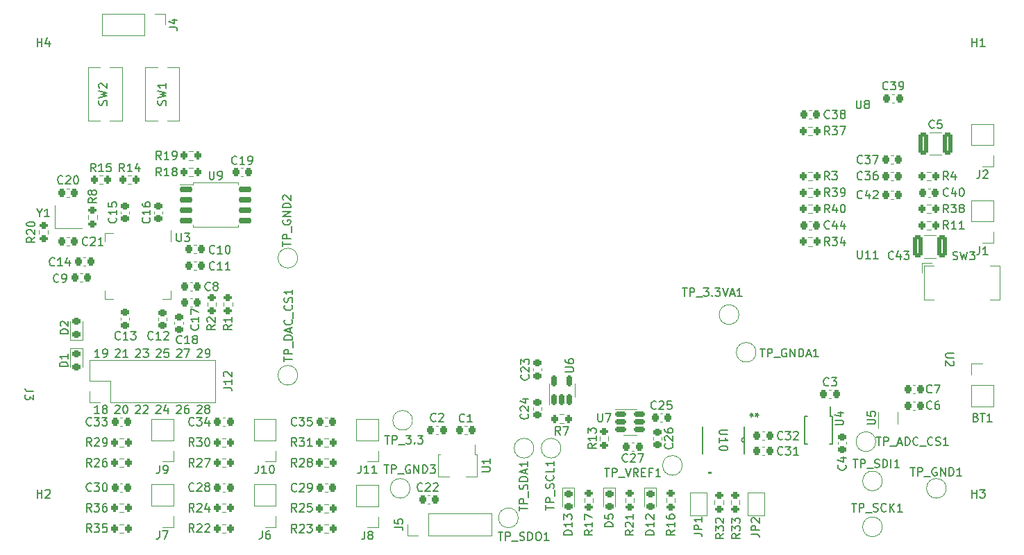
<source format=gto>
G04 #@! TF.GenerationSoftware,KiCad,Pcbnew,(6.0.5)*
G04 #@! TF.CreationDate,2023-10-11T11:29:23-04:00*
G04 #@! TF.ProjectId,v1,76312e6b-6963-4616-945f-706362585858,rev?*
G04 #@! TF.SameCoordinates,Original*
G04 #@! TF.FileFunction,Legend,Top*
G04 #@! TF.FilePolarity,Positive*
%FSLAX46Y46*%
G04 Gerber Fmt 4.6, Leading zero omitted, Abs format (unit mm)*
G04 Created by KiCad (PCBNEW (6.0.5)) date 2023-10-11 11:29:23*
%MOMM*%
%LPD*%
G01*
G04 APERTURE LIST*
G04 Aperture macros list*
%AMRoundRect*
0 Rectangle with rounded corners*
0 $1 Rounding radius*
0 $2 $3 $4 $5 $6 $7 $8 $9 X,Y pos of 4 corners*
0 Add a 4 corners polygon primitive as box body*
4,1,4,$2,$3,$4,$5,$6,$7,$8,$9,$2,$3,0*
0 Add four circle primitives for the rounded corners*
1,1,$1+$1,$2,$3*
1,1,$1+$1,$4,$5*
1,1,$1+$1,$6,$7*
1,1,$1+$1,$8,$9*
0 Add four rect primitives between the rounded corners*
20,1,$1+$1,$2,$3,$4,$5,0*
20,1,$1+$1,$4,$5,$6,$7,0*
20,1,$1+$1,$6,$7,$8,$9,0*
20,1,$1+$1,$8,$9,$2,$3,0*%
%AMFreePoly0*
4,1,6,1.000000,0.000000,0.500000,-0.750000,-0.500000,-0.750000,-0.500000,0.750000,0.500000,0.750000,1.000000,0.000000,1.000000,0.000000,$1*%
%AMFreePoly1*
4,1,6,0.500000,-0.750000,-0.650000,-0.750000,-0.150000,0.000000,-0.650000,0.750000,0.500000,0.750000,0.500000,-0.750000,0.500000,-0.750000,$1*%
%AMFreePoly2*
4,1,9,3.862500,-0.866500,0.737500,-0.866500,0.737500,-0.450000,-0.737500,-0.450000,-0.737500,0.450000,0.737500,0.450000,0.737500,0.866500,3.862500,0.866500,3.862500,-0.866500,3.862500,-0.866500,$1*%
G04 Aperture macros list end*
%ADD10C,0.150000*%
%ADD11C,0.120000*%
%ADD12C,0.152400*%
%ADD13RoundRect,0.200000X-0.200000X-0.275000X0.200000X-0.275000X0.200000X0.275000X-0.200000X0.275000X0*%
%ADD14RoundRect,0.225000X0.225000X0.250000X-0.225000X0.250000X-0.225000X-0.250000X0.225000X-0.250000X0*%
%ADD15RoundRect,0.200000X0.200000X0.275000X-0.200000X0.275000X-0.200000X-0.275000X0.200000X-0.275000X0*%
%ADD16C,2.000000*%
%ADD17R,1.700000X1.700000*%
%ADD18O,1.700000X1.700000*%
%ADD19RoundRect,0.225000X0.250000X-0.225000X0.250000X0.225000X-0.250000X0.225000X-0.250000X-0.225000X0*%
%ADD20RoundRect,0.225000X-0.225000X-0.250000X0.225000X-0.250000X0.225000X0.250000X-0.225000X0.250000X0*%
%ADD21RoundRect,0.200000X0.275000X-0.200000X0.275000X0.200000X-0.275000X0.200000X-0.275000X-0.200000X0*%
%ADD22C,4.400000*%
%ADD23RoundRect,0.218750X-0.256250X0.218750X-0.256250X-0.218750X0.256250X-0.218750X0.256250X0.218750X0*%
%ADD24RoundRect,0.200000X-0.275000X0.200000X-0.275000X-0.200000X0.275000X-0.200000X0.275000X0.200000X0*%
%ADD25RoundRect,0.225000X-0.250000X0.225000X-0.250000X-0.225000X0.250000X-0.225000X0.250000X0.225000X0*%
%ADD26O,0.200000X0.875000*%
%ADD27O,0.875000X0.200000*%
%ADD28R,3.200000X3.200000*%
%ADD29R,0.558800X2.108200*%
%ADD30R,0.355600X1.676400*%
%ADD31RoundRect,0.150000X0.150000X-0.512500X0.150000X0.512500X-0.150000X0.512500X-0.150000X-0.512500X0*%
%ADD32R,1.400000X1.400000*%
%ADD33C,1.400000*%
%ADD34RoundRect,0.218750X0.256250X-0.218750X0.256250X0.218750X-0.256250X0.218750X-0.256250X-0.218750X0*%
%ADD35RoundRect,0.150000X-0.650000X-0.150000X0.650000X-0.150000X0.650000X0.150000X-0.650000X0.150000X0*%
%ADD36R,1.150000X1.000000*%
%ADD37R,0.400000X0.900000*%
%ADD38RoundRect,0.150000X-0.512500X-0.150000X0.512500X-0.150000X0.512500X0.150000X-0.512500X0.150000X0*%
%ADD39RoundRect,0.250000X-0.325000X-1.100000X0.325000X-1.100000X0.325000X1.100000X-0.325000X1.100000X0*%
%ADD40FreePoly0,270.000000*%
%ADD41FreePoly1,270.000000*%
%ADD42R,1.500000X0.550000*%
%ADD43R,0.300000X1.400000*%
%ADD44R,1.360000X0.400000*%
%ADD45O,1.700000X1.000000*%
%ADD46R,1.900000X1.950000*%
%ADD47R,1.600000X2.100000*%
%ADD48R,0.900000X1.300000*%
%ADD49FreePoly2,270.000000*%
%ADD50RoundRect,0.250000X0.325000X1.100000X-0.325000X1.100000X-0.325000X-1.100000X0.325000X-1.100000X0*%
%ADD51C,2.600000*%
%ADD52C,3.600000*%
G04 APERTURE END LIST*
D10*
X97309523Y-116452380D02*
X96738095Y-116452380D01*
X97023809Y-116452380D02*
X97023809Y-115452380D01*
X96928571Y-115595238D01*
X96833333Y-115690476D01*
X96738095Y-115738095D01*
X97880952Y-115880952D02*
X97785714Y-115833333D01*
X97738095Y-115785714D01*
X97690476Y-115690476D01*
X97690476Y-115642857D01*
X97738095Y-115547619D01*
X97785714Y-115500000D01*
X97880952Y-115452380D01*
X98071428Y-115452380D01*
X98166666Y-115500000D01*
X98214285Y-115547619D01*
X98261904Y-115642857D01*
X98261904Y-115690476D01*
X98214285Y-115785714D01*
X98166666Y-115833333D01*
X98071428Y-115880952D01*
X97880952Y-115880952D01*
X97785714Y-115928571D01*
X97738095Y-115976190D01*
X97690476Y-116071428D01*
X97690476Y-116261904D01*
X97738095Y-116357142D01*
X97785714Y-116404761D01*
X97880952Y-116452380D01*
X98071428Y-116452380D01*
X98166666Y-116404761D01*
X98214285Y-116357142D01*
X98261904Y-116261904D01*
X98261904Y-116071428D01*
X98214285Y-115976190D01*
X98166666Y-115928571D01*
X98071428Y-115880952D01*
X106738095Y-115547619D02*
X106785714Y-115500000D01*
X106880952Y-115452380D01*
X107119047Y-115452380D01*
X107214285Y-115500000D01*
X107261904Y-115547619D01*
X107309523Y-115642857D01*
X107309523Y-115738095D01*
X107261904Y-115880952D01*
X106690476Y-116452380D01*
X107309523Y-116452380D01*
X108166666Y-115452380D02*
X107976190Y-115452380D01*
X107880952Y-115500000D01*
X107833333Y-115547619D01*
X107738095Y-115690476D01*
X107690476Y-115880952D01*
X107690476Y-116261904D01*
X107738095Y-116357142D01*
X107785714Y-116404761D01*
X107880952Y-116452380D01*
X108071428Y-116452380D01*
X108166666Y-116404761D01*
X108214285Y-116357142D01*
X108261904Y-116261904D01*
X108261904Y-116023809D01*
X108214285Y-115928571D01*
X108166666Y-115880952D01*
X108071428Y-115833333D01*
X107880952Y-115833333D01*
X107785714Y-115880952D01*
X107738095Y-115928571D01*
X107690476Y-116023809D01*
X101768549Y-108698424D02*
X101816168Y-108650805D01*
X101911406Y-108603185D01*
X102149501Y-108603185D01*
X102244739Y-108650805D01*
X102292358Y-108698424D01*
X102339977Y-108793662D01*
X102339977Y-108888900D01*
X102292358Y-109031757D01*
X101720930Y-109603185D01*
X102339977Y-109603185D01*
X102673311Y-108603185D02*
X103292358Y-108603185D01*
X102959025Y-108984138D01*
X103101882Y-108984138D01*
X103197120Y-109031757D01*
X103244739Y-109079376D01*
X103292358Y-109174614D01*
X103292358Y-109412709D01*
X103244739Y-109507947D01*
X103197120Y-109555566D01*
X103101882Y-109603185D01*
X102816168Y-109603185D01*
X102720930Y-109555566D01*
X102673311Y-109507947D01*
X104238095Y-115547619D02*
X104285714Y-115500000D01*
X104380952Y-115452380D01*
X104619047Y-115452380D01*
X104714285Y-115500000D01*
X104761904Y-115547619D01*
X104809523Y-115642857D01*
X104809523Y-115738095D01*
X104761904Y-115880952D01*
X104190476Y-116452380D01*
X104809523Y-116452380D01*
X105666666Y-115785714D02*
X105666666Y-116452380D01*
X105428571Y-115404761D02*
X105190476Y-116119047D01*
X105809523Y-116119047D01*
X109268549Y-108698424D02*
X109316168Y-108650805D01*
X109411406Y-108603185D01*
X109649501Y-108603185D01*
X109744739Y-108650805D01*
X109792358Y-108698424D01*
X109839977Y-108793662D01*
X109839977Y-108888900D01*
X109792358Y-109031757D01*
X109220930Y-109603185D01*
X109839977Y-109603185D01*
X110316168Y-109603185D02*
X110506644Y-109603185D01*
X110601882Y-109555566D01*
X110649501Y-109507947D01*
X110744739Y-109365090D01*
X110792358Y-109174614D01*
X110792358Y-108793662D01*
X110744739Y-108698424D01*
X110697120Y-108650805D01*
X110601882Y-108603185D01*
X110411406Y-108603185D01*
X110316168Y-108650805D01*
X110268549Y-108698424D01*
X110220930Y-108793662D01*
X110220930Y-109031757D01*
X110268549Y-109126995D01*
X110316168Y-109174614D01*
X110411406Y-109222233D01*
X110601882Y-109222233D01*
X110697120Y-109174614D01*
X110744739Y-109126995D01*
X110792358Y-109031757D01*
X109238095Y-115547619D02*
X109285714Y-115500000D01*
X109380952Y-115452380D01*
X109619047Y-115452380D01*
X109714285Y-115500000D01*
X109761904Y-115547619D01*
X109809523Y-115642857D01*
X109809523Y-115738095D01*
X109761904Y-115880952D01*
X109190476Y-116452380D01*
X109809523Y-116452380D01*
X110380952Y-115880952D02*
X110285714Y-115833333D01*
X110238095Y-115785714D01*
X110190476Y-115690476D01*
X110190476Y-115642857D01*
X110238095Y-115547619D01*
X110285714Y-115500000D01*
X110380952Y-115452380D01*
X110571428Y-115452380D01*
X110666666Y-115500000D01*
X110714285Y-115547619D01*
X110761904Y-115642857D01*
X110761904Y-115690476D01*
X110714285Y-115785714D01*
X110666666Y-115833333D01*
X110571428Y-115880952D01*
X110380952Y-115880952D01*
X110285714Y-115928571D01*
X110238095Y-115976190D01*
X110190476Y-116071428D01*
X110190476Y-116261904D01*
X110238095Y-116357142D01*
X110285714Y-116404761D01*
X110380952Y-116452380D01*
X110571428Y-116452380D01*
X110666666Y-116404761D01*
X110714285Y-116357142D01*
X110761904Y-116261904D01*
X110761904Y-116071428D01*
X110714285Y-115976190D01*
X110666666Y-115928571D01*
X110571428Y-115880952D01*
X101738095Y-115547619D02*
X101785714Y-115500000D01*
X101880952Y-115452380D01*
X102119047Y-115452380D01*
X102214285Y-115500000D01*
X102261904Y-115547619D01*
X102309523Y-115642857D01*
X102309523Y-115738095D01*
X102261904Y-115880952D01*
X101690476Y-116452380D01*
X102309523Y-116452380D01*
X102690476Y-115547619D02*
X102738095Y-115500000D01*
X102833333Y-115452380D01*
X103071428Y-115452380D01*
X103166666Y-115500000D01*
X103214285Y-115547619D01*
X103261904Y-115642857D01*
X103261904Y-115738095D01*
X103214285Y-115880952D01*
X102642857Y-116452380D01*
X103261904Y-116452380D01*
X97339977Y-109603185D02*
X96768549Y-109603185D01*
X97054263Y-109603185D02*
X97054263Y-108603185D01*
X96959025Y-108746043D01*
X96863787Y-108841281D01*
X96768549Y-108888900D01*
X97816168Y-109603185D02*
X98006644Y-109603185D01*
X98101882Y-109555566D01*
X98149501Y-109507947D01*
X98244739Y-109365090D01*
X98292358Y-109174614D01*
X98292358Y-108793662D01*
X98244739Y-108698424D01*
X98197120Y-108650805D01*
X98101882Y-108603185D01*
X97911406Y-108603185D01*
X97816168Y-108650805D01*
X97768549Y-108698424D01*
X97720930Y-108793662D01*
X97720930Y-109031757D01*
X97768549Y-109126995D01*
X97816168Y-109174614D01*
X97911406Y-109222233D01*
X98101882Y-109222233D01*
X98197120Y-109174614D01*
X98244739Y-109126995D01*
X98292358Y-109031757D01*
X99268549Y-108698424D02*
X99316168Y-108650805D01*
X99411406Y-108603185D01*
X99649501Y-108603185D01*
X99744739Y-108650805D01*
X99792358Y-108698424D01*
X99839977Y-108793662D01*
X99839977Y-108888900D01*
X99792358Y-109031757D01*
X99220930Y-109603185D01*
X99839977Y-109603185D01*
X100792358Y-109603185D02*
X100220930Y-109603185D01*
X100506644Y-109603185D02*
X100506644Y-108603185D01*
X100411406Y-108746043D01*
X100316168Y-108841281D01*
X100220930Y-108888900D01*
X99238095Y-115547619D02*
X99285714Y-115500000D01*
X99380952Y-115452380D01*
X99619047Y-115452380D01*
X99714285Y-115500000D01*
X99761904Y-115547619D01*
X99809523Y-115642857D01*
X99809523Y-115738095D01*
X99761904Y-115880952D01*
X99190476Y-116452380D01*
X99809523Y-116452380D01*
X100428571Y-115452380D02*
X100523809Y-115452380D01*
X100619047Y-115500000D01*
X100666666Y-115547619D01*
X100714285Y-115642857D01*
X100761904Y-115833333D01*
X100761904Y-116071428D01*
X100714285Y-116261904D01*
X100666666Y-116357142D01*
X100619047Y-116404761D01*
X100523809Y-116452380D01*
X100428571Y-116452380D01*
X100333333Y-116404761D01*
X100285714Y-116357142D01*
X100238095Y-116261904D01*
X100190476Y-116071428D01*
X100190476Y-115833333D01*
X100238095Y-115642857D01*
X100285714Y-115547619D01*
X100333333Y-115500000D01*
X100428571Y-115452380D01*
X106768549Y-108698424D02*
X106816168Y-108650805D01*
X106911406Y-108603185D01*
X107149501Y-108603185D01*
X107244739Y-108650805D01*
X107292358Y-108698424D01*
X107339977Y-108793662D01*
X107339977Y-108888900D01*
X107292358Y-109031757D01*
X106720930Y-109603185D01*
X107339977Y-109603185D01*
X107673311Y-108603185D02*
X108339977Y-108603185D01*
X107911406Y-109603185D01*
X104268549Y-108698424D02*
X104316168Y-108650805D01*
X104411406Y-108603185D01*
X104649501Y-108603185D01*
X104744739Y-108650805D01*
X104792358Y-108698424D01*
X104839977Y-108793662D01*
X104839977Y-108888900D01*
X104792358Y-109031757D01*
X104220930Y-109603185D01*
X104839977Y-109603185D01*
X105744739Y-108603185D02*
X105268549Y-108603185D01*
X105220930Y-109079376D01*
X105268549Y-109031757D01*
X105363787Y-108984138D01*
X105601882Y-108984138D01*
X105697120Y-109031757D01*
X105744739Y-109079376D01*
X105792358Y-109174614D01*
X105792358Y-109412709D01*
X105744739Y-109507947D01*
X105697120Y-109555566D01*
X105601882Y-109603185D01*
X105363787Y-109603185D01*
X105268549Y-109555566D01*
X105220930Y-109507947D01*
X121357142Y-120452380D02*
X121023809Y-119976190D01*
X120785714Y-120452380D02*
X120785714Y-119452380D01*
X121166666Y-119452380D01*
X121261904Y-119500000D01*
X121309523Y-119547619D01*
X121357142Y-119642857D01*
X121357142Y-119785714D01*
X121309523Y-119880952D01*
X121261904Y-119928571D01*
X121166666Y-119976190D01*
X120785714Y-119976190D01*
X121690476Y-119452380D02*
X122309523Y-119452380D01*
X121976190Y-119833333D01*
X122119047Y-119833333D01*
X122214285Y-119880952D01*
X122261904Y-119928571D01*
X122309523Y-120023809D01*
X122309523Y-120261904D01*
X122261904Y-120357142D01*
X122214285Y-120404761D01*
X122119047Y-120452380D01*
X121833333Y-120452380D01*
X121738095Y-120404761D01*
X121690476Y-120357142D01*
X123261904Y-120452380D02*
X122690476Y-120452380D01*
X122976190Y-120452380D02*
X122976190Y-119452380D01*
X122880952Y-119595238D01*
X122785714Y-119690476D01*
X122690476Y-119738095D01*
X114082142Y-85957142D02*
X114034523Y-86004761D01*
X113891666Y-86052380D01*
X113796428Y-86052380D01*
X113653571Y-86004761D01*
X113558333Y-85909523D01*
X113510714Y-85814285D01*
X113463095Y-85623809D01*
X113463095Y-85480952D01*
X113510714Y-85290476D01*
X113558333Y-85195238D01*
X113653571Y-85100000D01*
X113796428Y-85052380D01*
X113891666Y-85052380D01*
X114034523Y-85100000D01*
X114082142Y-85147619D01*
X115034523Y-86052380D02*
X114463095Y-86052380D01*
X114748809Y-86052380D02*
X114748809Y-85052380D01*
X114653571Y-85195238D01*
X114558333Y-85290476D01*
X114463095Y-85338095D01*
X115510714Y-86052380D02*
X115701190Y-86052380D01*
X115796428Y-86004761D01*
X115844047Y-85957142D01*
X115939285Y-85814285D01*
X115986904Y-85623809D01*
X115986904Y-85242857D01*
X115939285Y-85147619D01*
X115891666Y-85100000D01*
X115796428Y-85052380D01*
X115605952Y-85052380D01*
X115510714Y-85100000D01*
X115463095Y-85147619D01*
X115415476Y-85242857D01*
X115415476Y-85480952D01*
X115463095Y-85576190D01*
X115510714Y-85623809D01*
X115605952Y-85671428D01*
X115796428Y-85671428D01*
X115891666Y-85623809D01*
X115939285Y-85576190D01*
X115986904Y-85480952D01*
X186357142Y-91952380D02*
X186023809Y-91476190D01*
X185785714Y-91952380D02*
X185785714Y-90952380D01*
X186166666Y-90952380D01*
X186261904Y-91000000D01*
X186309523Y-91047619D01*
X186357142Y-91142857D01*
X186357142Y-91285714D01*
X186309523Y-91380952D01*
X186261904Y-91428571D01*
X186166666Y-91476190D01*
X185785714Y-91476190D01*
X187214285Y-91285714D02*
X187214285Y-91952380D01*
X186976190Y-90904761D02*
X186738095Y-91619047D01*
X187357142Y-91619047D01*
X187928571Y-90952380D02*
X188023809Y-90952380D01*
X188119047Y-91000000D01*
X188166666Y-91047619D01*
X188214285Y-91142857D01*
X188261904Y-91333333D01*
X188261904Y-91571428D01*
X188214285Y-91761904D01*
X188166666Y-91857142D01*
X188119047Y-91904761D01*
X188023809Y-91952380D01*
X187928571Y-91952380D01*
X187833333Y-91904761D01*
X187785714Y-91857142D01*
X187738095Y-91761904D01*
X187690476Y-91571428D01*
X187690476Y-91333333D01*
X187738095Y-91142857D01*
X187785714Y-91047619D01*
X187833333Y-91000000D01*
X187928571Y-90952380D01*
X196233333Y-123054380D02*
X196804761Y-123054380D01*
X196519047Y-124054380D02*
X196519047Y-123054380D01*
X197138095Y-124054380D02*
X197138095Y-123054380D01*
X197519047Y-123054380D01*
X197614285Y-123102000D01*
X197661904Y-123149619D01*
X197709523Y-123244857D01*
X197709523Y-123387714D01*
X197661904Y-123482952D01*
X197614285Y-123530571D01*
X197519047Y-123578190D01*
X197138095Y-123578190D01*
X197900000Y-124149619D02*
X198661904Y-124149619D01*
X199423809Y-123102000D02*
X199328571Y-123054380D01*
X199185714Y-123054380D01*
X199042857Y-123102000D01*
X198947619Y-123197238D01*
X198900000Y-123292476D01*
X198852380Y-123482952D01*
X198852380Y-123625809D01*
X198900000Y-123816285D01*
X198947619Y-123911523D01*
X199042857Y-124006761D01*
X199185714Y-124054380D01*
X199280952Y-124054380D01*
X199423809Y-124006761D01*
X199471428Y-123959142D01*
X199471428Y-123625809D01*
X199280952Y-123625809D01*
X199900000Y-124054380D02*
X199900000Y-123054380D01*
X200471428Y-124054380D01*
X200471428Y-123054380D01*
X200947619Y-124054380D02*
X200947619Y-123054380D01*
X201185714Y-123054380D01*
X201328571Y-123102000D01*
X201423809Y-123197238D01*
X201471428Y-123292476D01*
X201519047Y-123482952D01*
X201519047Y-123625809D01*
X201471428Y-123816285D01*
X201423809Y-123911523D01*
X201328571Y-124006761D01*
X201185714Y-124054380D01*
X200947619Y-124054380D01*
X202471428Y-124054380D02*
X201900000Y-124054380D01*
X202185714Y-124054380D02*
X202185714Y-123054380D01*
X202090476Y-123197238D01*
X201995238Y-123292476D01*
X201900000Y-123340095D01*
X117166666Y-130782380D02*
X117166666Y-131496666D01*
X117119047Y-131639523D01*
X117023809Y-131734761D01*
X116880952Y-131782380D01*
X116785714Y-131782380D01*
X118071428Y-130782380D02*
X117880952Y-130782380D01*
X117785714Y-130830000D01*
X117738095Y-130877619D01*
X117642857Y-131020476D01*
X117595238Y-131210952D01*
X117595238Y-131591904D01*
X117642857Y-131687142D01*
X117690476Y-131734761D01*
X117785714Y-131782380D01*
X117976190Y-131782380D01*
X118071428Y-131734761D01*
X118119047Y-131687142D01*
X118166666Y-131591904D01*
X118166666Y-131353809D01*
X118119047Y-131258571D01*
X118071428Y-131210952D01*
X117976190Y-131163333D01*
X117785714Y-131163333D01*
X117690476Y-131210952D01*
X117642857Y-131258571D01*
X117595238Y-131353809D01*
X105822380Y-69333333D02*
X106536666Y-69333333D01*
X106679523Y-69380952D01*
X106774761Y-69476190D01*
X106822380Y-69619047D01*
X106822380Y-69714285D01*
X106155714Y-68428571D02*
X106822380Y-68428571D01*
X105774761Y-68666666D02*
X106489047Y-68904761D01*
X106489047Y-68285714D01*
X204666666Y-96101130D02*
X204666666Y-96815416D01*
X204619047Y-96958273D01*
X204523809Y-97053511D01*
X204380952Y-97101130D01*
X204285714Y-97101130D01*
X205666666Y-97101130D02*
X205095238Y-97101130D01*
X205380952Y-97101130D02*
X205380952Y-96101130D01*
X205285714Y-96243988D01*
X205190476Y-96339226D01*
X205095238Y-96386845D01*
X99327142Y-92580357D02*
X99374761Y-92627976D01*
X99422380Y-92770833D01*
X99422380Y-92866071D01*
X99374761Y-93008928D01*
X99279523Y-93104166D01*
X99184285Y-93151785D01*
X98993809Y-93199404D01*
X98850952Y-93199404D01*
X98660476Y-93151785D01*
X98565238Y-93104166D01*
X98470000Y-93008928D01*
X98422380Y-92866071D01*
X98422380Y-92770833D01*
X98470000Y-92627976D01*
X98517619Y-92580357D01*
X99422380Y-91627976D02*
X99422380Y-92199404D01*
X99422380Y-91913690D02*
X98422380Y-91913690D01*
X98565238Y-92008928D01*
X98660476Y-92104166D01*
X98708095Y-92199404D01*
X98422380Y-90723214D02*
X98422380Y-91199404D01*
X98898571Y-91247023D01*
X98850952Y-91199404D01*
X98803333Y-91104166D01*
X98803333Y-90866071D01*
X98850952Y-90770833D01*
X98898571Y-90723214D01*
X98993809Y-90675595D01*
X99231904Y-90675595D01*
X99327142Y-90723214D01*
X99374761Y-90770833D01*
X99422380Y-90866071D01*
X99422380Y-91104166D01*
X99374761Y-91199404D01*
X99327142Y-91247023D01*
X96357142Y-120452380D02*
X96023809Y-119976190D01*
X95785714Y-120452380D02*
X95785714Y-119452380D01*
X96166666Y-119452380D01*
X96261904Y-119500000D01*
X96309523Y-119547619D01*
X96357142Y-119642857D01*
X96357142Y-119785714D01*
X96309523Y-119880952D01*
X96261904Y-119928571D01*
X96166666Y-119976190D01*
X95785714Y-119976190D01*
X96738095Y-119547619D02*
X96785714Y-119500000D01*
X96880952Y-119452380D01*
X97119047Y-119452380D01*
X97214285Y-119500000D01*
X97261904Y-119547619D01*
X97309523Y-119642857D01*
X97309523Y-119738095D01*
X97261904Y-119880952D01*
X96690476Y-120452380D01*
X97309523Y-120452380D01*
X97785714Y-120452380D02*
X97976190Y-120452380D01*
X98071428Y-120404761D01*
X98119047Y-120357142D01*
X98214285Y-120214285D01*
X98261904Y-120023809D01*
X98261904Y-119642857D01*
X98214285Y-119547619D01*
X98166666Y-119500000D01*
X98071428Y-119452380D01*
X97880952Y-119452380D01*
X97785714Y-119500000D01*
X97738095Y-119547619D01*
X97690476Y-119642857D01*
X97690476Y-119880952D01*
X97738095Y-119976190D01*
X97785714Y-120023809D01*
X97880952Y-120071428D01*
X98071428Y-120071428D01*
X98166666Y-120023809D01*
X98214285Y-119976190D01*
X98261904Y-119880952D01*
X198833333Y-113857142D02*
X198785714Y-113904761D01*
X198642857Y-113952380D01*
X198547619Y-113952380D01*
X198404761Y-113904761D01*
X198309523Y-113809523D01*
X198261904Y-113714285D01*
X198214285Y-113523809D01*
X198214285Y-113380952D01*
X198261904Y-113190476D01*
X198309523Y-113095238D01*
X198404761Y-113000000D01*
X198547619Y-112952380D01*
X198642857Y-112952380D01*
X198785714Y-113000000D01*
X198833333Y-113047619D01*
X199166666Y-112952380D02*
X199833333Y-112952380D01*
X199404761Y-113952380D01*
X157884880Y-120142857D02*
X157408690Y-120476190D01*
X157884880Y-120714285D02*
X156884880Y-120714285D01*
X156884880Y-120333333D01*
X156932500Y-120238095D01*
X156980119Y-120190476D01*
X157075357Y-120142857D01*
X157218214Y-120142857D01*
X157313452Y-120190476D01*
X157361071Y-120238095D01*
X157408690Y-120333333D01*
X157408690Y-120714285D01*
X157884880Y-119190476D02*
X157884880Y-119761904D01*
X157884880Y-119476190D02*
X156884880Y-119476190D01*
X157027738Y-119571428D01*
X157122976Y-119666666D01*
X157170595Y-119761904D01*
X156884880Y-118857142D02*
X156884880Y-118238095D01*
X157265833Y-118571428D01*
X157265833Y-118428571D01*
X157313452Y-118333333D01*
X157361071Y-118285714D01*
X157456309Y-118238095D01*
X157694404Y-118238095D01*
X157789642Y-118285714D01*
X157837261Y-118333333D01*
X157884880Y-118428571D01*
X157884880Y-118714285D01*
X157837261Y-118809523D01*
X157789642Y-118857142D01*
X108857142Y-122952380D02*
X108523809Y-122476190D01*
X108285714Y-122952380D02*
X108285714Y-121952380D01*
X108666666Y-121952380D01*
X108761904Y-122000000D01*
X108809523Y-122047619D01*
X108857142Y-122142857D01*
X108857142Y-122285714D01*
X108809523Y-122380952D01*
X108761904Y-122428571D01*
X108666666Y-122476190D01*
X108285714Y-122476190D01*
X109238095Y-122047619D02*
X109285714Y-122000000D01*
X109380952Y-121952380D01*
X109619047Y-121952380D01*
X109714285Y-122000000D01*
X109761904Y-122047619D01*
X109809523Y-122142857D01*
X109809523Y-122238095D01*
X109761904Y-122380952D01*
X109190476Y-122952380D01*
X109809523Y-122952380D01*
X110142857Y-121952380D02*
X110809523Y-121952380D01*
X110380952Y-122952380D01*
X186357142Y-93857142D02*
X186309523Y-93904761D01*
X186166666Y-93952380D01*
X186071428Y-93952380D01*
X185928571Y-93904761D01*
X185833333Y-93809523D01*
X185785714Y-93714285D01*
X185738095Y-93523809D01*
X185738095Y-93380952D01*
X185785714Y-93190476D01*
X185833333Y-93095238D01*
X185928571Y-93000000D01*
X186071428Y-92952380D01*
X186166666Y-92952380D01*
X186309523Y-93000000D01*
X186357142Y-93047619D01*
X187214285Y-93285714D02*
X187214285Y-93952380D01*
X186976190Y-92904761D02*
X186738095Y-93619047D01*
X187357142Y-93619047D01*
X188166666Y-93285714D02*
X188166666Y-93952380D01*
X187928571Y-92904761D02*
X187690476Y-93619047D01*
X188309523Y-93619047D01*
X89738095Y-71652380D02*
X89738095Y-70652380D01*
X89738095Y-71128571D02*
X90309523Y-71128571D01*
X90309523Y-71652380D02*
X90309523Y-70652380D01*
X91214285Y-70985714D02*
X91214285Y-71652380D01*
X90976190Y-70604761D02*
X90738095Y-71319047D01*
X91357142Y-71319047D01*
X159952380Y-130278095D02*
X158952380Y-130278095D01*
X158952380Y-130040000D01*
X159000000Y-129897142D01*
X159095238Y-129801904D01*
X159190476Y-129754285D01*
X159380952Y-129706666D01*
X159523809Y-129706666D01*
X159714285Y-129754285D01*
X159809523Y-129801904D01*
X159904761Y-129897142D01*
X159952380Y-130040000D01*
X159952380Y-130278095D01*
X158952380Y-128801904D02*
X158952380Y-129278095D01*
X159428571Y-129325714D01*
X159380952Y-129278095D01*
X159333333Y-129182857D01*
X159333333Y-128944761D01*
X159380952Y-128849523D01*
X159428571Y-128801904D01*
X159523809Y-128754285D01*
X159761904Y-128754285D01*
X159857142Y-128801904D01*
X159904761Y-128849523D01*
X159952380Y-128944761D01*
X159952380Y-129182857D01*
X159904761Y-129278095D01*
X159857142Y-129325714D01*
X173452380Y-131142857D02*
X172976190Y-131476190D01*
X173452380Y-131714285D02*
X172452380Y-131714285D01*
X172452380Y-131333333D01*
X172500000Y-131238095D01*
X172547619Y-131190476D01*
X172642857Y-131142857D01*
X172785714Y-131142857D01*
X172880952Y-131190476D01*
X172928571Y-131238095D01*
X172976190Y-131333333D01*
X172976190Y-131714285D01*
X172452380Y-130809523D02*
X172452380Y-130190476D01*
X172833333Y-130523809D01*
X172833333Y-130380952D01*
X172880952Y-130285714D01*
X172928571Y-130238095D01*
X173023809Y-130190476D01*
X173261904Y-130190476D01*
X173357142Y-130238095D01*
X173404761Y-130285714D01*
X173452380Y-130380952D01*
X173452380Y-130666666D01*
X173404761Y-130761904D01*
X173357142Y-130809523D01*
X172547619Y-129809523D02*
X172500000Y-129761904D01*
X172452380Y-129666666D01*
X172452380Y-129428571D01*
X172500000Y-129333333D01*
X172547619Y-129285714D01*
X172642857Y-129238095D01*
X172738095Y-129238095D01*
X172880952Y-129285714D01*
X173452380Y-129857142D01*
X173452380Y-129238095D01*
X192071428Y-119352380D02*
X192642857Y-119352380D01*
X192357142Y-120352380D02*
X192357142Y-119352380D01*
X192976190Y-120352380D02*
X192976190Y-119352380D01*
X193357142Y-119352380D01*
X193452380Y-119400000D01*
X193500000Y-119447619D01*
X193547619Y-119542857D01*
X193547619Y-119685714D01*
X193500000Y-119780952D01*
X193452380Y-119828571D01*
X193357142Y-119876190D01*
X192976190Y-119876190D01*
X193738095Y-120447619D02*
X194500000Y-120447619D01*
X194690476Y-120066666D02*
X195166666Y-120066666D01*
X194595238Y-120352380D02*
X194928571Y-119352380D01*
X195261904Y-120352380D01*
X195595238Y-120352380D02*
X195595238Y-119352380D01*
X195833333Y-119352380D01*
X195976190Y-119400000D01*
X196071428Y-119495238D01*
X196119047Y-119590476D01*
X196166666Y-119780952D01*
X196166666Y-119923809D01*
X196119047Y-120114285D01*
X196071428Y-120209523D01*
X195976190Y-120304761D01*
X195833333Y-120352380D01*
X195595238Y-120352380D01*
X197166666Y-120257142D02*
X197119047Y-120304761D01*
X196976190Y-120352380D01*
X196880952Y-120352380D01*
X196738095Y-120304761D01*
X196642857Y-120209523D01*
X196595238Y-120114285D01*
X196547619Y-119923809D01*
X196547619Y-119780952D01*
X196595238Y-119590476D01*
X196642857Y-119495238D01*
X196738095Y-119400000D01*
X196880952Y-119352380D01*
X196976190Y-119352380D01*
X197119047Y-119400000D01*
X197166666Y-119447619D01*
X197357142Y-120447619D02*
X198119047Y-120447619D01*
X198928571Y-120257142D02*
X198880952Y-120304761D01*
X198738095Y-120352380D01*
X198642857Y-120352380D01*
X198500000Y-120304761D01*
X198404761Y-120209523D01*
X198357142Y-120114285D01*
X198309523Y-119923809D01*
X198309523Y-119780952D01*
X198357142Y-119590476D01*
X198404761Y-119495238D01*
X198500000Y-119400000D01*
X198642857Y-119352380D01*
X198738095Y-119352380D01*
X198880952Y-119400000D01*
X198928571Y-119447619D01*
X199309523Y-120304761D02*
X199452380Y-120352380D01*
X199690476Y-120352380D01*
X199785714Y-120304761D01*
X199833333Y-120257142D01*
X199880952Y-120161904D01*
X199880952Y-120066666D01*
X199833333Y-119971428D01*
X199785714Y-119923809D01*
X199690476Y-119876190D01*
X199500000Y-119828571D01*
X199404761Y-119780952D01*
X199357142Y-119733333D01*
X199309523Y-119638095D01*
X199309523Y-119542857D01*
X199357142Y-119447619D01*
X199404761Y-119400000D01*
X199500000Y-119352380D01*
X199738095Y-119352380D01*
X199880952Y-119400000D01*
X200833333Y-120352380D02*
X200261904Y-120352380D01*
X200547619Y-120352380D02*
X200547619Y-119352380D01*
X200452380Y-119495238D01*
X200357142Y-119590476D01*
X200261904Y-119638095D01*
X198833333Y-115857142D02*
X198785714Y-115904761D01*
X198642857Y-115952380D01*
X198547619Y-115952380D01*
X198404761Y-115904761D01*
X198309523Y-115809523D01*
X198261904Y-115714285D01*
X198214285Y-115523809D01*
X198214285Y-115380952D01*
X198261904Y-115190476D01*
X198309523Y-115095238D01*
X198404761Y-115000000D01*
X198547619Y-114952380D01*
X198642857Y-114952380D01*
X198785714Y-115000000D01*
X198833333Y-115047619D01*
X199690476Y-114952380D02*
X199500000Y-114952380D01*
X199404761Y-115000000D01*
X199357142Y-115047619D01*
X199261904Y-115190476D01*
X199214285Y-115380952D01*
X199214285Y-115761904D01*
X199261904Y-115857142D01*
X199309523Y-115904761D01*
X199404761Y-115952380D01*
X199595238Y-115952380D01*
X199690476Y-115904761D01*
X199738095Y-115857142D01*
X199785714Y-115761904D01*
X199785714Y-115523809D01*
X199738095Y-115428571D01*
X199690476Y-115380952D01*
X199595238Y-115333333D01*
X199404761Y-115333333D01*
X199309523Y-115380952D01*
X199261904Y-115428571D01*
X199214285Y-115523809D01*
X96357142Y-128452380D02*
X96023809Y-127976190D01*
X95785714Y-128452380D02*
X95785714Y-127452380D01*
X96166666Y-127452380D01*
X96261904Y-127500000D01*
X96309523Y-127547619D01*
X96357142Y-127642857D01*
X96357142Y-127785714D01*
X96309523Y-127880952D01*
X96261904Y-127928571D01*
X96166666Y-127976190D01*
X95785714Y-127976190D01*
X96690476Y-127452380D02*
X97309523Y-127452380D01*
X96976190Y-127833333D01*
X97119047Y-127833333D01*
X97214285Y-127880952D01*
X97261904Y-127928571D01*
X97309523Y-128023809D01*
X97309523Y-128261904D01*
X97261904Y-128357142D01*
X97214285Y-128404761D01*
X97119047Y-128452380D01*
X96833333Y-128452380D01*
X96738095Y-128404761D01*
X96690476Y-128357142D01*
X98166666Y-127452380D02*
X97976190Y-127452380D01*
X97880952Y-127500000D01*
X97833333Y-127547619D01*
X97738095Y-127690476D01*
X97690476Y-127880952D01*
X97690476Y-128261904D01*
X97738095Y-128357142D01*
X97785714Y-128404761D01*
X97880952Y-128452380D01*
X98071428Y-128452380D01*
X98166666Y-128404761D01*
X98214285Y-128357142D01*
X98261904Y-128261904D01*
X98261904Y-128023809D01*
X98214285Y-127928571D01*
X98166666Y-127880952D01*
X98071428Y-127833333D01*
X97880952Y-127833333D01*
X97785714Y-127880952D01*
X97738095Y-127928571D01*
X97690476Y-128023809D01*
X129190476Y-122782380D02*
X129190476Y-123496666D01*
X129142857Y-123639523D01*
X129047619Y-123734761D01*
X128904761Y-123782380D01*
X128809523Y-123782380D01*
X130190476Y-123782380D02*
X129619047Y-123782380D01*
X129904761Y-123782380D02*
X129904761Y-122782380D01*
X129809523Y-122925238D01*
X129714285Y-123020476D01*
X129619047Y-123068095D01*
X131142857Y-123782380D02*
X130571428Y-123782380D01*
X130857142Y-123782380D02*
X130857142Y-122782380D01*
X130761904Y-122925238D01*
X130666666Y-123020476D01*
X130571428Y-123068095D01*
X136716562Y-125857142D02*
X136668943Y-125904761D01*
X136526086Y-125952380D01*
X136430848Y-125952380D01*
X136287991Y-125904761D01*
X136192753Y-125809523D01*
X136145134Y-125714285D01*
X136097515Y-125523809D01*
X136097515Y-125380952D01*
X136145134Y-125190476D01*
X136192753Y-125095238D01*
X136287991Y-125000000D01*
X136430848Y-124952380D01*
X136526086Y-124952380D01*
X136668943Y-125000000D01*
X136716562Y-125047619D01*
X137097515Y-125047619D02*
X137145134Y-125000000D01*
X137240372Y-124952380D01*
X137478467Y-124952380D01*
X137573705Y-125000000D01*
X137621324Y-125047619D01*
X137668943Y-125142857D01*
X137668943Y-125238095D01*
X137621324Y-125380952D01*
X137049896Y-125952380D01*
X137668943Y-125952380D01*
X138049896Y-125047619D02*
X138097515Y-125000000D01*
X138192753Y-124952380D01*
X138430848Y-124952380D01*
X138526086Y-125000000D01*
X138573705Y-125047619D01*
X138621324Y-125142857D01*
X138621324Y-125238095D01*
X138573705Y-125380952D01*
X138002277Y-125952380D01*
X138621324Y-125952380D01*
X107357142Y-107857142D02*
X107309523Y-107904761D01*
X107166666Y-107952380D01*
X107071428Y-107952380D01*
X106928571Y-107904761D01*
X106833333Y-107809523D01*
X106785714Y-107714285D01*
X106738095Y-107523809D01*
X106738095Y-107380952D01*
X106785714Y-107190476D01*
X106833333Y-107095238D01*
X106928571Y-107000000D01*
X107071428Y-106952380D01*
X107166666Y-106952380D01*
X107309523Y-107000000D01*
X107357142Y-107047619D01*
X108309523Y-107952380D02*
X107738095Y-107952380D01*
X108023809Y-107952380D02*
X108023809Y-106952380D01*
X107928571Y-107095238D01*
X107833333Y-107190476D01*
X107738095Y-107238095D01*
X108880952Y-107380952D02*
X108785714Y-107333333D01*
X108738095Y-107285714D01*
X108690476Y-107190476D01*
X108690476Y-107142857D01*
X108738095Y-107047619D01*
X108785714Y-107000000D01*
X108880952Y-106952380D01*
X109071428Y-106952380D01*
X109166666Y-107000000D01*
X109214285Y-107047619D01*
X109261904Y-107142857D01*
X109261904Y-107190476D01*
X109214285Y-107285714D01*
X109166666Y-107333333D01*
X109071428Y-107380952D01*
X108880952Y-107380952D01*
X108785714Y-107428571D01*
X108738095Y-107476190D01*
X108690476Y-107571428D01*
X108690476Y-107761904D01*
X108738095Y-107857142D01*
X108785714Y-107904761D01*
X108880952Y-107952380D01*
X109071428Y-107952380D01*
X109166666Y-107904761D01*
X109214285Y-107857142D01*
X109261904Y-107761904D01*
X109261904Y-107571428D01*
X109214285Y-107476190D01*
X109166666Y-107428571D01*
X109071428Y-107380952D01*
X113452380Y-105666666D02*
X112976190Y-106000000D01*
X113452380Y-106238095D02*
X112452380Y-106238095D01*
X112452380Y-105857142D01*
X112500000Y-105761904D01*
X112547619Y-105714285D01*
X112642857Y-105666666D01*
X112785714Y-105666666D01*
X112880952Y-105714285D01*
X112928571Y-105761904D01*
X112976190Y-105857142D01*
X112976190Y-106238095D01*
X113452380Y-104714285D02*
X113452380Y-105285714D01*
X113452380Y-105000000D02*
X112452380Y-105000000D01*
X112595238Y-105095238D01*
X112690476Y-105190476D01*
X112738095Y-105285714D01*
X190357142Y-87857142D02*
X190309523Y-87904761D01*
X190166666Y-87952380D01*
X190071428Y-87952380D01*
X189928571Y-87904761D01*
X189833333Y-87809523D01*
X189785714Y-87714285D01*
X189738095Y-87523809D01*
X189738095Y-87380952D01*
X189785714Y-87190476D01*
X189833333Y-87095238D01*
X189928571Y-87000000D01*
X190071428Y-86952380D01*
X190166666Y-86952380D01*
X190309523Y-87000000D01*
X190357142Y-87047619D01*
X190690476Y-86952380D02*
X191309523Y-86952380D01*
X190976190Y-87333333D01*
X191119047Y-87333333D01*
X191214285Y-87380952D01*
X191261904Y-87428571D01*
X191309523Y-87523809D01*
X191309523Y-87761904D01*
X191261904Y-87857142D01*
X191214285Y-87904761D01*
X191119047Y-87952380D01*
X190833333Y-87952380D01*
X190738095Y-87904761D01*
X190690476Y-87857142D01*
X192166666Y-86952380D02*
X191976190Y-86952380D01*
X191880952Y-87000000D01*
X191833333Y-87047619D01*
X191738095Y-87190476D01*
X191690476Y-87380952D01*
X191690476Y-87761904D01*
X191738095Y-87857142D01*
X191785714Y-87904761D01*
X191880952Y-87952380D01*
X192071428Y-87952380D01*
X192166666Y-87904761D01*
X192214285Y-87857142D01*
X192261904Y-87761904D01*
X192261904Y-87523809D01*
X192214285Y-87428571D01*
X192166666Y-87380952D01*
X192071428Y-87333333D01*
X191880952Y-87333333D01*
X191785714Y-87380952D01*
X191738095Y-87428571D01*
X191690476Y-87523809D01*
X157452380Y-130682857D02*
X156976190Y-131016190D01*
X157452380Y-131254285D02*
X156452380Y-131254285D01*
X156452380Y-130873333D01*
X156500000Y-130778095D01*
X156547619Y-130730476D01*
X156642857Y-130682857D01*
X156785714Y-130682857D01*
X156880952Y-130730476D01*
X156928571Y-130778095D01*
X156976190Y-130873333D01*
X156976190Y-131254285D01*
X157452380Y-129730476D02*
X157452380Y-130301904D01*
X157452380Y-130016190D02*
X156452380Y-130016190D01*
X156595238Y-130111428D01*
X156690476Y-130206666D01*
X156738095Y-130301904D01*
X156452380Y-129397142D02*
X156452380Y-128730476D01*
X157452380Y-129159047D01*
X116690476Y-122782380D02*
X116690476Y-123496666D01*
X116642857Y-123639523D01*
X116547619Y-123734761D01*
X116404761Y-123782380D01*
X116309523Y-123782380D01*
X117690476Y-123782380D02*
X117119047Y-123782380D01*
X117404761Y-123782380D02*
X117404761Y-122782380D01*
X117309523Y-122925238D01*
X117214285Y-123020476D01*
X117119047Y-123068095D01*
X118309523Y-122782380D02*
X118404761Y-122782380D01*
X118500000Y-122830000D01*
X118547619Y-122877619D01*
X118595238Y-122972857D01*
X118642857Y-123163333D01*
X118642857Y-123401428D01*
X118595238Y-123591904D01*
X118547619Y-123687142D01*
X118500000Y-123734761D01*
X118404761Y-123782380D01*
X118309523Y-123782380D01*
X118214285Y-123734761D01*
X118166666Y-123687142D01*
X118119047Y-123591904D01*
X118071428Y-123401428D01*
X118071428Y-123163333D01*
X118119047Y-122972857D01*
X118166666Y-122877619D01*
X118214285Y-122830000D01*
X118309523Y-122782380D01*
X119852380Y-110128571D02*
X119852380Y-109557142D01*
X120852380Y-109842857D02*
X119852380Y-109842857D01*
X120852380Y-109223809D02*
X119852380Y-109223809D01*
X119852380Y-108842857D01*
X119900000Y-108747619D01*
X119947619Y-108700000D01*
X120042857Y-108652380D01*
X120185714Y-108652380D01*
X120280952Y-108700000D01*
X120328571Y-108747619D01*
X120376190Y-108842857D01*
X120376190Y-109223809D01*
X120947619Y-108461904D02*
X120947619Y-107700000D01*
X120852380Y-107461904D02*
X119852380Y-107461904D01*
X119852380Y-107223809D01*
X119900000Y-107080952D01*
X119995238Y-106985714D01*
X120090476Y-106938095D01*
X120280952Y-106890476D01*
X120423809Y-106890476D01*
X120614285Y-106938095D01*
X120709523Y-106985714D01*
X120804761Y-107080952D01*
X120852380Y-107223809D01*
X120852380Y-107461904D01*
X120566666Y-106509523D02*
X120566666Y-106033333D01*
X120852380Y-106604761D02*
X119852380Y-106271428D01*
X120852380Y-105938095D01*
X120757142Y-105033333D02*
X120804761Y-105080952D01*
X120852380Y-105223809D01*
X120852380Y-105319047D01*
X120804761Y-105461904D01*
X120709523Y-105557142D01*
X120614285Y-105604761D01*
X120423809Y-105652380D01*
X120280952Y-105652380D01*
X120090476Y-105604761D01*
X119995238Y-105557142D01*
X119900000Y-105461904D01*
X119852380Y-105319047D01*
X119852380Y-105223809D01*
X119900000Y-105080952D01*
X119947619Y-105033333D01*
X120947619Y-104842857D02*
X120947619Y-104080952D01*
X120757142Y-103271428D02*
X120804761Y-103319047D01*
X120852380Y-103461904D01*
X120852380Y-103557142D01*
X120804761Y-103700000D01*
X120709523Y-103795238D01*
X120614285Y-103842857D01*
X120423809Y-103890476D01*
X120280952Y-103890476D01*
X120090476Y-103842857D01*
X119995238Y-103795238D01*
X119900000Y-103700000D01*
X119852380Y-103557142D01*
X119852380Y-103461904D01*
X119900000Y-103319047D01*
X119947619Y-103271428D01*
X120804761Y-102890476D02*
X120852380Y-102747619D01*
X120852380Y-102509523D01*
X120804761Y-102414285D01*
X120757142Y-102366666D01*
X120661904Y-102319047D01*
X120566666Y-102319047D01*
X120471428Y-102366666D01*
X120423809Y-102414285D01*
X120376190Y-102509523D01*
X120328571Y-102700000D01*
X120280952Y-102795238D01*
X120233333Y-102842857D01*
X120138095Y-102890476D01*
X120042857Y-102890476D01*
X119947619Y-102842857D01*
X119900000Y-102795238D01*
X119852380Y-102700000D01*
X119852380Y-102461904D01*
X119900000Y-102319047D01*
X120852380Y-101366666D02*
X120852380Y-101938095D01*
X120852380Y-101652380D02*
X119852380Y-101652380D01*
X119995238Y-101747619D01*
X120090476Y-101842857D01*
X120138095Y-101938095D01*
X201547619Y-109088095D02*
X200738095Y-109088095D01*
X200642857Y-109135714D01*
X200595238Y-109183333D01*
X200547619Y-109278571D01*
X200547619Y-109469047D01*
X200595238Y-109564285D01*
X200642857Y-109611904D01*
X200738095Y-109659523D01*
X201547619Y-109659523D01*
X201452380Y-110088095D02*
X201500000Y-110135714D01*
X201547619Y-110230952D01*
X201547619Y-110469047D01*
X201500000Y-110564285D01*
X201452380Y-110611904D01*
X201357142Y-110659523D01*
X201261904Y-110659523D01*
X201119047Y-110611904D01*
X200547619Y-110040476D01*
X200547619Y-110659523D01*
X106738095Y-94452380D02*
X106738095Y-95261904D01*
X106785714Y-95357142D01*
X106833333Y-95404761D01*
X106928571Y-95452380D01*
X107119047Y-95452380D01*
X107214285Y-95404761D01*
X107261904Y-95357142D01*
X107309523Y-95261904D01*
X107309523Y-94452380D01*
X107690476Y-94452380D02*
X108309523Y-94452380D01*
X107976190Y-94833333D01*
X108119047Y-94833333D01*
X108214285Y-94880952D01*
X108261904Y-94928571D01*
X108309523Y-95023809D01*
X108309523Y-95261904D01*
X108261904Y-95357142D01*
X108214285Y-95404761D01*
X108119047Y-95452380D01*
X107833333Y-95452380D01*
X107738095Y-95404761D01*
X107690476Y-95357142D01*
X105404761Y-78833333D02*
X105452380Y-78690476D01*
X105452380Y-78452380D01*
X105404761Y-78357142D01*
X105357142Y-78309523D01*
X105261904Y-78261904D01*
X105166666Y-78261904D01*
X105071428Y-78309523D01*
X105023809Y-78357142D01*
X104976190Y-78452380D01*
X104928571Y-78642857D01*
X104880952Y-78738095D01*
X104833333Y-78785714D01*
X104738095Y-78833333D01*
X104642857Y-78833333D01*
X104547619Y-78785714D01*
X104500000Y-78738095D01*
X104452380Y-78642857D01*
X104452380Y-78404761D01*
X104500000Y-78261904D01*
X104452380Y-77928571D02*
X105452380Y-77690476D01*
X104738095Y-77500000D01*
X105452380Y-77309523D01*
X104452380Y-77071428D01*
X105452380Y-76166666D02*
X105452380Y-76738095D01*
X105452380Y-76452380D02*
X104452380Y-76452380D01*
X104595238Y-76547619D01*
X104690476Y-76642857D01*
X104738095Y-76738095D01*
X133322380Y-130333333D02*
X134036666Y-130333333D01*
X134179523Y-130380952D01*
X134274761Y-130476190D01*
X134322380Y-130619047D01*
X134322380Y-130714285D01*
X133322380Y-129380952D02*
X133322380Y-129857142D01*
X133798571Y-129904761D01*
X133750952Y-129857142D01*
X133703333Y-129761904D01*
X133703333Y-129523809D01*
X133750952Y-129428571D01*
X133798571Y-129380952D01*
X133893809Y-129333333D01*
X134131904Y-129333333D01*
X134227142Y-129380952D01*
X134274761Y-129428571D01*
X134322380Y-129523809D01*
X134322380Y-129761904D01*
X134274761Y-129857142D01*
X134227142Y-129904761D01*
X200833333Y-87952380D02*
X200500000Y-87476190D01*
X200261904Y-87952380D02*
X200261904Y-86952380D01*
X200642857Y-86952380D01*
X200738095Y-87000000D01*
X200785714Y-87047619D01*
X200833333Y-87142857D01*
X200833333Y-87285714D01*
X200785714Y-87380952D01*
X200738095Y-87428571D01*
X200642857Y-87476190D01*
X200261904Y-87476190D01*
X201690476Y-87285714D02*
X201690476Y-87952380D01*
X201452380Y-86904761D02*
X201214285Y-87619047D01*
X201833333Y-87619047D01*
X168409523Y-101152380D02*
X168980952Y-101152380D01*
X168695238Y-102152380D02*
X168695238Y-101152380D01*
X169314285Y-102152380D02*
X169314285Y-101152380D01*
X169695238Y-101152380D01*
X169790476Y-101200000D01*
X169838095Y-101247619D01*
X169885714Y-101342857D01*
X169885714Y-101485714D01*
X169838095Y-101580952D01*
X169790476Y-101628571D01*
X169695238Y-101676190D01*
X169314285Y-101676190D01*
X170076190Y-102247619D02*
X170838095Y-102247619D01*
X170980952Y-101152380D02*
X171600000Y-101152380D01*
X171266666Y-101533333D01*
X171409523Y-101533333D01*
X171504761Y-101580952D01*
X171552380Y-101628571D01*
X171600000Y-101723809D01*
X171600000Y-101961904D01*
X171552380Y-102057142D01*
X171504761Y-102104761D01*
X171409523Y-102152380D01*
X171123809Y-102152380D01*
X171028571Y-102104761D01*
X170980952Y-102057142D01*
X172028571Y-102057142D02*
X172076190Y-102104761D01*
X172028571Y-102152380D01*
X171980952Y-102104761D01*
X172028571Y-102057142D01*
X172028571Y-102152380D01*
X172409523Y-101152380D02*
X173028571Y-101152380D01*
X172695238Y-101533333D01*
X172838095Y-101533333D01*
X172933333Y-101580952D01*
X172980952Y-101628571D01*
X173028571Y-101723809D01*
X173028571Y-101961904D01*
X172980952Y-102057142D01*
X172933333Y-102104761D01*
X172838095Y-102152380D01*
X172552380Y-102152380D01*
X172457142Y-102104761D01*
X172409523Y-102057142D01*
X173314285Y-101152380D02*
X173647619Y-102152380D01*
X173980952Y-101152380D01*
X174266666Y-101866666D02*
X174742857Y-101866666D01*
X174171428Y-102152380D02*
X174504761Y-101152380D01*
X174838095Y-102152380D01*
X175695238Y-102152380D02*
X175123809Y-102152380D01*
X175409523Y-102152380D02*
X175409523Y-101152380D01*
X175314285Y-101295238D01*
X175219047Y-101390476D01*
X175123809Y-101438095D01*
X186357142Y-82452380D02*
X186023809Y-81976190D01*
X185785714Y-82452380D02*
X185785714Y-81452380D01*
X186166666Y-81452380D01*
X186261904Y-81500000D01*
X186309523Y-81547619D01*
X186357142Y-81642857D01*
X186357142Y-81785714D01*
X186309523Y-81880952D01*
X186261904Y-81928571D01*
X186166666Y-81976190D01*
X185785714Y-81976190D01*
X186690476Y-81452380D02*
X187309523Y-81452380D01*
X186976190Y-81833333D01*
X187119047Y-81833333D01*
X187214285Y-81880952D01*
X187261904Y-81928571D01*
X187309523Y-82023809D01*
X187309523Y-82261904D01*
X187261904Y-82357142D01*
X187214285Y-82404761D01*
X187119047Y-82452380D01*
X186833333Y-82452380D01*
X186738095Y-82404761D01*
X186690476Y-82357142D01*
X187642857Y-81452380D02*
X188309523Y-81452380D01*
X187880952Y-82452380D01*
X173947619Y-118461904D02*
X173138095Y-118461904D01*
X173042857Y-118509523D01*
X172995238Y-118557142D01*
X172947619Y-118652380D01*
X172947619Y-118842857D01*
X172995238Y-118938095D01*
X173042857Y-118985714D01*
X173138095Y-119033333D01*
X173947619Y-119033333D01*
X172947619Y-120033333D02*
X172947619Y-119461904D01*
X172947619Y-119747619D02*
X173947619Y-119747619D01*
X173804761Y-119652380D01*
X173709523Y-119557142D01*
X173661904Y-119461904D01*
X173947619Y-120652380D02*
X173947619Y-120747619D01*
X173900000Y-120842857D01*
X173852380Y-120890476D01*
X173757142Y-120938095D01*
X173566666Y-120985714D01*
X173328571Y-120985714D01*
X173138095Y-120938095D01*
X173042857Y-120890476D01*
X172995238Y-120842857D01*
X172947619Y-120747619D01*
X172947619Y-120652380D01*
X172995238Y-120557142D01*
X173042857Y-120509523D01*
X173138095Y-120461904D01*
X173328571Y-120414285D01*
X173566666Y-120414285D01*
X173757142Y-120461904D01*
X173852380Y-120509523D01*
X173900000Y-120557142D01*
X173947619Y-120652380D01*
X177721220Y-116626600D02*
X177483124Y-116626600D01*
X177578362Y-116388504D02*
X177483124Y-116626600D01*
X177578362Y-116864695D01*
X177292648Y-116483742D02*
X177483124Y-116626600D01*
X177292648Y-116769457D01*
X176625981Y-116626600D02*
X176864077Y-116626600D01*
X176768839Y-116864695D02*
X176864077Y-116626600D01*
X176768839Y-116388504D01*
X177054553Y-116769457D02*
X176864077Y-116626600D01*
X177054553Y-116483742D01*
X108857142Y-120452380D02*
X108523809Y-119976190D01*
X108285714Y-120452380D02*
X108285714Y-119452380D01*
X108666666Y-119452380D01*
X108761904Y-119500000D01*
X108809523Y-119547619D01*
X108857142Y-119642857D01*
X108857142Y-119785714D01*
X108809523Y-119880952D01*
X108761904Y-119928571D01*
X108666666Y-119976190D01*
X108285714Y-119976190D01*
X109190476Y-119452380D02*
X109809523Y-119452380D01*
X109476190Y-119833333D01*
X109619047Y-119833333D01*
X109714285Y-119880952D01*
X109761904Y-119928571D01*
X109809523Y-120023809D01*
X109809523Y-120261904D01*
X109761904Y-120357142D01*
X109714285Y-120404761D01*
X109619047Y-120452380D01*
X109333333Y-120452380D01*
X109238095Y-120404761D01*
X109190476Y-120357142D01*
X110428571Y-119452380D02*
X110523809Y-119452380D01*
X110619047Y-119500000D01*
X110666666Y-119547619D01*
X110714285Y-119642857D01*
X110761904Y-119833333D01*
X110761904Y-120071428D01*
X110714285Y-120261904D01*
X110666666Y-120357142D01*
X110619047Y-120404761D01*
X110523809Y-120452380D01*
X110428571Y-120452380D01*
X110333333Y-120404761D01*
X110285714Y-120357142D01*
X110238095Y-120261904D01*
X110190476Y-120071428D01*
X110190476Y-119833333D01*
X110238095Y-119642857D01*
X110285714Y-119547619D01*
X110333333Y-119500000D01*
X110428571Y-119452380D01*
X112452380Y-113309523D02*
X113166666Y-113309523D01*
X113309523Y-113357142D01*
X113404761Y-113452380D01*
X113452380Y-113595238D01*
X113452380Y-113690476D01*
X113452380Y-112309523D02*
X113452380Y-112880952D01*
X113452380Y-112595238D02*
X112452380Y-112595238D01*
X112595238Y-112690476D01*
X112690476Y-112785714D01*
X112738095Y-112880952D01*
X112547619Y-111928571D02*
X112500000Y-111880952D01*
X112452380Y-111785714D01*
X112452380Y-111547619D01*
X112500000Y-111452380D01*
X112547619Y-111404761D01*
X112642857Y-111357142D01*
X112738095Y-111357142D01*
X112880952Y-111404761D01*
X113452380Y-111976190D01*
X113452380Y-111357142D01*
X204666666Y-86782380D02*
X204666666Y-87496666D01*
X204619047Y-87639523D01*
X204523809Y-87734761D01*
X204380952Y-87782380D01*
X204285714Y-87782380D01*
X205095238Y-86877619D02*
X205142857Y-86830000D01*
X205238095Y-86782380D01*
X205476190Y-86782380D01*
X205571428Y-86830000D01*
X205619047Y-86877619D01*
X205666666Y-86972857D01*
X205666666Y-87068095D01*
X205619047Y-87210952D01*
X205047619Y-87782380D01*
X205666666Y-87782380D01*
X153533333Y-119052380D02*
X153200000Y-118576190D01*
X152961904Y-119052380D02*
X152961904Y-118052380D01*
X153342857Y-118052380D01*
X153438095Y-118100000D01*
X153485714Y-118147619D01*
X153533333Y-118242857D01*
X153533333Y-118385714D01*
X153485714Y-118480952D01*
X153438095Y-118528571D01*
X153342857Y-118576190D01*
X152961904Y-118576190D01*
X153866666Y-118052380D02*
X154533333Y-118052380D01*
X154104761Y-119052380D01*
X129666666Y-130822380D02*
X129666666Y-131536666D01*
X129619047Y-131679523D01*
X129523809Y-131774761D01*
X129380952Y-131822380D01*
X129285714Y-131822380D01*
X130285714Y-131250952D02*
X130190476Y-131203333D01*
X130142857Y-131155714D01*
X130095238Y-131060476D01*
X130095238Y-131012857D01*
X130142857Y-130917619D01*
X130190476Y-130870000D01*
X130285714Y-130822380D01*
X130476190Y-130822380D01*
X130571428Y-130870000D01*
X130619047Y-130917619D01*
X130666666Y-131012857D01*
X130666666Y-131060476D01*
X130619047Y-131155714D01*
X130571428Y-131203333D01*
X130476190Y-131250952D01*
X130285714Y-131250952D01*
X130190476Y-131298571D01*
X130142857Y-131346190D01*
X130095238Y-131441428D01*
X130095238Y-131631904D01*
X130142857Y-131727142D01*
X130190476Y-131774761D01*
X130285714Y-131822380D01*
X130476190Y-131822380D01*
X130571428Y-131774761D01*
X130619047Y-131727142D01*
X130666666Y-131631904D01*
X130666666Y-131441428D01*
X130619047Y-131346190D01*
X130571428Y-131298571D01*
X130476190Y-131250952D01*
X132142857Y-119152380D02*
X132714285Y-119152380D01*
X132428571Y-120152380D02*
X132428571Y-119152380D01*
X133047619Y-120152380D02*
X133047619Y-119152380D01*
X133428571Y-119152380D01*
X133523809Y-119200000D01*
X133571428Y-119247619D01*
X133619047Y-119342857D01*
X133619047Y-119485714D01*
X133571428Y-119580952D01*
X133523809Y-119628571D01*
X133428571Y-119676190D01*
X133047619Y-119676190D01*
X133809523Y-120247619D02*
X134571428Y-120247619D01*
X134714285Y-119152380D02*
X135333333Y-119152380D01*
X135000000Y-119533333D01*
X135142857Y-119533333D01*
X135238095Y-119580952D01*
X135285714Y-119628571D01*
X135333333Y-119723809D01*
X135333333Y-119961904D01*
X135285714Y-120057142D01*
X135238095Y-120104761D01*
X135142857Y-120152380D01*
X134857142Y-120152380D01*
X134761904Y-120104761D01*
X134714285Y-120057142D01*
X135761904Y-120057142D02*
X135809523Y-120104761D01*
X135761904Y-120152380D01*
X135714285Y-120104761D01*
X135761904Y-120057142D01*
X135761904Y-120152380D01*
X136142857Y-119152380D02*
X136761904Y-119152380D01*
X136428571Y-119533333D01*
X136571428Y-119533333D01*
X136666666Y-119580952D01*
X136714285Y-119628571D01*
X136761904Y-119723809D01*
X136761904Y-119961904D01*
X136714285Y-120057142D01*
X136666666Y-120104761D01*
X136571428Y-120152380D01*
X136285714Y-120152380D01*
X136190476Y-120104761D01*
X136142857Y-120057142D01*
X91857142Y-98357142D02*
X91809523Y-98404761D01*
X91666666Y-98452380D01*
X91571428Y-98452380D01*
X91428571Y-98404761D01*
X91333333Y-98309523D01*
X91285714Y-98214285D01*
X91238095Y-98023809D01*
X91238095Y-97880952D01*
X91285714Y-97690476D01*
X91333333Y-97595238D01*
X91428571Y-97500000D01*
X91571428Y-97452380D01*
X91666666Y-97452380D01*
X91809523Y-97500000D01*
X91857142Y-97547619D01*
X92809523Y-98452380D02*
X92238095Y-98452380D01*
X92523809Y-98452380D02*
X92523809Y-97452380D01*
X92428571Y-97595238D01*
X92333333Y-97690476D01*
X92238095Y-97738095D01*
X93666666Y-97785714D02*
X93666666Y-98452380D01*
X93428571Y-97404761D02*
X93190476Y-98119047D01*
X93809523Y-98119047D01*
X154152380Y-111361904D02*
X154961904Y-111361904D01*
X155057142Y-111314285D01*
X155104761Y-111266666D01*
X155152380Y-111171428D01*
X155152380Y-110980952D01*
X155104761Y-110885714D01*
X155057142Y-110838095D01*
X154961904Y-110790476D01*
X154152380Y-110790476D01*
X154152380Y-109885714D02*
X154152380Y-110076190D01*
X154200000Y-110171428D01*
X154247619Y-110219047D01*
X154390476Y-110314285D01*
X154580952Y-110361904D01*
X154961904Y-110361904D01*
X155057142Y-110314285D01*
X155104761Y-110266666D01*
X155152380Y-110171428D01*
X155152380Y-109980952D01*
X155104761Y-109885714D01*
X155057142Y-109838095D01*
X154961904Y-109790476D01*
X154723809Y-109790476D01*
X154628571Y-109838095D01*
X154580952Y-109885714D01*
X154533333Y-109980952D01*
X154533333Y-110171428D01*
X154580952Y-110266666D01*
X154628571Y-110314285D01*
X154723809Y-110361904D01*
X201416666Y-97654761D02*
X201559523Y-97702380D01*
X201797619Y-97702380D01*
X201892857Y-97654761D01*
X201940476Y-97607142D01*
X201988095Y-97511904D01*
X201988095Y-97416666D01*
X201940476Y-97321428D01*
X201892857Y-97273809D01*
X201797619Y-97226190D01*
X201607142Y-97178571D01*
X201511904Y-97130952D01*
X201464285Y-97083333D01*
X201416666Y-96988095D01*
X201416666Y-96892857D01*
X201464285Y-96797619D01*
X201511904Y-96750000D01*
X201607142Y-96702380D01*
X201845238Y-96702380D01*
X201988095Y-96750000D01*
X202321428Y-96702380D02*
X202559523Y-97702380D01*
X202750000Y-96988095D01*
X202940476Y-97702380D01*
X203178571Y-96702380D01*
X203464285Y-96702380D02*
X204083333Y-96702380D01*
X203750000Y-97083333D01*
X203892857Y-97083333D01*
X203988095Y-97130952D01*
X204035714Y-97178571D01*
X204083333Y-97273809D01*
X204083333Y-97511904D01*
X204035714Y-97607142D01*
X203988095Y-97654761D01*
X203892857Y-97702380D01*
X203607142Y-97702380D01*
X203511904Y-97654761D01*
X203464285Y-97607142D01*
X186357142Y-95952380D02*
X186023809Y-95476190D01*
X185785714Y-95952380D02*
X185785714Y-94952380D01*
X186166666Y-94952380D01*
X186261904Y-95000000D01*
X186309523Y-95047619D01*
X186357142Y-95142857D01*
X186357142Y-95285714D01*
X186309523Y-95380952D01*
X186261904Y-95428571D01*
X186166666Y-95476190D01*
X185785714Y-95476190D01*
X186690476Y-94952380D02*
X187309523Y-94952380D01*
X186976190Y-95333333D01*
X187119047Y-95333333D01*
X187214285Y-95380952D01*
X187261904Y-95428571D01*
X187309523Y-95523809D01*
X187309523Y-95761904D01*
X187261904Y-95857142D01*
X187214285Y-95904761D01*
X187119047Y-95952380D01*
X186833333Y-95952380D01*
X186738095Y-95904761D01*
X186690476Y-95857142D01*
X188166666Y-95285714D02*
X188166666Y-95952380D01*
X187928571Y-94904761D02*
X187690476Y-95619047D01*
X188309523Y-95619047D01*
X96952380Y-90166666D02*
X96476190Y-90500000D01*
X96952380Y-90738095D02*
X95952380Y-90738095D01*
X95952380Y-90357142D01*
X96000000Y-90261904D01*
X96047619Y-90214285D01*
X96142857Y-90166666D01*
X96285714Y-90166666D01*
X96380952Y-90214285D01*
X96428571Y-90261904D01*
X96476190Y-90357142D01*
X96476190Y-90738095D01*
X96380952Y-89595238D02*
X96333333Y-89690476D01*
X96285714Y-89738095D01*
X96190476Y-89785714D01*
X96142857Y-89785714D01*
X96047619Y-89738095D01*
X96000000Y-89690476D01*
X95952380Y-89595238D01*
X95952380Y-89404761D01*
X96000000Y-89309523D01*
X96047619Y-89261904D01*
X96142857Y-89214285D01*
X96190476Y-89214285D01*
X96285714Y-89261904D01*
X96333333Y-89309523D01*
X96380952Y-89404761D01*
X96380952Y-89595238D01*
X96428571Y-89690476D01*
X96476190Y-89738095D01*
X96571428Y-89785714D01*
X96761904Y-89785714D01*
X96857142Y-89738095D01*
X96904761Y-89690476D01*
X96952380Y-89595238D01*
X96952380Y-89404761D01*
X96904761Y-89309523D01*
X96857142Y-89261904D01*
X96761904Y-89214285D01*
X96571428Y-89214285D01*
X96476190Y-89261904D01*
X96428571Y-89309523D01*
X96380952Y-89404761D01*
X92857142Y-88357142D02*
X92809523Y-88404761D01*
X92666666Y-88452380D01*
X92571428Y-88452380D01*
X92428571Y-88404761D01*
X92333333Y-88309523D01*
X92285714Y-88214285D01*
X92238095Y-88023809D01*
X92238095Y-87880952D01*
X92285714Y-87690476D01*
X92333333Y-87595238D01*
X92428571Y-87500000D01*
X92571428Y-87452380D01*
X92666666Y-87452380D01*
X92809523Y-87500000D01*
X92857142Y-87547619D01*
X93238095Y-87547619D02*
X93285714Y-87500000D01*
X93380952Y-87452380D01*
X93619047Y-87452380D01*
X93714285Y-87500000D01*
X93761904Y-87547619D01*
X93809523Y-87642857D01*
X93809523Y-87738095D01*
X93761904Y-87880952D01*
X93190476Y-88452380D01*
X93809523Y-88452380D01*
X94428571Y-87452380D02*
X94523809Y-87452380D01*
X94619047Y-87500000D01*
X94666666Y-87547619D01*
X94714285Y-87642857D01*
X94761904Y-87833333D01*
X94761904Y-88071428D01*
X94714285Y-88261904D01*
X94666666Y-88357142D01*
X94619047Y-88404761D01*
X94523809Y-88452380D01*
X94428571Y-88452380D01*
X94333333Y-88404761D01*
X94285714Y-88357142D01*
X94238095Y-88261904D01*
X94190476Y-88071428D01*
X94190476Y-87833333D01*
X94238095Y-87642857D01*
X94285714Y-87547619D01*
X94333333Y-87500000D01*
X94428571Y-87452380D01*
X200857142Y-91952380D02*
X200523809Y-91476190D01*
X200285714Y-91952380D02*
X200285714Y-90952380D01*
X200666666Y-90952380D01*
X200761904Y-91000000D01*
X200809523Y-91047619D01*
X200857142Y-91142857D01*
X200857142Y-91285714D01*
X200809523Y-91380952D01*
X200761904Y-91428571D01*
X200666666Y-91476190D01*
X200285714Y-91476190D01*
X201190476Y-90952380D02*
X201809523Y-90952380D01*
X201476190Y-91333333D01*
X201619047Y-91333333D01*
X201714285Y-91380952D01*
X201761904Y-91428571D01*
X201809523Y-91523809D01*
X201809523Y-91761904D01*
X201761904Y-91857142D01*
X201714285Y-91904761D01*
X201619047Y-91952380D01*
X201333333Y-91952380D01*
X201238095Y-91904761D01*
X201190476Y-91857142D01*
X202380952Y-91380952D02*
X202285714Y-91333333D01*
X202238095Y-91285714D01*
X202190476Y-91190476D01*
X202190476Y-91142857D01*
X202238095Y-91047619D01*
X202285714Y-91000000D01*
X202380952Y-90952380D01*
X202571428Y-90952380D01*
X202666666Y-91000000D01*
X202714285Y-91047619D01*
X202761904Y-91142857D01*
X202761904Y-91190476D01*
X202714285Y-91285714D01*
X202666666Y-91333333D01*
X202571428Y-91380952D01*
X202380952Y-91380952D01*
X202285714Y-91428571D01*
X202238095Y-91476190D01*
X202190476Y-91571428D01*
X202190476Y-91761904D01*
X202238095Y-91857142D01*
X202285714Y-91904761D01*
X202380952Y-91952380D01*
X202571428Y-91952380D01*
X202666666Y-91904761D01*
X202714285Y-91857142D01*
X202761904Y-91761904D01*
X202761904Y-91571428D01*
X202714285Y-91476190D01*
X202666666Y-91428571D01*
X202571428Y-91380952D01*
X204214285Y-116928571D02*
X204357142Y-116976190D01*
X204404761Y-117023809D01*
X204452380Y-117119047D01*
X204452380Y-117261904D01*
X204404761Y-117357142D01*
X204357142Y-117404761D01*
X204261904Y-117452380D01*
X203880952Y-117452380D01*
X203880952Y-116452380D01*
X204214285Y-116452380D01*
X204309523Y-116500000D01*
X204357142Y-116547619D01*
X204404761Y-116642857D01*
X204404761Y-116738095D01*
X204357142Y-116833333D01*
X204309523Y-116880952D01*
X204214285Y-116928571D01*
X203880952Y-116928571D01*
X204738095Y-116452380D02*
X205309523Y-116452380D01*
X205023809Y-117452380D02*
X205023809Y-116452380D01*
X206166666Y-117452380D02*
X205595238Y-117452380D01*
X205880952Y-117452380D02*
X205880952Y-116452380D01*
X205785714Y-116595238D01*
X205690476Y-116690476D01*
X205595238Y-116738095D01*
X145957142Y-130952380D02*
X146528571Y-130952380D01*
X146242857Y-131952380D02*
X146242857Y-130952380D01*
X146861904Y-131952380D02*
X146861904Y-130952380D01*
X147242857Y-130952380D01*
X147338095Y-131000000D01*
X147385714Y-131047619D01*
X147433333Y-131142857D01*
X147433333Y-131285714D01*
X147385714Y-131380952D01*
X147338095Y-131428571D01*
X147242857Y-131476190D01*
X146861904Y-131476190D01*
X147623809Y-132047619D02*
X148385714Y-132047619D01*
X148576190Y-131904761D02*
X148719047Y-131952380D01*
X148957142Y-131952380D01*
X149052380Y-131904761D01*
X149100000Y-131857142D01*
X149147619Y-131761904D01*
X149147619Y-131666666D01*
X149100000Y-131571428D01*
X149052380Y-131523809D01*
X148957142Y-131476190D01*
X148766666Y-131428571D01*
X148671428Y-131380952D01*
X148623809Y-131333333D01*
X148576190Y-131238095D01*
X148576190Y-131142857D01*
X148623809Y-131047619D01*
X148671428Y-131000000D01*
X148766666Y-130952380D01*
X149004761Y-130952380D01*
X149147619Y-131000000D01*
X149576190Y-131952380D02*
X149576190Y-130952380D01*
X149814285Y-130952380D01*
X149957142Y-131000000D01*
X150052380Y-131095238D01*
X150100000Y-131190476D01*
X150147619Y-131380952D01*
X150147619Y-131523809D01*
X150100000Y-131714285D01*
X150052380Y-131809523D01*
X149957142Y-131904761D01*
X149814285Y-131952380D01*
X149576190Y-131952380D01*
X150766666Y-130952380D02*
X150957142Y-130952380D01*
X151052380Y-131000000D01*
X151147619Y-131095238D01*
X151195238Y-131285714D01*
X151195238Y-131619047D01*
X151147619Y-131809523D01*
X151052380Y-131904761D01*
X150957142Y-131952380D01*
X150766666Y-131952380D01*
X150671428Y-131904761D01*
X150576190Y-131809523D01*
X150528571Y-131619047D01*
X150528571Y-131285714D01*
X150576190Y-131095238D01*
X150671428Y-131000000D01*
X150766666Y-130952380D01*
X152147619Y-131952380D02*
X151576190Y-131952380D01*
X151861904Y-131952380D02*
X151861904Y-130952380D01*
X151766666Y-131095238D01*
X151671428Y-131190476D01*
X151576190Y-131238095D01*
X93522380Y-106738095D02*
X92522380Y-106738095D01*
X92522380Y-106500000D01*
X92570000Y-106357142D01*
X92665238Y-106261904D01*
X92760476Y-106214285D01*
X92950952Y-106166666D01*
X93093809Y-106166666D01*
X93284285Y-106214285D01*
X93379523Y-106261904D01*
X93474761Y-106357142D01*
X93522380Y-106500000D01*
X93522380Y-106738095D01*
X92617619Y-105785714D02*
X92570000Y-105738095D01*
X92522380Y-105642857D01*
X92522380Y-105404761D01*
X92570000Y-105309523D01*
X92617619Y-105261904D01*
X92712857Y-105214285D01*
X92808095Y-105214285D01*
X92950952Y-105261904D01*
X93522380Y-105833333D01*
X93522380Y-105214285D01*
X110738095Y-86892380D02*
X110738095Y-87701904D01*
X110785714Y-87797142D01*
X110833333Y-87844761D01*
X110928571Y-87892380D01*
X111119047Y-87892380D01*
X111214285Y-87844761D01*
X111261904Y-87797142D01*
X111309523Y-87701904D01*
X111309523Y-86892380D01*
X111833333Y-87892380D02*
X112023809Y-87892380D01*
X112119047Y-87844761D01*
X112166666Y-87797142D01*
X112261904Y-87654285D01*
X112309523Y-87463809D01*
X112309523Y-87082857D01*
X112261904Y-86987619D01*
X112214285Y-86940000D01*
X112119047Y-86892380D01*
X111928571Y-86892380D01*
X111833333Y-86940000D01*
X111785714Y-86987619D01*
X111738095Y-87082857D01*
X111738095Y-87320952D01*
X111785714Y-87416190D01*
X111833333Y-87463809D01*
X111928571Y-87511428D01*
X112119047Y-87511428D01*
X112214285Y-87463809D01*
X112261904Y-87416190D01*
X112309523Y-87320952D01*
X90023809Y-91976190D02*
X90023809Y-92452380D01*
X89690476Y-91452380D02*
X90023809Y-91976190D01*
X90357142Y-91452380D01*
X91214285Y-92452380D02*
X90642857Y-92452380D01*
X90928571Y-92452380D02*
X90928571Y-91452380D01*
X90833333Y-91595238D01*
X90738095Y-91690476D01*
X90642857Y-91738095D01*
X186333333Y-87952380D02*
X186000000Y-87476190D01*
X185761904Y-87952380D02*
X185761904Y-86952380D01*
X186142857Y-86952380D01*
X186238095Y-87000000D01*
X186285714Y-87047619D01*
X186333333Y-87142857D01*
X186333333Y-87285714D01*
X186285714Y-87380952D01*
X186238095Y-87428571D01*
X186142857Y-87476190D01*
X185761904Y-87476190D01*
X186666666Y-86952380D02*
X187285714Y-86952380D01*
X186952380Y-87333333D01*
X187095238Y-87333333D01*
X187190476Y-87380952D01*
X187238095Y-87428571D01*
X187285714Y-87523809D01*
X187285714Y-87761904D01*
X187238095Y-87857142D01*
X187190476Y-87904761D01*
X187095238Y-87952380D01*
X186809523Y-87952380D01*
X186714285Y-87904761D01*
X186666666Y-87857142D01*
X200857142Y-93952380D02*
X200523809Y-93476190D01*
X200285714Y-93952380D02*
X200285714Y-92952380D01*
X200666666Y-92952380D01*
X200761904Y-93000000D01*
X200809523Y-93047619D01*
X200857142Y-93142857D01*
X200857142Y-93285714D01*
X200809523Y-93380952D01*
X200761904Y-93428571D01*
X200666666Y-93476190D01*
X200285714Y-93476190D01*
X201809523Y-93952380D02*
X201238095Y-93952380D01*
X201523809Y-93952380D02*
X201523809Y-92952380D01*
X201428571Y-93095238D01*
X201333333Y-93190476D01*
X201238095Y-93238095D01*
X202761904Y-93952380D02*
X202190476Y-93952380D01*
X202476190Y-93952380D02*
X202476190Y-92952380D01*
X202380952Y-93095238D01*
X202285714Y-93190476D01*
X202190476Y-93238095D01*
X149557142Y-116517857D02*
X149604761Y-116565476D01*
X149652380Y-116708333D01*
X149652380Y-116803571D01*
X149604761Y-116946428D01*
X149509523Y-117041666D01*
X149414285Y-117089285D01*
X149223809Y-117136904D01*
X149080952Y-117136904D01*
X148890476Y-117089285D01*
X148795238Y-117041666D01*
X148700000Y-116946428D01*
X148652380Y-116803571D01*
X148652380Y-116708333D01*
X148700000Y-116565476D01*
X148747619Y-116517857D01*
X148747619Y-116136904D02*
X148700000Y-116089285D01*
X148652380Y-115994047D01*
X148652380Y-115755952D01*
X148700000Y-115660714D01*
X148747619Y-115613095D01*
X148842857Y-115565476D01*
X148938095Y-115565476D01*
X149080952Y-115613095D01*
X149652380Y-116184523D01*
X149652380Y-115565476D01*
X148985714Y-114708333D02*
X149652380Y-114708333D01*
X148604761Y-114946428D02*
X149319047Y-115184523D01*
X149319047Y-114565476D01*
X190952380Y-117761904D02*
X191761904Y-117761904D01*
X191857142Y-117714285D01*
X191904761Y-117666666D01*
X191952380Y-117571428D01*
X191952380Y-117380952D01*
X191904761Y-117285714D01*
X191857142Y-117238095D01*
X191761904Y-117190476D01*
X190952380Y-117190476D01*
X190952380Y-116238095D02*
X190952380Y-116714285D01*
X191428571Y-116761904D01*
X191380952Y-116714285D01*
X191333333Y-116619047D01*
X191333333Y-116380952D01*
X191380952Y-116285714D01*
X191428571Y-116238095D01*
X191523809Y-116190476D01*
X191761904Y-116190476D01*
X191857142Y-116238095D01*
X191904761Y-116285714D01*
X191952380Y-116380952D01*
X191952380Y-116619047D01*
X191904761Y-116714285D01*
X191857142Y-116761904D01*
X158947619Y-123152380D02*
X159519047Y-123152380D01*
X159233333Y-124152380D02*
X159233333Y-123152380D01*
X159852380Y-124152380D02*
X159852380Y-123152380D01*
X160233333Y-123152380D01*
X160328571Y-123200000D01*
X160376190Y-123247619D01*
X160423809Y-123342857D01*
X160423809Y-123485714D01*
X160376190Y-123580952D01*
X160328571Y-123628571D01*
X160233333Y-123676190D01*
X159852380Y-123676190D01*
X160614285Y-124247619D02*
X161376190Y-124247619D01*
X161471428Y-123152380D02*
X161804761Y-124152380D01*
X162138095Y-123152380D01*
X163042857Y-124152380D02*
X162709523Y-123676190D01*
X162471428Y-124152380D02*
X162471428Y-123152380D01*
X162852380Y-123152380D01*
X162947619Y-123200000D01*
X162995238Y-123247619D01*
X163042857Y-123342857D01*
X163042857Y-123485714D01*
X162995238Y-123580952D01*
X162947619Y-123628571D01*
X162852380Y-123676190D01*
X162471428Y-123676190D01*
X163471428Y-123628571D02*
X163804761Y-123628571D01*
X163947619Y-124152380D02*
X163471428Y-124152380D01*
X163471428Y-123152380D01*
X163947619Y-123152380D01*
X164709523Y-123628571D02*
X164376190Y-123628571D01*
X164376190Y-124152380D02*
X164376190Y-123152380D01*
X164852380Y-123152380D01*
X165757142Y-124152380D02*
X165185714Y-124152380D01*
X165471428Y-124152380D02*
X165471428Y-123152380D01*
X165376190Y-123295238D01*
X165280952Y-123390476D01*
X165185714Y-123438095D01*
X111452380Y-105666666D02*
X110976190Y-106000000D01*
X111452380Y-106238095D02*
X110452380Y-106238095D01*
X110452380Y-105857142D01*
X110500000Y-105761904D01*
X110547619Y-105714285D01*
X110642857Y-105666666D01*
X110785714Y-105666666D01*
X110880952Y-105714285D01*
X110928571Y-105761904D01*
X110976190Y-105857142D01*
X110976190Y-106238095D01*
X110547619Y-105285714D02*
X110500000Y-105238095D01*
X110452380Y-105142857D01*
X110452380Y-104904761D01*
X110500000Y-104809523D01*
X110547619Y-104761904D01*
X110642857Y-104714285D01*
X110738095Y-104714285D01*
X110880952Y-104761904D01*
X111452380Y-105333333D01*
X111452380Y-104714285D01*
X189080952Y-127452380D02*
X189652380Y-127452380D01*
X189366666Y-128452380D02*
X189366666Y-127452380D01*
X189985714Y-128452380D02*
X189985714Y-127452380D01*
X190366666Y-127452380D01*
X190461904Y-127500000D01*
X190509523Y-127547619D01*
X190557142Y-127642857D01*
X190557142Y-127785714D01*
X190509523Y-127880952D01*
X190461904Y-127928571D01*
X190366666Y-127976190D01*
X189985714Y-127976190D01*
X190747619Y-128547619D02*
X191509523Y-128547619D01*
X191700000Y-128404761D02*
X191842857Y-128452380D01*
X192080952Y-128452380D01*
X192176190Y-128404761D01*
X192223809Y-128357142D01*
X192271428Y-128261904D01*
X192271428Y-128166666D01*
X192223809Y-128071428D01*
X192176190Y-128023809D01*
X192080952Y-127976190D01*
X191890476Y-127928571D01*
X191795238Y-127880952D01*
X191747619Y-127833333D01*
X191700000Y-127738095D01*
X191700000Y-127642857D01*
X191747619Y-127547619D01*
X191795238Y-127500000D01*
X191890476Y-127452380D01*
X192128571Y-127452380D01*
X192271428Y-127500000D01*
X193271428Y-128357142D02*
X193223809Y-128404761D01*
X193080952Y-128452380D01*
X192985714Y-128452380D01*
X192842857Y-128404761D01*
X192747619Y-128309523D01*
X192700000Y-128214285D01*
X192652380Y-128023809D01*
X192652380Y-127880952D01*
X192700000Y-127690476D01*
X192747619Y-127595238D01*
X192842857Y-127500000D01*
X192985714Y-127452380D01*
X193080952Y-127452380D01*
X193223809Y-127500000D01*
X193271428Y-127547619D01*
X193700000Y-128452380D02*
X193700000Y-127452380D01*
X194271428Y-128452380D02*
X193842857Y-127880952D01*
X194271428Y-127452380D02*
X193700000Y-128023809D01*
X195223809Y-128452380D02*
X194652380Y-128452380D01*
X194938095Y-128452380D02*
X194938095Y-127452380D01*
X194842857Y-127595238D01*
X194747619Y-127690476D01*
X194652380Y-127738095D01*
X103857142Y-107357142D02*
X103809523Y-107404761D01*
X103666666Y-107452380D01*
X103571428Y-107452380D01*
X103428571Y-107404761D01*
X103333333Y-107309523D01*
X103285714Y-107214285D01*
X103238095Y-107023809D01*
X103238095Y-106880952D01*
X103285714Y-106690476D01*
X103333333Y-106595238D01*
X103428571Y-106500000D01*
X103571428Y-106452380D01*
X103666666Y-106452380D01*
X103809523Y-106500000D01*
X103857142Y-106547619D01*
X104809523Y-107452380D02*
X104238095Y-107452380D01*
X104523809Y-107452380D02*
X104523809Y-106452380D01*
X104428571Y-106595238D01*
X104333333Y-106690476D01*
X104238095Y-106738095D01*
X105190476Y-106547619D02*
X105238095Y-106500000D01*
X105333333Y-106452380D01*
X105571428Y-106452380D01*
X105666666Y-106500000D01*
X105714285Y-106547619D01*
X105761904Y-106642857D01*
X105761904Y-106738095D01*
X105714285Y-106880952D01*
X105142857Y-107452380D01*
X105761904Y-107452380D01*
X108857142Y-117857142D02*
X108809523Y-117904761D01*
X108666666Y-117952380D01*
X108571428Y-117952380D01*
X108428571Y-117904761D01*
X108333333Y-117809523D01*
X108285714Y-117714285D01*
X108238095Y-117523809D01*
X108238095Y-117380952D01*
X108285714Y-117190476D01*
X108333333Y-117095238D01*
X108428571Y-117000000D01*
X108571428Y-116952380D01*
X108666666Y-116952380D01*
X108809523Y-117000000D01*
X108857142Y-117047619D01*
X109190476Y-116952380D02*
X109809523Y-116952380D01*
X109476190Y-117333333D01*
X109619047Y-117333333D01*
X109714285Y-117380952D01*
X109761904Y-117428571D01*
X109809523Y-117523809D01*
X109809523Y-117761904D01*
X109761904Y-117857142D01*
X109714285Y-117904761D01*
X109619047Y-117952380D01*
X109333333Y-117952380D01*
X109238095Y-117904761D01*
X109190476Y-117857142D01*
X110666666Y-117285714D02*
X110666666Y-117952380D01*
X110428571Y-116904761D02*
X110190476Y-117619047D01*
X110809523Y-117619047D01*
X111357142Y-96857142D02*
X111309523Y-96904761D01*
X111166666Y-96952380D01*
X111071428Y-96952380D01*
X110928571Y-96904761D01*
X110833333Y-96809523D01*
X110785714Y-96714285D01*
X110738095Y-96523809D01*
X110738095Y-96380952D01*
X110785714Y-96190476D01*
X110833333Y-96095238D01*
X110928571Y-96000000D01*
X111071428Y-95952380D01*
X111166666Y-95952380D01*
X111309523Y-96000000D01*
X111357142Y-96047619D01*
X112309523Y-96952380D02*
X111738095Y-96952380D01*
X112023809Y-96952380D02*
X112023809Y-95952380D01*
X111928571Y-96095238D01*
X111833333Y-96190476D01*
X111738095Y-96238095D01*
X112928571Y-95952380D02*
X113023809Y-95952380D01*
X113119047Y-96000000D01*
X113166666Y-96047619D01*
X113214285Y-96142857D01*
X113261904Y-96333333D01*
X113261904Y-96571428D01*
X113214285Y-96761904D01*
X113166666Y-96857142D01*
X113119047Y-96904761D01*
X113023809Y-96952380D01*
X112928571Y-96952380D01*
X112833333Y-96904761D01*
X112785714Y-96857142D01*
X112738095Y-96761904D01*
X112690476Y-96571428D01*
X112690476Y-96333333D01*
X112738095Y-96142857D01*
X112785714Y-96047619D01*
X112833333Y-96000000D01*
X112928571Y-95952380D01*
X96357142Y-125857142D02*
X96309523Y-125904761D01*
X96166666Y-125952380D01*
X96071428Y-125952380D01*
X95928571Y-125904761D01*
X95833333Y-125809523D01*
X95785714Y-125714285D01*
X95738095Y-125523809D01*
X95738095Y-125380952D01*
X95785714Y-125190476D01*
X95833333Y-125095238D01*
X95928571Y-125000000D01*
X96071428Y-124952380D01*
X96166666Y-124952380D01*
X96309523Y-125000000D01*
X96357142Y-125047619D01*
X96690476Y-124952380D02*
X97309523Y-124952380D01*
X96976190Y-125333333D01*
X97119047Y-125333333D01*
X97214285Y-125380952D01*
X97261904Y-125428571D01*
X97309523Y-125523809D01*
X97309523Y-125761904D01*
X97261904Y-125857142D01*
X97214285Y-125904761D01*
X97119047Y-125952380D01*
X96833333Y-125952380D01*
X96738095Y-125904761D01*
X96690476Y-125857142D01*
X97928571Y-124952380D02*
X98023809Y-124952380D01*
X98119047Y-125000000D01*
X98166666Y-125047619D01*
X98214285Y-125142857D01*
X98261904Y-125333333D01*
X98261904Y-125571428D01*
X98214285Y-125761904D01*
X98166666Y-125857142D01*
X98119047Y-125904761D01*
X98023809Y-125952380D01*
X97928571Y-125952380D01*
X97833333Y-125904761D01*
X97785714Y-125857142D01*
X97738095Y-125761904D01*
X97690476Y-125571428D01*
X97690476Y-125333333D01*
X97738095Y-125142857D01*
X97785714Y-125047619D01*
X97833333Y-125000000D01*
X97928571Y-124952380D01*
X104857142Y-87452380D02*
X104523809Y-86976190D01*
X104285714Y-87452380D02*
X104285714Y-86452380D01*
X104666666Y-86452380D01*
X104761904Y-86500000D01*
X104809523Y-86547619D01*
X104857142Y-86642857D01*
X104857142Y-86785714D01*
X104809523Y-86880952D01*
X104761904Y-86928571D01*
X104666666Y-86976190D01*
X104285714Y-86976190D01*
X105809523Y-87452380D02*
X105238095Y-87452380D01*
X105523809Y-87452380D02*
X105523809Y-86452380D01*
X105428571Y-86595238D01*
X105333333Y-86690476D01*
X105238095Y-86738095D01*
X106380952Y-86880952D02*
X106285714Y-86833333D01*
X106238095Y-86785714D01*
X106190476Y-86690476D01*
X106190476Y-86642857D01*
X106238095Y-86547619D01*
X106285714Y-86500000D01*
X106380952Y-86452380D01*
X106571428Y-86452380D01*
X106666666Y-86500000D01*
X106714285Y-86547619D01*
X106761904Y-86642857D01*
X106761904Y-86690476D01*
X106714285Y-86785714D01*
X106666666Y-86833333D01*
X106571428Y-86880952D01*
X106380952Y-86880952D01*
X106285714Y-86928571D01*
X106238095Y-86976190D01*
X106190476Y-87071428D01*
X106190476Y-87261904D01*
X106238095Y-87357142D01*
X106285714Y-87404761D01*
X106380952Y-87452380D01*
X106571428Y-87452380D01*
X106666666Y-87404761D01*
X106714285Y-87357142D01*
X106761904Y-87261904D01*
X106761904Y-87071428D01*
X106714285Y-86976190D01*
X106666666Y-86928571D01*
X106571428Y-86880952D01*
X149627142Y-111742857D02*
X149674761Y-111790476D01*
X149722380Y-111933333D01*
X149722380Y-112028571D01*
X149674761Y-112171428D01*
X149579523Y-112266666D01*
X149484285Y-112314285D01*
X149293809Y-112361904D01*
X149150952Y-112361904D01*
X148960476Y-112314285D01*
X148865238Y-112266666D01*
X148770000Y-112171428D01*
X148722380Y-112028571D01*
X148722380Y-111933333D01*
X148770000Y-111790476D01*
X148817619Y-111742857D01*
X148817619Y-111361904D02*
X148770000Y-111314285D01*
X148722380Y-111219047D01*
X148722380Y-110980952D01*
X148770000Y-110885714D01*
X148817619Y-110838095D01*
X148912857Y-110790476D01*
X149008095Y-110790476D01*
X149150952Y-110838095D01*
X149722380Y-111409523D01*
X149722380Y-110790476D01*
X148722380Y-110457142D02*
X148722380Y-109838095D01*
X149103333Y-110171428D01*
X149103333Y-110028571D01*
X149150952Y-109933333D01*
X149198571Y-109885714D01*
X149293809Y-109838095D01*
X149531904Y-109838095D01*
X149627142Y-109885714D01*
X149674761Y-109933333D01*
X149722380Y-110028571D01*
X149722380Y-110314285D01*
X149674761Y-110409523D01*
X149627142Y-110457142D01*
X108857142Y-125857142D02*
X108809523Y-125904761D01*
X108666666Y-125952380D01*
X108571428Y-125952380D01*
X108428571Y-125904761D01*
X108333333Y-125809523D01*
X108285714Y-125714285D01*
X108238095Y-125523809D01*
X108238095Y-125380952D01*
X108285714Y-125190476D01*
X108333333Y-125095238D01*
X108428571Y-125000000D01*
X108571428Y-124952380D01*
X108666666Y-124952380D01*
X108809523Y-125000000D01*
X108857142Y-125047619D01*
X109238095Y-125047619D02*
X109285714Y-125000000D01*
X109380952Y-124952380D01*
X109619047Y-124952380D01*
X109714285Y-125000000D01*
X109761904Y-125047619D01*
X109809523Y-125142857D01*
X109809523Y-125238095D01*
X109761904Y-125380952D01*
X109190476Y-125952380D01*
X109809523Y-125952380D01*
X110380952Y-125380952D02*
X110285714Y-125333333D01*
X110238095Y-125285714D01*
X110190476Y-125190476D01*
X110190476Y-125142857D01*
X110238095Y-125047619D01*
X110285714Y-125000000D01*
X110380952Y-124952380D01*
X110571428Y-124952380D01*
X110666666Y-125000000D01*
X110714285Y-125047619D01*
X110761904Y-125142857D01*
X110761904Y-125190476D01*
X110714285Y-125285714D01*
X110666666Y-125333333D01*
X110571428Y-125380952D01*
X110380952Y-125380952D01*
X110285714Y-125428571D01*
X110238095Y-125476190D01*
X110190476Y-125571428D01*
X110190476Y-125761904D01*
X110238095Y-125857142D01*
X110285714Y-125904761D01*
X110380952Y-125952380D01*
X110571428Y-125952380D01*
X110666666Y-125904761D01*
X110714285Y-125857142D01*
X110761904Y-125761904D01*
X110761904Y-125571428D01*
X110714285Y-125476190D01*
X110666666Y-125428571D01*
X110571428Y-125380952D01*
X200857142Y-89857142D02*
X200809523Y-89904761D01*
X200666666Y-89952380D01*
X200571428Y-89952380D01*
X200428571Y-89904761D01*
X200333333Y-89809523D01*
X200285714Y-89714285D01*
X200238095Y-89523809D01*
X200238095Y-89380952D01*
X200285714Y-89190476D01*
X200333333Y-89095238D01*
X200428571Y-89000000D01*
X200571428Y-88952380D01*
X200666666Y-88952380D01*
X200809523Y-89000000D01*
X200857142Y-89047619D01*
X201714285Y-89285714D02*
X201714285Y-89952380D01*
X201476190Y-88904761D02*
X201238095Y-89619047D01*
X201857142Y-89619047D01*
X202428571Y-88952380D02*
X202523809Y-88952380D01*
X202619047Y-89000000D01*
X202666666Y-89047619D01*
X202714285Y-89142857D01*
X202761904Y-89333333D01*
X202761904Y-89571428D01*
X202714285Y-89761904D01*
X202666666Y-89857142D01*
X202619047Y-89904761D01*
X202523809Y-89952380D01*
X202428571Y-89952380D01*
X202333333Y-89904761D01*
X202285714Y-89857142D01*
X202238095Y-89761904D01*
X202190476Y-89571428D01*
X202190476Y-89333333D01*
X202238095Y-89142857D01*
X202285714Y-89047619D01*
X202333333Y-89000000D01*
X202428571Y-88952380D01*
X190357142Y-90157142D02*
X190309523Y-90204761D01*
X190166666Y-90252380D01*
X190071428Y-90252380D01*
X189928571Y-90204761D01*
X189833333Y-90109523D01*
X189785714Y-90014285D01*
X189738095Y-89823809D01*
X189738095Y-89680952D01*
X189785714Y-89490476D01*
X189833333Y-89395238D01*
X189928571Y-89300000D01*
X190071428Y-89252380D01*
X190166666Y-89252380D01*
X190309523Y-89300000D01*
X190357142Y-89347619D01*
X191214285Y-89585714D02*
X191214285Y-90252380D01*
X190976190Y-89204761D02*
X190738095Y-89919047D01*
X191357142Y-89919047D01*
X191690476Y-89347619D02*
X191738095Y-89300000D01*
X191833333Y-89252380D01*
X192071428Y-89252380D01*
X192166666Y-89300000D01*
X192214285Y-89347619D01*
X192261904Y-89442857D01*
X192261904Y-89538095D01*
X192214285Y-89680952D01*
X191642857Y-90252380D01*
X192261904Y-90252380D01*
X148552380Y-128347619D02*
X148552380Y-127776190D01*
X149552380Y-128061904D02*
X148552380Y-128061904D01*
X149552380Y-127442857D02*
X148552380Y-127442857D01*
X148552380Y-127061904D01*
X148600000Y-126966666D01*
X148647619Y-126919047D01*
X148742857Y-126871428D01*
X148885714Y-126871428D01*
X148980952Y-126919047D01*
X149028571Y-126966666D01*
X149076190Y-127061904D01*
X149076190Y-127442857D01*
X149647619Y-126680952D02*
X149647619Y-125919047D01*
X149504761Y-125728571D02*
X149552380Y-125585714D01*
X149552380Y-125347619D01*
X149504761Y-125252380D01*
X149457142Y-125204761D01*
X149361904Y-125157142D01*
X149266666Y-125157142D01*
X149171428Y-125204761D01*
X149123809Y-125252380D01*
X149076190Y-125347619D01*
X149028571Y-125538095D01*
X148980952Y-125633333D01*
X148933333Y-125680952D01*
X148838095Y-125728571D01*
X148742857Y-125728571D01*
X148647619Y-125680952D01*
X148600000Y-125633333D01*
X148552380Y-125538095D01*
X148552380Y-125300000D01*
X148600000Y-125157142D01*
X149552380Y-124728571D02*
X148552380Y-124728571D01*
X148552380Y-124490476D01*
X148600000Y-124347619D01*
X148695238Y-124252380D01*
X148790476Y-124204761D01*
X148980952Y-124157142D01*
X149123809Y-124157142D01*
X149314285Y-124204761D01*
X149409523Y-124252380D01*
X149504761Y-124347619D01*
X149552380Y-124490476D01*
X149552380Y-124728571D01*
X149266666Y-123776190D02*
X149266666Y-123300000D01*
X149552380Y-123871428D02*
X148552380Y-123538095D01*
X149552380Y-123204761D01*
X149552380Y-122347619D02*
X149552380Y-122919047D01*
X149552380Y-122633333D02*
X148552380Y-122633333D01*
X148695238Y-122728571D01*
X148790476Y-122823809D01*
X148838095Y-122919047D01*
X154952380Y-131254285D02*
X153952380Y-131254285D01*
X153952380Y-131016190D01*
X154000000Y-130873333D01*
X154095238Y-130778095D01*
X154190476Y-130730476D01*
X154380952Y-130682857D01*
X154523809Y-130682857D01*
X154714285Y-130730476D01*
X154809523Y-130778095D01*
X154904761Y-130873333D01*
X154952380Y-131016190D01*
X154952380Y-131254285D01*
X154952380Y-129730476D02*
X154952380Y-130301904D01*
X154952380Y-130016190D02*
X153952380Y-130016190D01*
X154095238Y-130111428D01*
X154190476Y-130206666D01*
X154238095Y-130301904D01*
X153952380Y-129397142D02*
X153952380Y-128778095D01*
X154333333Y-129111428D01*
X154333333Y-128968571D01*
X154380952Y-128873333D01*
X154428571Y-128825714D01*
X154523809Y-128778095D01*
X154761904Y-128778095D01*
X154857142Y-128825714D01*
X154904761Y-128873333D01*
X154952380Y-128968571D01*
X154952380Y-129254285D01*
X154904761Y-129349523D01*
X154857142Y-129397142D01*
X162452380Y-130682857D02*
X161976190Y-131016190D01*
X162452380Y-131254285D02*
X161452380Y-131254285D01*
X161452380Y-130873333D01*
X161500000Y-130778095D01*
X161547619Y-130730476D01*
X161642857Y-130682857D01*
X161785714Y-130682857D01*
X161880952Y-130730476D01*
X161928571Y-130778095D01*
X161976190Y-130873333D01*
X161976190Y-131254285D01*
X161547619Y-130301904D02*
X161500000Y-130254285D01*
X161452380Y-130159047D01*
X161452380Y-129920952D01*
X161500000Y-129825714D01*
X161547619Y-129778095D01*
X161642857Y-129730476D01*
X161738095Y-129730476D01*
X161880952Y-129778095D01*
X162452380Y-130349523D01*
X162452380Y-129730476D01*
X162452380Y-128778095D02*
X162452380Y-129349523D01*
X162452380Y-129063809D02*
X161452380Y-129063809D01*
X161595238Y-129159047D01*
X161690476Y-129254285D01*
X161738095Y-129349523D01*
X158100595Y-116452380D02*
X158100595Y-117261904D01*
X158148214Y-117357142D01*
X158195833Y-117404761D01*
X158291071Y-117452380D01*
X158481547Y-117452380D01*
X158576785Y-117404761D01*
X158624404Y-117357142D01*
X158672023Y-117261904D01*
X158672023Y-116452380D01*
X159052976Y-116452380D02*
X159719642Y-116452380D01*
X159291071Y-117452380D01*
X121357142Y-122952380D02*
X121023809Y-122476190D01*
X120785714Y-122952380D02*
X120785714Y-121952380D01*
X121166666Y-121952380D01*
X121261904Y-122000000D01*
X121309523Y-122047619D01*
X121357142Y-122142857D01*
X121357142Y-122285714D01*
X121309523Y-122380952D01*
X121261904Y-122428571D01*
X121166666Y-122476190D01*
X120785714Y-122476190D01*
X121738095Y-122047619D02*
X121785714Y-122000000D01*
X121880952Y-121952380D01*
X122119047Y-121952380D01*
X122214285Y-122000000D01*
X122261904Y-122047619D01*
X122309523Y-122142857D01*
X122309523Y-122238095D01*
X122261904Y-122380952D01*
X121690476Y-122952380D01*
X122309523Y-122952380D01*
X122880952Y-122380952D02*
X122785714Y-122333333D01*
X122738095Y-122285714D01*
X122690476Y-122190476D01*
X122690476Y-122142857D01*
X122738095Y-122047619D01*
X122785714Y-122000000D01*
X122880952Y-121952380D01*
X123071428Y-121952380D01*
X123166666Y-122000000D01*
X123214285Y-122047619D01*
X123261904Y-122142857D01*
X123261904Y-122190476D01*
X123214285Y-122285714D01*
X123166666Y-122333333D01*
X123071428Y-122380952D01*
X122880952Y-122380952D01*
X122785714Y-122428571D01*
X122738095Y-122476190D01*
X122690476Y-122571428D01*
X122690476Y-122761904D01*
X122738095Y-122857142D01*
X122785714Y-122904761D01*
X122880952Y-122952380D01*
X123071428Y-122952380D01*
X123166666Y-122904761D01*
X123214285Y-122857142D01*
X123261904Y-122761904D01*
X123261904Y-122571428D01*
X123214285Y-122476190D01*
X123166666Y-122428571D01*
X123071428Y-122380952D01*
X96357142Y-130952380D02*
X96023809Y-130476190D01*
X95785714Y-130952380D02*
X95785714Y-129952380D01*
X96166666Y-129952380D01*
X96261904Y-130000000D01*
X96309523Y-130047619D01*
X96357142Y-130142857D01*
X96357142Y-130285714D01*
X96309523Y-130380952D01*
X96261904Y-130428571D01*
X96166666Y-130476190D01*
X95785714Y-130476190D01*
X96690476Y-129952380D02*
X97309523Y-129952380D01*
X96976190Y-130333333D01*
X97119047Y-130333333D01*
X97214285Y-130380952D01*
X97261904Y-130428571D01*
X97309523Y-130523809D01*
X97309523Y-130761904D01*
X97261904Y-130857142D01*
X97214285Y-130904761D01*
X97119047Y-130952380D01*
X96833333Y-130952380D01*
X96738095Y-130904761D01*
X96690476Y-130857142D01*
X98214285Y-129952380D02*
X97738095Y-129952380D01*
X97690476Y-130428571D01*
X97738095Y-130380952D01*
X97833333Y-130333333D01*
X98071428Y-130333333D01*
X98166666Y-130380952D01*
X98214285Y-130428571D01*
X98261904Y-130523809D01*
X98261904Y-130761904D01*
X98214285Y-130857142D01*
X98166666Y-130904761D01*
X98071428Y-130952380D01*
X97833333Y-130952380D01*
X97738095Y-130904761D01*
X97690476Y-130857142D01*
X109357142Y-105642857D02*
X109404761Y-105690476D01*
X109452380Y-105833333D01*
X109452380Y-105928571D01*
X109404761Y-106071428D01*
X109309523Y-106166666D01*
X109214285Y-106214285D01*
X109023809Y-106261904D01*
X108880952Y-106261904D01*
X108690476Y-106214285D01*
X108595238Y-106166666D01*
X108500000Y-106071428D01*
X108452380Y-105928571D01*
X108452380Y-105833333D01*
X108500000Y-105690476D01*
X108547619Y-105642857D01*
X109452380Y-104690476D02*
X109452380Y-105261904D01*
X109452380Y-104976190D02*
X108452380Y-104976190D01*
X108595238Y-105071428D01*
X108690476Y-105166666D01*
X108738095Y-105261904D01*
X108452380Y-104357142D02*
X108452380Y-103690476D01*
X109452380Y-104119047D01*
X199133333Y-81557142D02*
X199085714Y-81604761D01*
X198942857Y-81652380D01*
X198847619Y-81652380D01*
X198704761Y-81604761D01*
X198609523Y-81509523D01*
X198561904Y-81414285D01*
X198514285Y-81223809D01*
X198514285Y-81080952D01*
X198561904Y-80890476D01*
X198609523Y-80795238D01*
X198704761Y-80700000D01*
X198847619Y-80652380D01*
X198942857Y-80652380D01*
X199085714Y-80700000D01*
X199133333Y-80747619D01*
X200038095Y-80652380D02*
X199561904Y-80652380D01*
X199514285Y-81128571D01*
X199561904Y-81080952D01*
X199657142Y-81033333D01*
X199895238Y-81033333D01*
X199990476Y-81080952D01*
X200038095Y-81128571D01*
X200085714Y-81223809D01*
X200085714Y-81461904D01*
X200038095Y-81557142D01*
X199990476Y-81604761D01*
X199895238Y-81652380D01*
X199657142Y-81652380D01*
X199561904Y-81604761D01*
X199514285Y-81557142D01*
X176827380Y-131195833D02*
X177541666Y-131195833D01*
X177684523Y-131243452D01*
X177779761Y-131338690D01*
X177827380Y-131481547D01*
X177827380Y-131576785D01*
X177827380Y-130719642D02*
X176827380Y-130719642D01*
X176827380Y-130338690D01*
X176875000Y-130243452D01*
X176922619Y-130195833D01*
X177017857Y-130148214D01*
X177160714Y-130148214D01*
X177255952Y-130195833D01*
X177303571Y-130243452D01*
X177351190Y-130338690D01*
X177351190Y-130719642D01*
X176922619Y-129767261D02*
X176875000Y-129719642D01*
X176827380Y-129624404D01*
X176827380Y-129386309D01*
X176875000Y-129291071D01*
X176922619Y-129243452D01*
X177017857Y-129195833D01*
X177113095Y-129195833D01*
X177255952Y-129243452D01*
X177827380Y-129814880D01*
X177827380Y-129195833D01*
X169827380Y-131108333D02*
X170541666Y-131108333D01*
X170684523Y-131155952D01*
X170779761Y-131251190D01*
X170827380Y-131394047D01*
X170827380Y-131489285D01*
X170827380Y-130632142D02*
X169827380Y-130632142D01*
X169827380Y-130251190D01*
X169875000Y-130155952D01*
X169922619Y-130108333D01*
X170017857Y-130060714D01*
X170160714Y-130060714D01*
X170255952Y-130108333D01*
X170303571Y-130155952D01*
X170351190Y-130251190D01*
X170351190Y-130632142D01*
X170827380Y-129108333D02*
X170827380Y-129679761D01*
X170827380Y-129394047D02*
X169827380Y-129394047D01*
X169970238Y-129489285D01*
X170065476Y-129584523D01*
X170113095Y-129679761D01*
X138333333Y-117357142D02*
X138285714Y-117404761D01*
X138142857Y-117452380D01*
X138047619Y-117452380D01*
X137904761Y-117404761D01*
X137809523Y-117309523D01*
X137761904Y-117214285D01*
X137714285Y-117023809D01*
X137714285Y-116880952D01*
X137761904Y-116690476D01*
X137809523Y-116595238D01*
X137904761Y-116500000D01*
X138047619Y-116452380D01*
X138142857Y-116452380D01*
X138285714Y-116500000D01*
X138333333Y-116547619D01*
X138714285Y-116547619D02*
X138761904Y-116500000D01*
X138857142Y-116452380D01*
X139095238Y-116452380D01*
X139190476Y-116500000D01*
X139238095Y-116547619D01*
X139285714Y-116642857D01*
X139285714Y-116738095D01*
X139238095Y-116880952D01*
X138666666Y-117452380D01*
X139285714Y-117452380D01*
X104857142Y-85452380D02*
X104523809Y-84976190D01*
X104285714Y-85452380D02*
X104285714Y-84452380D01*
X104666666Y-84452380D01*
X104761904Y-84500000D01*
X104809523Y-84547619D01*
X104857142Y-84642857D01*
X104857142Y-84785714D01*
X104809523Y-84880952D01*
X104761904Y-84928571D01*
X104666666Y-84976190D01*
X104285714Y-84976190D01*
X105809523Y-85452380D02*
X105238095Y-85452380D01*
X105523809Y-85452380D02*
X105523809Y-84452380D01*
X105428571Y-84595238D01*
X105333333Y-84690476D01*
X105238095Y-84738095D01*
X106285714Y-85452380D02*
X106476190Y-85452380D01*
X106571428Y-85404761D01*
X106619047Y-85357142D01*
X106714285Y-85214285D01*
X106761904Y-85023809D01*
X106761904Y-84642857D01*
X106714285Y-84547619D01*
X106666666Y-84500000D01*
X106571428Y-84452380D01*
X106380952Y-84452380D01*
X106285714Y-84500000D01*
X106238095Y-84547619D01*
X106190476Y-84642857D01*
X106190476Y-84880952D01*
X106238095Y-84976190D01*
X106285714Y-85023809D01*
X106380952Y-85071428D01*
X106571428Y-85071428D01*
X106666666Y-85023809D01*
X106714285Y-84976190D01*
X106761904Y-84880952D01*
X119652380Y-96066666D02*
X119652380Y-95495238D01*
X120652380Y-95780952D02*
X119652380Y-95780952D01*
X120652380Y-95161904D02*
X119652380Y-95161904D01*
X119652380Y-94780952D01*
X119700000Y-94685714D01*
X119747619Y-94638095D01*
X119842857Y-94590476D01*
X119985714Y-94590476D01*
X120080952Y-94638095D01*
X120128571Y-94685714D01*
X120176190Y-94780952D01*
X120176190Y-95161904D01*
X120747619Y-94400000D02*
X120747619Y-93638095D01*
X119700000Y-92876190D02*
X119652380Y-92971428D01*
X119652380Y-93114285D01*
X119700000Y-93257142D01*
X119795238Y-93352380D01*
X119890476Y-93400000D01*
X120080952Y-93447619D01*
X120223809Y-93447619D01*
X120414285Y-93400000D01*
X120509523Y-93352380D01*
X120604761Y-93257142D01*
X120652380Y-93114285D01*
X120652380Y-93019047D01*
X120604761Y-92876190D01*
X120557142Y-92828571D01*
X120223809Y-92828571D01*
X120223809Y-93019047D01*
X120652380Y-92400000D02*
X119652380Y-92400000D01*
X120652380Y-91828571D01*
X119652380Y-91828571D01*
X120652380Y-91352380D02*
X119652380Y-91352380D01*
X119652380Y-91114285D01*
X119700000Y-90971428D01*
X119795238Y-90876190D01*
X119890476Y-90828571D01*
X120080952Y-90780952D01*
X120223809Y-90780952D01*
X120414285Y-90828571D01*
X120509523Y-90876190D01*
X120604761Y-90971428D01*
X120652380Y-91114285D01*
X120652380Y-91352380D01*
X119747619Y-90400000D02*
X119700000Y-90352380D01*
X119652380Y-90257142D01*
X119652380Y-90019047D01*
X119700000Y-89923809D01*
X119747619Y-89876190D01*
X119842857Y-89828571D01*
X119938095Y-89828571D01*
X120080952Y-89876190D01*
X120652380Y-90447619D01*
X120652380Y-89828571D01*
X167149642Y-120142857D02*
X167197261Y-120190476D01*
X167244880Y-120333333D01*
X167244880Y-120428571D01*
X167197261Y-120571428D01*
X167102023Y-120666666D01*
X167006785Y-120714285D01*
X166816309Y-120761904D01*
X166673452Y-120761904D01*
X166482976Y-120714285D01*
X166387738Y-120666666D01*
X166292500Y-120571428D01*
X166244880Y-120428571D01*
X166244880Y-120333333D01*
X166292500Y-120190476D01*
X166340119Y-120142857D01*
X166340119Y-119761904D02*
X166292500Y-119714285D01*
X166244880Y-119619047D01*
X166244880Y-119380952D01*
X166292500Y-119285714D01*
X166340119Y-119238095D01*
X166435357Y-119190476D01*
X166530595Y-119190476D01*
X166673452Y-119238095D01*
X167244880Y-119809523D01*
X167244880Y-119190476D01*
X166244880Y-118333333D02*
X166244880Y-118523809D01*
X166292500Y-118619047D01*
X166340119Y-118666666D01*
X166482976Y-118761904D01*
X166673452Y-118809523D01*
X167054404Y-118809523D01*
X167149642Y-118761904D01*
X167197261Y-118714285D01*
X167244880Y-118619047D01*
X167244880Y-118428571D01*
X167197261Y-118333333D01*
X167149642Y-118285714D01*
X167054404Y-118238095D01*
X166816309Y-118238095D01*
X166721071Y-118285714D01*
X166673452Y-118333333D01*
X166625833Y-118428571D01*
X166625833Y-118619047D01*
X166673452Y-118714285D01*
X166721071Y-118761904D01*
X166816309Y-118809523D01*
X180657142Y-119557142D02*
X180609523Y-119604761D01*
X180466666Y-119652380D01*
X180371428Y-119652380D01*
X180228571Y-119604761D01*
X180133333Y-119509523D01*
X180085714Y-119414285D01*
X180038095Y-119223809D01*
X180038095Y-119080952D01*
X180085714Y-118890476D01*
X180133333Y-118795238D01*
X180228571Y-118700000D01*
X180371428Y-118652380D01*
X180466666Y-118652380D01*
X180609523Y-118700000D01*
X180657142Y-118747619D01*
X180990476Y-118652380D02*
X181609523Y-118652380D01*
X181276190Y-119033333D01*
X181419047Y-119033333D01*
X181514285Y-119080952D01*
X181561904Y-119128571D01*
X181609523Y-119223809D01*
X181609523Y-119461904D01*
X181561904Y-119557142D01*
X181514285Y-119604761D01*
X181419047Y-119652380D01*
X181133333Y-119652380D01*
X181038095Y-119604761D01*
X180990476Y-119557142D01*
X181990476Y-118747619D02*
X182038095Y-118700000D01*
X182133333Y-118652380D01*
X182371428Y-118652380D01*
X182466666Y-118700000D01*
X182514285Y-118747619D01*
X182561904Y-118842857D01*
X182561904Y-118938095D01*
X182514285Y-119080952D01*
X181942857Y-119652380D01*
X182561904Y-119652380D01*
X92333333Y-100357142D02*
X92285714Y-100404761D01*
X92142857Y-100452380D01*
X92047619Y-100452380D01*
X91904761Y-100404761D01*
X91809523Y-100309523D01*
X91761904Y-100214285D01*
X91714285Y-100023809D01*
X91714285Y-99880952D01*
X91761904Y-99690476D01*
X91809523Y-99595238D01*
X91904761Y-99500000D01*
X92047619Y-99452380D01*
X92142857Y-99452380D01*
X92285714Y-99500000D01*
X92333333Y-99547619D01*
X92809523Y-100452380D02*
X93000000Y-100452380D01*
X93095238Y-100404761D01*
X93142857Y-100357142D01*
X93238095Y-100214285D01*
X93285714Y-100023809D01*
X93285714Y-99642857D01*
X93238095Y-99547619D01*
X93190476Y-99500000D01*
X93095238Y-99452380D01*
X92904761Y-99452380D01*
X92809523Y-99500000D01*
X92761904Y-99547619D01*
X92714285Y-99642857D01*
X92714285Y-99880952D01*
X92761904Y-99976190D01*
X92809523Y-100023809D01*
X92904761Y-100071428D01*
X93095238Y-100071428D01*
X93190476Y-100023809D01*
X93238095Y-99976190D01*
X93285714Y-99880952D01*
X121357142Y-117857142D02*
X121309523Y-117904761D01*
X121166666Y-117952380D01*
X121071428Y-117952380D01*
X120928571Y-117904761D01*
X120833333Y-117809523D01*
X120785714Y-117714285D01*
X120738095Y-117523809D01*
X120738095Y-117380952D01*
X120785714Y-117190476D01*
X120833333Y-117095238D01*
X120928571Y-117000000D01*
X121071428Y-116952380D01*
X121166666Y-116952380D01*
X121309523Y-117000000D01*
X121357142Y-117047619D01*
X121690476Y-116952380D02*
X122309523Y-116952380D01*
X121976190Y-117333333D01*
X122119047Y-117333333D01*
X122214285Y-117380952D01*
X122261904Y-117428571D01*
X122309523Y-117523809D01*
X122309523Y-117761904D01*
X122261904Y-117857142D01*
X122214285Y-117904761D01*
X122119047Y-117952380D01*
X121833333Y-117952380D01*
X121738095Y-117904761D01*
X121690476Y-117857142D01*
X123214285Y-116952380D02*
X122738095Y-116952380D01*
X122690476Y-117428571D01*
X122738095Y-117380952D01*
X122833333Y-117333333D01*
X123071428Y-117333333D01*
X123166666Y-117380952D01*
X123214285Y-117428571D01*
X123261904Y-117523809D01*
X123261904Y-117761904D01*
X123214285Y-117857142D01*
X123166666Y-117904761D01*
X123071428Y-117952380D01*
X122833333Y-117952380D01*
X122738095Y-117904761D01*
X122690476Y-117857142D01*
X180657142Y-121419642D02*
X180609523Y-121467261D01*
X180466666Y-121514880D01*
X180371428Y-121514880D01*
X180228571Y-121467261D01*
X180133333Y-121372023D01*
X180085714Y-121276785D01*
X180038095Y-121086309D01*
X180038095Y-120943452D01*
X180085714Y-120752976D01*
X180133333Y-120657738D01*
X180228571Y-120562500D01*
X180371428Y-120514880D01*
X180466666Y-120514880D01*
X180609523Y-120562500D01*
X180657142Y-120610119D01*
X180990476Y-120514880D02*
X181609523Y-120514880D01*
X181276190Y-120895833D01*
X181419047Y-120895833D01*
X181514285Y-120943452D01*
X181561904Y-120991071D01*
X181609523Y-121086309D01*
X181609523Y-121324404D01*
X181561904Y-121419642D01*
X181514285Y-121467261D01*
X181419047Y-121514880D01*
X181133333Y-121514880D01*
X181038095Y-121467261D01*
X180990476Y-121419642D01*
X182561904Y-121514880D02*
X181990476Y-121514880D01*
X182276190Y-121514880D02*
X182276190Y-120514880D01*
X182180952Y-120657738D01*
X182085714Y-120752976D01*
X181990476Y-120800595D01*
X104666666Y-122782380D02*
X104666666Y-123496666D01*
X104619047Y-123639523D01*
X104523809Y-123734761D01*
X104380952Y-123782380D01*
X104285714Y-123782380D01*
X105190476Y-123782380D02*
X105380952Y-123782380D01*
X105476190Y-123734761D01*
X105523809Y-123687142D01*
X105619047Y-123544285D01*
X105666666Y-123353809D01*
X105666666Y-122972857D01*
X105619047Y-122877619D01*
X105571428Y-122830000D01*
X105476190Y-122782380D01*
X105285714Y-122782380D01*
X105190476Y-122830000D01*
X105142857Y-122877619D01*
X105095238Y-122972857D01*
X105095238Y-123210952D01*
X105142857Y-123306190D01*
X105190476Y-123353809D01*
X105285714Y-123401428D01*
X105476190Y-123401428D01*
X105571428Y-123353809D01*
X105619047Y-123306190D01*
X105666666Y-123210952D01*
X93452380Y-110738095D02*
X92452380Y-110738095D01*
X92452380Y-110500000D01*
X92500000Y-110357142D01*
X92595238Y-110261904D01*
X92690476Y-110214285D01*
X92880952Y-110166666D01*
X93023809Y-110166666D01*
X93214285Y-110214285D01*
X93309523Y-110261904D01*
X93404761Y-110357142D01*
X93452380Y-110500000D01*
X93452380Y-110738095D01*
X93452380Y-109214285D02*
X93452380Y-109785714D01*
X93452380Y-109500000D02*
X92452380Y-109500000D01*
X92595238Y-109595238D01*
X92690476Y-109690476D01*
X92738095Y-109785714D01*
X164952380Y-131254285D02*
X163952380Y-131254285D01*
X163952380Y-131016190D01*
X164000000Y-130873333D01*
X164095238Y-130778095D01*
X164190476Y-130730476D01*
X164380952Y-130682857D01*
X164523809Y-130682857D01*
X164714285Y-130730476D01*
X164809523Y-130778095D01*
X164904761Y-130873333D01*
X164952380Y-131016190D01*
X164952380Y-131254285D01*
X164952380Y-129730476D02*
X164952380Y-130301904D01*
X164952380Y-130016190D02*
X163952380Y-130016190D01*
X164095238Y-130111428D01*
X164190476Y-130206666D01*
X164238095Y-130301904D01*
X164047619Y-129349523D02*
X164000000Y-129301904D01*
X163952380Y-129206666D01*
X163952380Y-128968571D01*
X164000000Y-128873333D01*
X164047619Y-128825714D01*
X164142857Y-128778095D01*
X164238095Y-128778095D01*
X164380952Y-128825714D01*
X164952380Y-129397142D01*
X164952380Y-128778095D01*
X111357142Y-98857142D02*
X111309523Y-98904761D01*
X111166666Y-98952380D01*
X111071428Y-98952380D01*
X110928571Y-98904761D01*
X110833333Y-98809523D01*
X110785714Y-98714285D01*
X110738095Y-98523809D01*
X110738095Y-98380952D01*
X110785714Y-98190476D01*
X110833333Y-98095238D01*
X110928571Y-98000000D01*
X111071428Y-97952380D01*
X111166666Y-97952380D01*
X111309523Y-98000000D01*
X111357142Y-98047619D01*
X112309523Y-98952380D02*
X111738095Y-98952380D01*
X112023809Y-98952380D02*
X112023809Y-97952380D01*
X111928571Y-98095238D01*
X111833333Y-98190476D01*
X111738095Y-98238095D01*
X113261904Y-98952380D02*
X112690476Y-98952380D01*
X112976190Y-98952380D02*
X112976190Y-97952380D01*
X112880952Y-98095238D01*
X112785714Y-98190476D01*
X112690476Y-98238095D01*
X98201740Y-78833333D02*
X98249359Y-78690476D01*
X98249359Y-78452380D01*
X98201740Y-78357142D01*
X98154121Y-78309523D01*
X98058883Y-78261904D01*
X97963645Y-78261904D01*
X97868407Y-78309523D01*
X97820788Y-78357142D01*
X97773169Y-78452380D01*
X97725550Y-78642857D01*
X97677931Y-78738095D01*
X97630312Y-78785714D01*
X97535074Y-78833333D01*
X97439836Y-78833333D01*
X97344598Y-78785714D01*
X97296979Y-78738095D01*
X97249359Y-78642857D01*
X97249359Y-78404761D01*
X97296979Y-78261904D01*
X97249359Y-77928571D02*
X98249359Y-77690476D01*
X97535074Y-77500000D01*
X98249359Y-77309523D01*
X97249359Y-77071428D01*
X97344598Y-76738095D02*
X97296979Y-76690476D01*
X97249359Y-76595238D01*
X97249359Y-76357142D01*
X97296979Y-76261904D01*
X97344598Y-76214285D01*
X97439836Y-76166666D01*
X97535074Y-76166666D01*
X97677931Y-76214285D01*
X98249359Y-76785714D01*
X98249359Y-76166666D01*
X189761904Y-96552380D02*
X189761904Y-97361904D01*
X189809523Y-97457142D01*
X189857142Y-97504761D01*
X189952380Y-97552380D01*
X190142857Y-97552380D01*
X190238095Y-97504761D01*
X190285714Y-97457142D01*
X190333333Y-97361904D01*
X190333333Y-96552380D01*
X191333333Y-97552380D02*
X190761904Y-97552380D01*
X191047619Y-97552380D02*
X191047619Y-96552380D01*
X190952380Y-96695238D01*
X190857142Y-96790476D01*
X190761904Y-96838095D01*
X192285714Y-97552380D02*
X191714285Y-97552380D01*
X192000000Y-97552380D02*
X192000000Y-96552380D01*
X191904761Y-96695238D01*
X191809523Y-96790476D01*
X191714285Y-96838095D01*
X121357142Y-125897142D02*
X121309523Y-125944761D01*
X121166666Y-125992380D01*
X121071428Y-125992380D01*
X120928571Y-125944761D01*
X120833333Y-125849523D01*
X120785714Y-125754285D01*
X120738095Y-125563809D01*
X120738095Y-125420952D01*
X120785714Y-125230476D01*
X120833333Y-125135238D01*
X120928571Y-125040000D01*
X121071428Y-124992380D01*
X121166666Y-124992380D01*
X121309523Y-125040000D01*
X121357142Y-125087619D01*
X121738095Y-125087619D02*
X121785714Y-125040000D01*
X121880952Y-124992380D01*
X122119047Y-124992380D01*
X122214285Y-125040000D01*
X122261904Y-125087619D01*
X122309523Y-125182857D01*
X122309523Y-125278095D01*
X122261904Y-125420952D01*
X121690476Y-125992380D01*
X122309523Y-125992380D01*
X122785714Y-125992380D02*
X122976190Y-125992380D01*
X123071428Y-125944761D01*
X123119047Y-125897142D01*
X123214285Y-125754285D01*
X123261904Y-125563809D01*
X123261904Y-125182857D01*
X123214285Y-125087619D01*
X123166666Y-125040000D01*
X123071428Y-124992380D01*
X122880952Y-124992380D01*
X122785714Y-125040000D01*
X122738095Y-125087619D01*
X122690476Y-125182857D01*
X122690476Y-125420952D01*
X122738095Y-125516190D01*
X122785714Y-125563809D01*
X122880952Y-125611428D01*
X123071428Y-125611428D01*
X123166666Y-125563809D01*
X123214285Y-125516190D01*
X123261904Y-125420952D01*
X187052380Y-117840904D02*
X187861904Y-117840904D01*
X187957142Y-117793285D01*
X188004761Y-117745666D01*
X188052380Y-117650428D01*
X188052380Y-117459952D01*
X188004761Y-117364714D01*
X187957142Y-117317095D01*
X187861904Y-117269476D01*
X187052380Y-117269476D01*
X187385714Y-116364714D02*
X188052380Y-116364714D01*
X187004761Y-116602809D02*
X187719047Y-116840904D01*
X187719047Y-116221857D01*
X104666666Y-130782380D02*
X104666666Y-131496666D01*
X104619047Y-131639523D01*
X104523809Y-131734761D01*
X104380952Y-131782380D01*
X104285714Y-131782380D01*
X105047619Y-130782380D02*
X105714285Y-130782380D01*
X105285714Y-131782380D01*
X89247619Y-113766666D02*
X88533333Y-113766666D01*
X88390476Y-113719047D01*
X88295238Y-113623809D01*
X88247619Y-113480952D01*
X88247619Y-113385714D01*
X89247619Y-114147619D02*
X89247619Y-114766666D01*
X88866666Y-114433333D01*
X88866666Y-114576190D01*
X88819047Y-114671428D01*
X88771428Y-114719047D01*
X88676190Y-114766666D01*
X88438095Y-114766666D01*
X88342857Y-114719047D01*
X88295238Y-114671428D01*
X88247619Y-114576190D01*
X88247619Y-114290476D01*
X88295238Y-114195238D01*
X88342857Y-114147619D01*
X186357142Y-80357142D02*
X186309523Y-80404761D01*
X186166666Y-80452380D01*
X186071428Y-80452380D01*
X185928571Y-80404761D01*
X185833333Y-80309523D01*
X185785714Y-80214285D01*
X185738095Y-80023809D01*
X185738095Y-79880952D01*
X185785714Y-79690476D01*
X185833333Y-79595238D01*
X185928571Y-79500000D01*
X186071428Y-79452380D01*
X186166666Y-79452380D01*
X186309523Y-79500000D01*
X186357142Y-79547619D01*
X186690476Y-79452380D02*
X187309523Y-79452380D01*
X186976190Y-79833333D01*
X187119047Y-79833333D01*
X187214285Y-79880952D01*
X187261904Y-79928571D01*
X187309523Y-80023809D01*
X187309523Y-80261904D01*
X187261904Y-80357142D01*
X187214285Y-80404761D01*
X187119047Y-80452380D01*
X186833333Y-80452380D01*
X186738095Y-80404761D01*
X186690476Y-80357142D01*
X187880952Y-79880952D02*
X187785714Y-79833333D01*
X187738095Y-79785714D01*
X187690476Y-79690476D01*
X187690476Y-79642857D01*
X187738095Y-79547619D01*
X187785714Y-79500000D01*
X187880952Y-79452380D01*
X188071428Y-79452380D01*
X188166666Y-79500000D01*
X188214285Y-79547619D01*
X188261904Y-79642857D01*
X188261904Y-79690476D01*
X188214285Y-79785714D01*
X188166666Y-79833333D01*
X188071428Y-79880952D01*
X187880952Y-79880952D01*
X187785714Y-79928571D01*
X187738095Y-79976190D01*
X187690476Y-80071428D01*
X187690476Y-80261904D01*
X187738095Y-80357142D01*
X187785714Y-80404761D01*
X187880952Y-80452380D01*
X188071428Y-80452380D01*
X188166666Y-80404761D01*
X188214285Y-80357142D01*
X188261904Y-80261904D01*
X188261904Y-80071428D01*
X188214285Y-79976190D01*
X188166666Y-79928571D01*
X188071428Y-79880952D01*
X167452380Y-130682857D02*
X166976190Y-131016190D01*
X167452380Y-131254285D02*
X166452380Y-131254285D01*
X166452380Y-130873333D01*
X166500000Y-130778095D01*
X166547619Y-130730476D01*
X166642857Y-130682857D01*
X166785714Y-130682857D01*
X166880952Y-130730476D01*
X166928571Y-130778095D01*
X166976190Y-130873333D01*
X166976190Y-131254285D01*
X167452380Y-129730476D02*
X167452380Y-130301904D01*
X167452380Y-130016190D02*
X166452380Y-130016190D01*
X166595238Y-130111428D01*
X166690476Y-130206666D01*
X166738095Y-130301904D01*
X166452380Y-128873333D02*
X166452380Y-129063809D01*
X166500000Y-129159047D01*
X166547619Y-129206666D01*
X166690476Y-129301904D01*
X166880952Y-129349523D01*
X167261904Y-129349523D01*
X167357142Y-129301904D01*
X167404761Y-129254285D01*
X167452380Y-129159047D01*
X167452380Y-128968571D01*
X167404761Y-128873333D01*
X167357142Y-128825714D01*
X167261904Y-128778095D01*
X167023809Y-128778095D01*
X166928571Y-128825714D01*
X166880952Y-128873333D01*
X166833333Y-128968571D01*
X166833333Y-129159047D01*
X166880952Y-129254285D01*
X166928571Y-129301904D01*
X167023809Y-129349523D01*
X89738095Y-126752380D02*
X89738095Y-125752380D01*
X89738095Y-126228571D02*
X90309523Y-126228571D01*
X90309523Y-126752380D02*
X90309523Y-125752380D01*
X90738095Y-125847619D02*
X90785714Y-125800000D01*
X90880952Y-125752380D01*
X91119047Y-125752380D01*
X91214285Y-125800000D01*
X91261904Y-125847619D01*
X91309523Y-125942857D01*
X91309523Y-126038095D01*
X91261904Y-126180952D01*
X90690476Y-126752380D01*
X91309523Y-126752380D01*
X177904761Y-108552380D02*
X178476190Y-108552380D01*
X178190476Y-109552380D02*
X178190476Y-108552380D01*
X178809523Y-109552380D02*
X178809523Y-108552380D01*
X179190476Y-108552380D01*
X179285714Y-108600000D01*
X179333333Y-108647619D01*
X179380952Y-108742857D01*
X179380952Y-108885714D01*
X179333333Y-108980952D01*
X179285714Y-109028571D01*
X179190476Y-109076190D01*
X178809523Y-109076190D01*
X179571428Y-109647619D02*
X180333333Y-109647619D01*
X181095238Y-108600000D02*
X181000000Y-108552380D01*
X180857142Y-108552380D01*
X180714285Y-108600000D01*
X180619047Y-108695238D01*
X180571428Y-108790476D01*
X180523809Y-108980952D01*
X180523809Y-109123809D01*
X180571428Y-109314285D01*
X180619047Y-109409523D01*
X180714285Y-109504761D01*
X180857142Y-109552380D01*
X180952380Y-109552380D01*
X181095238Y-109504761D01*
X181142857Y-109457142D01*
X181142857Y-109123809D01*
X180952380Y-109123809D01*
X181571428Y-109552380D02*
X181571428Y-108552380D01*
X182142857Y-109552380D01*
X182142857Y-108552380D01*
X182619047Y-109552380D02*
X182619047Y-108552380D01*
X182857142Y-108552380D01*
X183000000Y-108600000D01*
X183095238Y-108695238D01*
X183142857Y-108790476D01*
X183190476Y-108980952D01*
X183190476Y-109123809D01*
X183142857Y-109314285D01*
X183095238Y-109409523D01*
X183000000Y-109504761D01*
X182857142Y-109552380D01*
X182619047Y-109552380D01*
X183571428Y-109266666D02*
X184047619Y-109266666D01*
X183476190Y-109552380D02*
X183809523Y-108552380D01*
X184142857Y-109552380D01*
X185000000Y-109552380D02*
X184428571Y-109552380D01*
X184714285Y-109552380D02*
X184714285Y-108552380D01*
X184619047Y-108695238D01*
X184523809Y-108790476D01*
X184428571Y-108838095D01*
X203738095Y-71652380D02*
X203738095Y-70652380D01*
X203738095Y-71128571D02*
X204309523Y-71128571D01*
X204309523Y-71652380D02*
X204309523Y-70652380D01*
X205309523Y-71652380D02*
X204738095Y-71652380D01*
X205023809Y-71652380D02*
X205023809Y-70652380D01*
X204928571Y-70795238D01*
X204833333Y-70890476D01*
X204738095Y-70938095D01*
X186357142Y-89952380D02*
X186023809Y-89476190D01*
X185785714Y-89952380D02*
X185785714Y-88952380D01*
X186166666Y-88952380D01*
X186261904Y-89000000D01*
X186309523Y-89047619D01*
X186357142Y-89142857D01*
X186357142Y-89285714D01*
X186309523Y-89380952D01*
X186261904Y-89428571D01*
X186166666Y-89476190D01*
X185785714Y-89476190D01*
X186690476Y-88952380D02*
X187309523Y-88952380D01*
X186976190Y-89333333D01*
X187119047Y-89333333D01*
X187214285Y-89380952D01*
X187261904Y-89428571D01*
X187309523Y-89523809D01*
X187309523Y-89761904D01*
X187261904Y-89857142D01*
X187214285Y-89904761D01*
X187119047Y-89952380D01*
X186833333Y-89952380D01*
X186738095Y-89904761D01*
X186690476Y-89857142D01*
X187785714Y-89952380D02*
X187976190Y-89952380D01*
X188071428Y-89904761D01*
X188119047Y-89857142D01*
X188214285Y-89714285D01*
X188261904Y-89523809D01*
X188261904Y-89142857D01*
X188214285Y-89047619D01*
X188166666Y-89000000D01*
X188071428Y-88952380D01*
X187880952Y-88952380D01*
X187785714Y-89000000D01*
X187738095Y-89047619D01*
X187690476Y-89142857D01*
X187690476Y-89380952D01*
X187738095Y-89476190D01*
X187785714Y-89523809D01*
X187880952Y-89571428D01*
X188071428Y-89571428D01*
X188166666Y-89523809D01*
X188214285Y-89476190D01*
X188261904Y-89380952D01*
X189638095Y-78252380D02*
X189638095Y-79061904D01*
X189685714Y-79157142D01*
X189733333Y-79204761D01*
X189828571Y-79252380D01*
X190019047Y-79252380D01*
X190114285Y-79204761D01*
X190161904Y-79157142D01*
X190209523Y-79061904D01*
X190209523Y-78252380D01*
X190828571Y-78680952D02*
X190733333Y-78633333D01*
X190685714Y-78585714D01*
X190638095Y-78490476D01*
X190638095Y-78442857D01*
X190685714Y-78347619D01*
X190733333Y-78300000D01*
X190828571Y-78252380D01*
X191019047Y-78252380D01*
X191114285Y-78300000D01*
X191161904Y-78347619D01*
X191209523Y-78442857D01*
X191209523Y-78490476D01*
X191161904Y-78585714D01*
X191114285Y-78633333D01*
X191019047Y-78680952D01*
X190828571Y-78680952D01*
X190733333Y-78728571D01*
X190685714Y-78776190D01*
X190638095Y-78871428D01*
X190638095Y-79061904D01*
X190685714Y-79157142D01*
X190733333Y-79204761D01*
X190828571Y-79252380D01*
X191019047Y-79252380D01*
X191114285Y-79204761D01*
X191161904Y-79157142D01*
X191209523Y-79061904D01*
X191209523Y-78871428D01*
X191161904Y-78776190D01*
X191114285Y-78728571D01*
X191019047Y-78680952D01*
X161719642Y-122287142D02*
X161672023Y-122334761D01*
X161529166Y-122382380D01*
X161433928Y-122382380D01*
X161291071Y-122334761D01*
X161195833Y-122239523D01*
X161148214Y-122144285D01*
X161100595Y-121953809D01*
X161100595Y-121810952D01*
X161148214Y-121620476D01*
X161195833Y-121525238D01*
X161291071Y-121430000D01*
X161433928Y-121382380D01*
X161529166Y-121382380D01*
X161672023Y-121430000D01*
X161719642Y-121477619D01*
X162100595Y-121477619D02*
X162148214Y-121430000D01*
X162243452Y-121382380D01*
X162481547Y-121382380D01*
X162576785Y-121430000D01*
X162624404Y-121477619D01*
X162672023Y-121572857D01*
X162672023Y-121668095D01*
X162624404Y-121810952D01*
X162052976Y-122382380D01*
X162672023Y-122382380D01*
X163005357Y-121382380D02*
X163672023Y-121382380D01*
X163243452Y-122382380D01*
X108857142Y-128452380D02*
X108523809Y-127976190D01*
X108285714Y-128452380D02*
X108285714Y-127452380D01*
X108666666Y-127452380D01*
X108761904Y-127500000D01*
X108809523Y-127547619D01*
X108857142Y-127642857D01*
X108857142Y-127785714D01*
X108809523Y-127880952D01*
X108761904Y-127928571D01*
X108666666Y-127976190D01*
X108285714Y-127976190D01*
X109238095Y-127547619D02*
X109285714Y-127500000D01*
X109380952Y-127452380D01*
X109619047Y-127452380D01*
X109714285Y-127500000D01*
X109761904Y-127547619D01*
X109809523Y-127642857D01*
X109809523Y-127738095D01*
X109761904Y-127880952D01*
X109190476Y-128452380D01*
X109809523Y-128452380D01*
X110666666Y-127785714D02*
X110666666Y-128452380D01*
X110428571Y-127404761D02*
X110190476Y-128119047D01*
X110809523Y-128119047D01*
X108857142Y-130952380D02*
X108523809Y-130476190D01*
X108285714Y-130952380D02*
X108285714Y-129952380D01*
X108666666Y-129952380D01*
X108761904Y-130000000D01*
X108809523Y-130047619D01*
X108857142Y-130142857D01*
X108857142Y-130285714D01*
X108809523Y-130380952D01*
X108761904Y-130428571D01*
X108666666Y-130476190D01*
X108285714Y-130476190D01*
X109238095Y-130047619D02*
X109285714Y-130000000D01*
X109380952Y-129952380D01*
X109619047Y-129952380D01*
X109714285Y-130000000D01*
X109761904Y-130047619D01*
X109809523Y-130142857D01*
X109809523Y-130238095D01*
X109761904Y-130380952D01*
X109190476Y-130952380D01*
X109809523Y-130952380D01*
X110190476Y-130047619D02*
X110238095Y-130000000D01*
X110333333Y-129952380D01*
X110571428Y-129952380D01*
X110666666Y-130000000D01*
X110714285Y-130047619D01*
X110761904Y-130142857D01*
X110761904Y-130238095D01*
X110714285Y-130380952D01*
X110142857Y-130952380D01*
X110761904Y-130952380D01*
X96357142Y-122952380D02*
X96023809Y-122476190D01*
X95785714Y-122952380D02*
X95785714Y-121952380D01*
X96166666Y-121952380D01*
X96261904Y-122000000D01*
X96309523Y-122047619D01*
X96357142Y-122142857D01*
X96357142Y-122285714D01*
X96309523Y-122380952D01*
X96261904Y-122428571D01*
X96166666Y-122476190D01*
X95785714Y-122476190D01*
X96738095Y-122047619D02*
X96785714Y-122000000D01*
X96880952Y-121952380D01*
X97119047Y-121952380D01*
X97214285Y-122000000D01*
X97261904Y-122047619D01*
X97309523Y-122142857D01*
X97309523Y-122238095D01*
X97261904Y-122380952D01*
X96690476Y-122952380D01*
X97309523Y-122952380D01*
X98166666Y-121952380D02*
X97976190Y-121952380D01*
X97880952Y-122000000D01*
X97833333Y-122047619D01*
X97738095Y-122190476D01*
X97690476Y-122380952D01*
X97690476Y-122761904D01*
X97738095Y-122857142D01*
X97785714Y-122904761D01*
X97880952Y-122952380D01*
X98071428Y-122952380D01*
X98166666Y-122904761D01*
X98214285Y-122857142D01*
X98261904Y-122761904D01*
X98261904Y-122523809D01*
X98214285Y-122428571D01*
X98166666Y-122380952D01*
X98071428Y-122333333D01*
X97880952Y-122333333D01*
X97785714Y-122380952D01*
X97738095Y-122428571D01*
X97690476Y-122523809D01*
X110833333Y-101357142D02*
X110785714Y-101404761D01*
X110642857Y-101452380D01*
X110547619Y-101452380D01*
X110404761Y-101404761D01*
X110309523Y-101309523D01*
X110261904Y-101214285D01*
X110214285Y-101023809D01*
X110214285Y-100880952D01*
X110261904Y-100690476D01*
X110309523Y-100595238D01*
X110404761Y-100500000D01*
X110547619Y-100452380D01*
X110642857Y-100452380D01*
X110785714Y-100500000D01*
X110833333Y-100547619D01*
X111404761Y-100880952D02*
X111309523Y-100833333D01*
X111261904Y-100785714D01*
X111214285Y-100690476D01*
X111214285Y-100642857D01*
X111261904Y-100547619D01*
X111309523Y-100500000D01*
X111404761Y-100452380D01*
X111595238Y-100452380D01*
X111690476Y-100500000D01*
X111738095Y-100547619D01*
X111785714Y-100642857D01*
X111785714Y-100690476D01*
X111738095Y-100785714D01*
X111690476Y-100833333D01*
X111595238Y-100880952D01*
X111404761Y-100880952D01*
X111309523Y-100928571D01*
X111261904Y-100976190D01*
X111214285Y-101071428D01*
X111214285Y-101261904D01*
X111261904Y-101357142D01*
X111309523Y-101404761D01*
X111404761Y-101452380D01*
X111595238Y-101452380D01*
X111690476Y-101404761D01*
X111738095Y-101357142D01*
X111785714Y-101261904D01*
X111785714Y-101071428D01*
X111738095Y-100976190D01*
X111690476Y-100928571D01*
X111595238Y-100880952D01*
X103427142Y-92580357D02*
X103474761Y-92627976D01*
X103522380Y-92770833D01*
X103522380Y-92866071D01*
X103474761Y-93008928D01*
X103379523Y-93104166D01*
X103284285Y-93151785D01*
X103093809Y-93199404D01*
X102950952Y-93199404D01*
X102760476Y-93151785D01*
X102665238Y-93104166D01*
X102570000Y-93008928D01*
X102522380Y-92866071D01*
X102522380Y-92770833D01*
X102570000Y-92627976D01*
X102617619Y-92580357D01*
X103522380Y-91627976D02*
X103522380Y-92199404D01*
X103522380Y-91913690D02*
X102522380Y-91913690D01*
X102665238Y-92008928D01*
X102760476Y-92104166D01*
X102808095Y-92199404D01*
X102522380Y-90770833D02*
X102522380Y-90961309D01*
X102570000Y-91056547D01*
X102617619Y-91104166D01*
X102760476Y-91199404D01*
X102950952Y-91247023D01*
X103331904Y-91247023D01*
X103427142Y-91199404D01*
X103474761Y-91151785D01*
X103522380Y-91056547D01*
X103522380Y-90866071D01*
X103474761Y-90770833D01*
X103427142Y-90723214D01*
X103331904Y-90675595D01*
X103093809Y-90675595D01*
X102998571Y-90723214D01*
X102950952Y-90770833D01*
X102903333Y-90866071D01*
X102903333Y-91056547D01*
X102950952Y-91151785D01*
X102998571Y-91199404D01*
X103093809Y-91247023D01*
X175452380Y-131142857D02*
X174976190Y-131476190D01*
X175452380Y-131714285D02*
X174452380Y-131714285D01*
X174452380Y-131333333D01*
X174500000Y-131238095D01*
X174547619Y-131190476D01*
X174642857Y-131142857D01*
X174785714Y-131142857D01*
X174880952Y-131190476D01*
X174928571Y-131238095D01*
X174976190Y-131333333D01*
X174976190Y-131714285D01*
X174452380Y-130809523D02*
X174452380Y-130190476D01*
X174833333Y-130523809D01*
X174833333Y-130380952D01*
X174880952Y-130285714D01*
X174928571Y-130238095D01*
X175023809Y-130190476D01*
X175261904Y-130190476D01*
X175357142Y-130238095D01*
X175404761Y-130285714D01*
X175452380Y-130380952D01*
X175452380Y-130666666D01*
X175404761Y-130761904D01*
X175357142Y-130809523D01*
X174452380Y-129857142D02*
X174452380Y-129238095D01*
X174833333Y-129571428D01*
X174833333Y-129428571D01*
X174880952Y-129333333D01*
X174928571Y-129285714D01*
X175023809Y-129238095D01*
X175261904Y-129238095D01*
X175357142Y-129285714D01*
X175404761Y-129333333D01*
X175452380Y-129428571D01*
X175452380Y-129714285D01*
X175404761Y-129809523D01*
X175357142Y-129857142D01*
X132033333Y-122752380D02*
X132604761Y-122752380D01*
X132319047Y-123752380D02*
X132319047Y-122752380D01*
X132938095Y-123752380D02*
X132938095Y-122752380D01*
X133319047Y-122752380D01*
X133414285Y-122800000D01*
X133461904Y-122847619D01*
X133509523Y-122942857D01*
X133509523Y-123085714D01*
X133461904Y-123180952D01*
X133414285Y-123228571D01*
X133319047Y-123276190D01*
X132938095Y-123276190D01*
X133700000Y-123847619D02*
X134461904Y-123847619D01*
X135223809Y-122800000D02*
X135128571Y-122752380D01*
X134985714Y-122752380D01*
X134842857Y-122800000D01*
X134747619Y-122895238D01*
X134700000Y-122990476D01*
X134652380Y-123180952D01*
X134652380Y-123323809D01*
X134700000Y-123514285D01*
X134747619Y-123609523D01*
X134842857Y-123704761D01*
X134985714Y-123752380D01*
X135080952Y-123752380D01*
X135223809Y-123704761D01*
X135271428Y-123657142D01*
X135271428Y-123323809D01*
X135080952Y-123323809D01*
X135700000Y-123752380D02*
X135700000Y-122752380D01*
X136271428Y-123752380D01*
X136271428Y-122752380D01*
X136747619Y-123752380D02*
X136747619Y-122752380D01*
X136985714Y-122752380D01*
X137128571Y-122800000D01*
X137223809Y-122895238D01*
X137271428Y-122990476D01*
X137319047Y-123180952D01*
X137319047Y-123323809D01*
X137271428Y-123514285D01*
X137223809Y-123609523D01*
X137128571Y-123704761D01*
X136985714Y-123752380D01*
X136747619Y-123752380D01*
X137652380Y-122752380D02*
X138271428Y-122752380D01*
X137938095Y-123133333D01*
X138080952Y-123133333D01*
X138176190Y-123180952D01*
X138223809Y-123228571D01*
X138271428Y-123323809D01*
X138271428Y-123561904D01*
X138223809Y-123657142D01*
X138176190Y-123704761D01*
X138080952Y-123752380D01*
X137795238Y-123752380D01*
X137700000Y-123704761D01*
X137652380Y-123657142D01*
X189242857Y-122052380D02*
X189814285Y-122052380D01*
X189528571Y-123052380D02*
X189528571Y-122052380D01*
X190147619Y-123052380D02*
X190147619Y-122052380D01*
X190528571Y-122052380D01*
X190623809Y-122100000D01*
X190671428Y-122147619D01*
X190719047Y-122242857D01*
X190719047Y-122385714D01*
X190671428Y-122480952D01*
X190623809Y-122528571D01*
X190528571Y-122576190D01*
X190147619Y-122576190D01*
X190909523Y-123147619D02*
X191671428Y-123147619D01*
X191861904Y-123004761D02*
X192004761Y-123052380D01*
X192242857Y-123052380D01*
X192338095Y-123004761D01*
X192385714Y-122957142D01*
X192433333Y-122861904D01*
X192433333Y-122766666D01*
X192385714Y-122671428D01*
X192338095Y-122623809D01*
X192242857Y-122576190D01*
X192052380Y-122528571D01*
X191957142Y-122480952D01*
X191909523Y-122433333D01*
X191861904Y-122338095D01*
X191861904Y-122242857D01*
X191909523Y-122147619D01*
X191957142Y-122100000D01*
X192052380Y-122052380D01*
X192290476Y-122052380D01*
X192433333Y-122100000D01*
X192861904Y-123052380D02*
X192861904Y-122052380D01*
X193100000Y-122052380D01*
X193242857Y-122100000D01*
X193338095Y-122195238D01*
X193385714Y-122290476D01*
X193433333Y-122480952D01*
X193433333Y-122623809D01*
X193385714Y-122814285D01*
X193338095Y-122909523D01*
X193242857Y-123004761D01*
X193100000Y-123052380D01*
X192861904Y-123052380D01*
X193861904Y-123052380D02*
X193861904Y-122052380D01*
X194861904Y-123052380D02*
X194290476Y-123052380D01*
X194576190Y-123052380D02*
X194576190Y-122052380D01*
X194480952Y-122195238D01*
X194385714Y-122290476D01*
X194290476Y-122338095D01*
X96357142Y-117857142D02*
X96309523Y-117904761D01*
X96166666Y-117952380D01*
X96071428Y-117952380D01*
X95928571Y-117904761D01*
X95833333Y-117809523D01*
X95785714Y-117714285D01*
X95738095Y-117523809D01*
X95738095Y-117380952D01*
X95785714Y-117190476D01*
X95833333Y-117095238D01*
X95928571Y-117000000D01*
X96071428Y-116952380D01*
X96166666Y-116952380D01*
X96309523Y-117000000D01*
X96357142Y-117047619D01*
X96690476Y-116952380D02*
X97309523Y-116952380D01*
X96976190Y-117333333D01*
X97119047Y-117333333D01*
X97214285Y-117380952D01*
X97261904Y-117428571D01*
X97309523Y-117523809D01*
X97309523Y-117761904D01*
X97261904Y-117857142D01*
X97214285Y-117904761D01*
X97119047Y-117952380D01*
X96833333Y-117952380D01*
X96738095Y-117904761D01*
X96690476Y-117857142D01*
X97642857Y-116952380D02*
X98261904Y-116952380D01*
X97928571Y-117333333D01*
X98071428Y-117333333D01*
X98166666Y-117380952D01*
X98214285Y-117428571D01*
X98261904Y-117523809D01*
X98261904Y-117761904D01*
X98214285Y-117857142D01*
X98166666Y-117904761D01*
X98071428Y-117952380D01*
X97785714Y-117952380D01*
X97690476Y-117904761D01*
X97642857Y-117857142D01*
X89452380Y-94967857D02*
X88976190Y-95301190D01*
X89452380Y-95539285D02*
X88452380Y-95539285D01*
X88452380Y-95158333D01*
X88500000Y-95063095D01*
X88547619Y-95015476D01*
X88642857Y-94967857D01*
X88785714Y-94967857D01*
X88880952Y-95015476D01*
X88928571Y-95063095D01*
X88976190Y-95158333D01*
X88976190Y-95539285D01*
X88547619Y-94586904D02*
X88500000Y-94539285D01*
X88452380Y-94444047D01*
X88452380Y-94205952D01*
X88500000Y-94110714D01*
X88547619Y-94063095D01*
X88642857Y-94015476D01*
X88738095Y-94015476D01*
X88880952Y-94063095D01*
X89452380Y-94634523D01*
X89452380Y-94015476D01*
X88452380Y-93396428D02*
X88452380Y-93301190D01*
X88500000Y-93205952D01*
X88547619Y-93158333D01*
X88642857Y-93110714D01*
X88833333Y-93063095D01*
X89071428Y-93063095D01*
X89261904Y-93110714D01*
X89357142Y-93158333D01*
X89404761Y-93205952D01*
X89452380Y-93301190D01*
X89452380Y-93396428D01*
X89404761Y-93491666D01*
X89357142Y-93539285D01*
X89261904Y-93586904D01*
X89071428Y-93634523D01*
X88833333Y-93634523D01*
X88642857Y-93586904D01*
X88547619Y-93539285D01*
X88500000Y-93491666D01*
X88452380Y-93396428D01*
X186262333Y-113006142D02*
X186214714Y-113053761D01*
X186071857Y-113101380D01*
X185976619Y-113101380D01*
X185833761Y-113053761D01*
X185738523Y-112958523D01*
X185690904Y-112863285D01*
X185643285Y-112672809D01*
X185643285Y-112529952D01*
X185690904Y-112339476D01*
X185738523Y-112244238D01*
X185833761Y-112149000D01*
X185976619Y-112101380D01*
X186071857Y-112101380D01*
X186214714Y-112149000D01*
X186262333Y-112196619D01*
X186595666Y-112101380D02*
X187214714Y-112101380D01*
X186881380Y-112482333D01*
X187024238Y-112482333D01*
X187119476Y-112529952D01*
X187167095Y-112577571D01*
X187214714Y-112672809D01*
X187214714Y-112910904D01*
X187167095Y-113006142D01*
X187119476Y-113053761D01*
X187024238Y-113101380D01*
X186738523Y-113101380D01*
X186643285Y-113053761D01*
X186595666Y-113006142D01*
X95857142Y-95857142D02*
X95809523Y-95904761D01*
X95666666Y-95952380D01*
X95571428Y-95952380D01*
X95428571Y-95904761D01*
X95333333Y-95809523D01*
X95285714Y-95714285D01*
X95238095Y-95523809D01*
X95238095Y-95380952D01*
X95285714Y-95190476D01*
X95333333Y-95095238D01*
X95428571Y-95000000D01*
X95571428Y-94952380D01*
X95666666Y-94952380D01*
X95809523Y-95000000D01*
X95857142Y-95047619D01*
X96238095Y-95047619D02*
X96285714Y-95000000D01*
X96380952Y-94952380D01*
X96619047Y-94952380D01*
X96714285Y-95000000D01*
X96761904Y-95047619D01*
X96809523Y-95142857D01*
X96809523Y-95238095D01*
X96761904Y-95380952D01*
X96190476Y-95952380D01*
X96809523Y-95952380D01*
X97761904Y-95952380D02*
X97190476Y-95952380D01*
X97476190Y-95952380D02*
X97476190Y-94952380D01*
X97380952Y-95095238D01*
X97285714Y-95190476D01*
X97190476Y-95238095D01*
X190357142Y-85857142D02*
X190309523Y-85904761D01*
X190166666Y-85952380D01*
X190071428Y-85952380D01*
X189928571Y-85904761D01*
X189833333Y-85809523D01*
X189785714Y-85714285D01*
X189738095Y-85523809D01*
X189738095Y-85380952D01*
X189785714Y-85190476D01*
X189833333Y-85095238D01*
X189928571Y-85000000D01*
X190071428Y-84952380D01*
X190166666Y-84952380D01*
X190309523Y-85000000D01*
X190357142Y-85047619D01*
X190690476Y-84952380D02*
X191309523Y-84952380D01*
X190976190Y-85333333D01*
X191119047Y-85333333D01*
X191214285Y-85380952D01*
X191261904Y-85428571D01*
X191309523Y-85523809D01*
X191309523Y-85761904D01*
X191261904Y-85857142D01*
X191214285Y-85904761D01*
X191119047Y-85952380D01*
X190833333Y-85952380D01*
X190738095Y-85904761D01*
X190690476Y-85857142D01*
X191642857Y-84952380D02*
X192309523Y-84952380D01*
X191880952Y-85952380D01*
X143952380Y-123561904D02*
X144761904Y-123561904D01*
X144857142Y-123514285D01*
X144904761Y-123466666D01*
X144952380Y-123371428D01*
X144952380Y-123180952D01*
X144904761Y-123085714D01*
X144857142Y-123038095D01*
X144761904Y-122990476D01*
X143952380Y-122990476D01*
X144952380Y-121990476D02*
X144952380Y-122561904D01*
X144952380Y-122276190D02*
X143952380Y-122276190D01*
X144095238Y-122371428D01*
X144190476Y-122466666D01*
X144238095Y-122561904D01*
X188286142Y-122745666D02*
X188333761Y-122793285D01*
X188381380Y-122936142D01*
X188381380Y-123031380D01*
X188333761Y-123174238D01*
X188238523Y-123269476D01*
X188143285Y-123317095D01*
X187952809Y-123364714D01*
X187809952Y-123364714D01*
X187619476Y-123317095D01*
X187524238Y-123269476D01*
X187429000Y-123174238D01*
X187381380Y-123031380D01*
X187381380Y-122936142D01*
X187429000Y-122793285D01*
X187476619Y-122745666D01*
X187714714Y-121888523D02*
X188381380Y-121888523D01*
X187333761Y-122126619D02*
X188048047Y-122364714D01*
X188048047Y-121745666D01*
X194157142Y-97557142D02*
X194109523Y-97604761D01*
X193966666Y-97652380D01*
X193871428Y-97652380D01*
X193728571Y-97604761D01*
X193633333Y-97509523D01*
X193585714Y-97414285D01*
X193538095Y-97223809D01*
X193538095Y-97080952D01*
X193585714Y-96890476D01*
X193633333Y-96795238D01*
X193728571Y-96700000D01*
X193871428Y-96652380D01*
X193966666Y-96652380D01*
X194109523Y-96700000D01*
X194157142Y-96747619D01*
X195014285Y-96985714D02*
X195014285Y-97652380D01*
X194776190Y-96604761D02*
X194538095Y-97319047D01*
X195157142Y-97319047D01*
X195442857Y-96652380D02*
X196061904Y-96652380D01*
X195728571Y-97033333D01*
X195871428Y-97033333D01*
X195966666Y-97080952D01*
X196014285Y-97128571D01*
X196061904Y-97223809D01*
X196061904Y-97461904D01*
X196014285Y-97557142D01*
X195966666Y-97604761D01*
X195871428Y-97652380D01*
X195585714Y-97652380D01*
X195490476Y-97604761D01*
X195442857Y-97557142D01*
X165219642Y-115857142D02*
X165172023Y-115904761D01*
X165029166Y-115952380D01*
X164933928Y-115952380D01*
X164791071Y-115904761D01*
X164695833Y-115809523D01*
X164648214Y-115714285D01*
X164600595Y-115523809D01*
X164600595Y-115380952D01*
X164648214Y-115190476D01*
X164695833Y-115095238D01*
X164791071Y-115000000D01*
X164933928Y-114952380D01*
X165029166Y-114952380D01*
X165172023Y-115000000D01*
X165219642Y-115047619D01*
X165600595Y-115047619D02*
X165648214Y-115000000D01*
X165743452Y-114952380D01*
X165981547Y-114952380D01*
X166076785Y-115000000D01*
X166124404Y-115047619D01*
X166172023Y-115142857D01*
X166172023Y-115238095D01*
X166124404Y-115380952D01*
X165552976Y-115952380D01*
X166172023Y-115952380D01*
X167076785Y-114952380D02*
X166600595Y-114952380D01*
X166552976Y-115428571D01*
X166600595Y-115380952D01*
X166695833Y-115333333D01*
X166933928Y-115333333D01*
X167029166Y-115380952D01*
X167076785Y-115428571D01*
X167124404Y-115523809D01*
X167124404Y-115761904D01*
X167076785Y-115857142D01*
X167029166Y-115904761D01*
X166933928Y-115952380D01*
X166695833Y-115952380D01*
X166600595Y-115904761D01*
X166552976Y-115857142D01*
X99857142Y-107357142D02*
X99809523Y-107404761D01*
X99666666Y-107452380D01*
X99571428Y-107452380D01*
X99428571Y-107404761D01*
X99333333Y-107309523D01*
X99285714Y-107214285D01*
X99238095Y-107023809D01*
X99238095Y-106880952D01*
X99285714Y-106690476D01*
X99333333Y-106595238D01*
X99428571Y-106500000D01*
X99571428Y-106452380D01*
X99666666Y-106452380D01*
X99809523Y-106500000D01*
X99857142Y-106547619D01*
X100809523Y-107452380D02*
X100238095Y-107452380D01*
X100523809Y-107452380D02*
X100523809Y-106452380D01*
X100428571Y-106595238D01*
X100333333Y-106690476D01*
X100238095Y-106738095D01*
X101142857Y-106452380D02*
X101761904Y-106452380D01*
X101428571Y-106833333D01*
X101571428Y-106833333D01*
X101666666Y-106880952D01*
X101714285Y-106928571D01*
X101761904Y-107023809D01*
X101761904Y-107261904D01*
X101714285Y-107357142D01*
X101666666Y-107404761D01*
X101571428Y-107452380D01*
X101285714Y-107452380D01*
X101190476Y-107404761D01*
X101142857Y-107357142D01*
X141833333Y-117427142D02*
X141785714Y-117474761D01*
X141642857Y-117522380D01*
X141547619Y-117522380D01*
X141404761Y-117474761D01*
X141309523Y-117379523D01*
X141261904Y-117284285D01*
X141214285Y-117093809D01*
X141214285Y-116950952D01*
X141261904Y-116760476D01*
X141309523Y-116665238D01*
X141404761Y-116570000D01*
X141547619Y-116522380D01*
X141642857Y-116522380D01*
X141785714Y-116570000D01*
X141833333Y-116617619D01*
X142785714Y-117522380D02*
X142214285Y-117522380D01*
X142500000Y-117522380D02*
X142500000Y-116522380D01*
X142404761Y-116665238D01*
X142309523Y-116760476D01*
X142214285Y-116808095D01*
X121357142Y-130992380D02*
X121023809Y-130516190D01*
X120785714Y-130992380D02*
X120785714Y-129992380D01*
X121166666Y-129992380D01*
X121261904Y-130040000D01*
X121309523Y-130087619D01*
X121357142Y-130182857D01*
X121357142Y-130325714D01*
X121309523Y-130420952D01*
X121261904Y-130468571D01*
X121166666Y-130516190D01*
X120785714Y-130516190D01*
X121738095Y-130087619D02*
X121785714Y-130040000D01*
X121880952Y-129992380D01*
X122119047Y-129992380D01*
X122214285Y-130040000D01*
X122261904Y-130087619D01*
X122309523Y-130182857D01*
X122309523Y-130278095D01*
X122261904Y-130420952D01*
X121690476Y-130992380D01*
X122309523Y-130992380D01*
X122642857Y-129992380D02*
X123261904Y-129992380D01*
X122928571Y-130373333D01*
X123071428Y-130373333D01*
X123166666Y-130420952D01*
X123214285Y-130468571D01*
X123261904Y-130563809D01*
X123261904Y-130801904D01*
X123214285Y-130897142D01*
X123166666Y-130944761D01*
X123071428Y-130992380D01*
X122785714Y-130992380D01*
X122690476Y-130944761D01*
X122642857Y-130897142D01*
X121357142Y-128452380D02*
X121023809Y-127976190D01*
X120785714Y-128452380D02*
X120785714Y-127452380D01*
X121166666Y-127452380D01*
X121261904Y-127500000D01*
X121309523Y-127547619D01*
X121357142Y-127642857D01*
X121357142Y-127785714D01*
X121309523Y-127880952D01*
X121261904Y-127928571D01*
X121166666Y-127976190D01*
X120785714Y-127976190D01*
X121738095Y-127547619D02*
X121785714Y-127500000D01*
X121880952Y-127452380D01*
X122119047Y-127452380D01*
X122214285Y-127500000D01*
X122261904Y-127547619D01*
X122309523Y-127642857D01*
X122309523Y-127738095D01*
X122261904Y-127880952D01*
X121690476Y-128452380D01*
X122309523Y-128452380D01*
X123214285Y-127452380D02*
X122738095Y-127452380D01*
X122690476Y-127928571D01*
X122738095Y-127880952D01*
X122833333Y-127833333D01*
X123071428Y-127833333D01*
X123166666Y-127880952D01*
X123214285Y-127928571D01*
X123261904Y-128023809D01*
X123261904Y-128261904D01*
X123214285Y-128357142D01*
X123166666Y-128404761D01*
X123071428Y-128452380D01*
X122833333Y-128452380D01*
X122738095Y-128404761D01*
X122690476Y-128357142D01*
X100357142Y-86952380D02*
X100023809Y-86476190D01*
X99785714Y-86952380D02*
X99785714Y-85952380D01*
X100166666Y-85952380D01*
X100261904Y-86000000D01*
X100309523Y-86047619D01*
X100357142Y-86142857D01*
X100357142Y-86285714D01*
X100309523Y-86380952D01*
X100261904Y-86428571D01*
X100166666Y-86476190D01*
X99785714Y-86476190D01*
X101309523Y-86952380D02*
X100738095Y-86952380D01*
X101023809Y-86952380D02*
X101023809Y-85952380D01*
X100928571Y-86095238D01*
X100833333Y-86190476D01*
X100738095Y-86238095D01*
X102166666Y-86285714D02*
X102166666Y-86952380D01*
X101928571Y-85904761D02*
X101690476Y-86619047D01*
X102309523Y-86619047D01*
X193482142Y-76857142D02*
X193434523Y-76904761D01*
X193291666Y-76952380D01*
X193196428Y-76952380D01*
X193053571Y-76904761D01*
X192958333Y-76809523D01*
X192910714Y-76714285D01*
X192863095Y-76523809D01*
X192863095Y-76380952D01*
X192910714Y-76190476D01*
X192958333Y-76095238D01*
X193053571Y-76000000D01*
X193196428Y-75952380D01*
X193291666Y-75952380D01*
X193434523Y-76000000D01*
X193482142Y-76047619D01*
X193815476Y-75952380D02*
X194434523Y-75952380D01*
X194101190Y-76333333D01*
X194244047Y-76333333D01*
X194339285Y-76380952D01*
X194386904Y-76428571D01*
X194434523Y-76523809D01*
X194434523Y-76761904D01*
X194386904Y-76857142D01*
X194339285Y-76904761D01*
X194244047Y-76952380D01*
X193958333Y-76952380D01*
X193863095Y-76904761D01*
X193815476Y-76857142D01*
X194910714Y-76952380D02*
X195101190Y-76952380D01*
X195196428Y-76904761D01*
X195244047Y-76857142D01*
X195339285Y-76714285D01*
X195386904Y-76523809D01*
X195386904Y-76142857D01*
X195339285Y-76047619D01*
X195291666Y-76000000D01*
X195196428Y-75952380D01*
X195005952Y-75952380D01*
X194910714Y-76000000D01*
X194863095Y-76047619D01*
X194815476Y-76142857D01*
X194815476Y-76380952D01*
X194863095Y-76476190D01*
X194910714Y-76523809D01*
X195005952Y-76571428D01*
X195196428Y-76571428D01*
X195291666Y-76523809D01*
X195339285Y-76476190D01*
X195386904Y-76380952D01*
X96857142Y-86952380D02*
X96523809Y-86476190D01*
X96285714Y-86952380D02*
X96285714Y-85952380D01*
X96666666Y-85952380D01*
X96761904Y-86000000D01*
X96809523Y-86047619D01*
X96857142Y-86142857D01*
X96857142Y-86285714D01*
X96809523Y-86380952D01*
X96761904Y-86428571D01*
X96666666Y-86476190D01*
X96285714Y-86476190D01*
X97809523Y-86952380D02*
X97238095Y-86952380D01*
X97523809Y-86952380D02*
X97523809Y-85952380D01*
X97428571Y-86095238D01*
X97333333Y-86190476D01*
X97238095Y-86238095D01*
X98714285Y-85952380D02*
X98238095Y-85952380D01*
X98190476Y-86428571D01*
X98238095Y-86380952D01*
X98333333Y-86333333D01*
X98571428Y-86333333D01*
X98666666Y-86380952D01*
X98714285Y-86428571D01*
X98761904Y-86523809D01*
X98761904Y-86761904D01*
X98714285Y-86857142D01*
X98666666Y-86904761D01*
X98571428Y-86952380D01*
X98333333Y-86952380D01*
X98238095Y-86904761D01*
X98190476Y-86857142D01*
X203738095Y-126752380D02*
X203738095Y-125752380D01*
X203738095Y-126228571D02*
X204309523Y-126228571D01*
X204309523Y-126752380D02*
X204309523Y-125752380D01*
X204690476Y-125752380D02*
X205309523Y-125752380D01*
X204976190Y-126133333D01*
X205119047Y-126133333D01*
X205214285Y-126180952D01*
X205261904Y-126228571D01*
X205309523Y-126323809D01*
X205309523Y-126561904D01*
X205261904Y-126657142D01*
X205214285Y-126704761D01*
X205119047Y-126752380D01*
X204833333Y-126752380D01*
X204738095Y-126704761D01*
X204690476Y-126657142D01*
X151752380Y-128223809D02*
X151752380Y-127652380D01*
X152752380Y-127938095D02*
X151752380Y-127938095D01*
X152752380Y-127319047D02*
X151752380Y-127319047D01*
X151752380Y-126938095D01*
X151800000Y-126842857D01*
X151847619Y-126795238D01*
X151942857Y-126747619D01*
X152085714Y-126747619D01*
X152180952Y-126795238D01*
X152228571Y-126842857D01*
X152276190Y-126938095D01*
X152276190Y-127319047D01*
X152847619Y-126557142D02*
X152847619Y-125795238D01*
X152704761Y-125604761D02*
X152752380Y-125461904D01*
X152752380Y-125223809D01*
X152704761Y-125128571D01*
X152657142Y-125080952D01*
X152561904Y-125033333D01*
X152466666Y-125033333D01*
X152371428Y-125080952D01*
X152323809Y-125128571D01*
X152276190Y-125223809D01*
X152228571Y-125414285D01*
X152180952Y-125509523D01*
X152133333Y-125557142D01*
X152038095Y-125604761D01*
X151942857Y-125604761D01*
X151847619Y-125557142D01*
X151800000Y-125509523D01*
X151752380Y-125414285D01*
X151752380Y-125176190D01*
X151800000Y-125033333D01*
X152657142Y-124033333D02*
X152704761Y-124080952D01*
X152752380Y-124223809D01*
X152752380Y-124319047D01*
X152704761Y-124461904D01*
X152609523Y-124557142D01*
X152514285Y-124604761D01*
X152323809Y-124652380D01*
X152180952Y-124652380D01*
X151990476Y-124604761D01*
X151895238Y-124557142D01*
X151800000Y-124461904D01*
X151752380Y-124319047D01*
X151752380Y-124223809D01*
X151800000Y-124080952D01*
X151847619Y-124033333D01*
X152752380Y-123128571D02*
X152752380Y-123604761D01*
X151752380Y-123604761D01*
X152752380Y-122271428D02*
X152752380Y-122842857D01*
X152752380Y-122557142D02*
X151752380Y-122557142D01*
X151895238Y-122652380D01*
X151990476Y-122747619D01*
X152038095Y-122842857D01*
D11*
X124762742Y-120522500D02*
X125237258Y-120522500D01*
X124762742Y-119477500D02*
X125237258Y-119477500D01*
X114865580Y-87510000D02*
X114584420Y-87510000D01*
X114865580Y-86490000D02*
X114584420Y-86490000D01*
X184237258Y-90977500D02*
X183762742Y-90977500D01*
X184237258Y-92022500D02*
X183762742Y-92022500D01*
X200600000Y-125600000D02*
G75*
G03*
X200600000Y-125600000I-1200000J0D01*
G01*
X118830000Y-127730000D02*
X118830000Y-125130000D01*
X118830000Y-125130000D02*
X116170000Y-125130000D01*
X118830000Y-129000000D02*
X118830000Y-130330000D01*
X116170000Y-127730000D02*
X116170000Y-125130000D01*
X118830000Y-130330000D02*
X117500000Y-130330000D01*
X118830000Y-127730000D02*
X116170000Y-127730000D01*
X102770000Y-70330000D02*
X97630000Y-70330000D01*
X97630000Y-67670000D02*
X97630000Y-70330000D01*
X102770000Y-67670000D02*
X102770000Y-70330000D01*
X102770000Y-67670000D02*
X97630000Y-67670000D01*
X104040000Y-67670000D02*
X105370000Y-67670000D01*
X105370000Y-67670000D02*
X105370000Y-69000000D01*
X206330000Y-94318750D02*
X206330000Y-95648750D01*
X206330000Y-93048750D02*
X206330000Y-90448750D01*
X203670000Y-93048750D02*
X203670000Y-90448750D01*
X206330000Y-90448750D02*
X203670000Y-90448750D01*
X206330000Y-95648750D02*
X205000000Y-95648750D01*
X206330000Y-93048750D02*
X203670000Y-93048750D01*
X99890000Y-92078080D02*
X99890000Y-91796920D01*
X100910000Y-92078080D02*
X100910000Y-91796920D01*
X99762742Y-120522500D02*
X100237258Y-120522500D01*
X99762742Y-119477500D02*
X100237258Y-119477500D01*
X196539420Y-114010000D02*
X196820580Y-114010000D01*
X196539420Y-112990000D02*
X196820580Y-112990000D01*
X158340000Y-119737258D02*
X158340000Y-119262742D01*
X159385000Y-119737258D02*
X159385000Y-119262742D01*
X112737258Y-121977500D02*
X112262742Y-121977500D01*
X112737258Y-123022500D02*
X112262742Y-123022500D01*
X184140580Y-94010000D02*
X183859420Y-94010000D01*
X184140580Y-92990000D02*
X183859420Y-92990000D01*
X160235000Y-127840000D02*
X160235000Y-125555000D01*
X158765000Y-125555000D02*
X158765000Y-127840000D01*
X160235000Y-125555000D02*
X158765000Y-125555000D01*
X172352500Y-127075242D02*
X172352500Y-127549758D01*
X173397500Y-127075242D02*
X173397500Y-127549758D01*
X192000000Y-119900000D02*
G75*
G03*
X192000000Y-119900000I-1200000J0D01*
G01*
X196539420Y-114990000D02*
X196820580Y-114990000D01*
X196539420Y-116010000D02*
X196820580Y-116010000D01*
X99762742Y-128522500D02*
X100237258Y-128522500D01*
X99762742Y-127477500D02*
X100237258Y-127477500D01*
X131330000Y-119730000D02*
X128670000Y-119730000D01*
X131330000Y-117130000D02*
X128670000Y-117130000D01*
X131330000Y-122330000D02*
X130000000Y-122330000D01*
X131330000Y-121000000D02*
X131330000Y-122330000D01*
X128670000Y-119730000D02*
X128670000Y-117130000D01*
X131330000Y-119730000D02*
X131330000Y-117130000D01*
X137640580Y-127510000D02*
X137359420Y-127510000D01*
X137640580Y-126490000D02*
X137359420Y-126490000D01*
X106490000Y-105296920D02*
X106490000Y-105578080D01*
X107510000Y-105296920D02*
X107510000Y-105578080D01*
X113522500Y-102875242D02*
X113522500Y-103349758D01*
X112477500Y-102875242D02*
X112477500Y-103349758D01*
X194140580Y-86990000D02*
X193859420Y-86990000D01*
X194140580Y-88010000D02*
X193859420Y-88010000D01*
X157522500Y-126802742D02*
X157522500Y-127277258D01*
X156477500Y-126802742D02*
X156477500Y-127277258D01*
X116170000Y-119730000D02*
X116170000Y-117130000D01*
X118830000Y-119730000D02*
X116170000Y-119730000D01*
X118830000Y-122330000D02*
X117500000Y-122330000D01*
X118830000Y-119730000D02*
X118830000Y-117130000D01*
X118830000Y-121000000D02*
X118830000Y-122330000D01*
X118830000Y-117130000D02*
X116170000Y-117130000D01*
X121500000Y-111800000D02*
G75*
G03*
X121500000Y-111800000I-1200000J0D01*
G01*
X97975000Y-101437500D02*
X97975000Y-102462500D01*
X97975000Y-95437500D02*
X97975000Y-94412500D01*
X106025000Y-95437500D02*
X106025000Y-94125000D01*
X97975000Y-102462500D02*
X99000000Y-102462500D01*
X106025000Y-102462500D02*
X105000000Y-102462500D01*
X106025000Y-101437500D02*
X106025000Y-102462500D01*
X97975000Y-94412500D02*
X99000000Y-94412500D01*
X102917200Y-74223400D02*
X102917200Y-80776600D01*
X107082800Y-74223400D02*
X105612140Y-74223400D01*
X107082800Y-80776600D02*
X107082800Y-74223400D01*
X105612140Y-80776600D02*
X107082800Y-80776600D01*
X104387860Y-74223400D02*
X102917200Y-74223400D01*
X102917200Y-80776600D02*
X104387860Y-80776600D01*
X137470000Y-131330000D02*
X137470000Y-128670000D01*
X137470000Y-128670000D02*
X145150000Y-128670000D01*
X134870000Y-131330000D02*
X134870000Y-130000000D01*
X136200000Y-131330000D02*
X134870000Y-131330000D01*
X145150000Y-131330000D02*
X145150000Y-128670000D01*
X137470000Y-131330000D02*
X145150000Y-131330000D01*
X198262742Y-88022500D02*
X198737258Y-88022500D01*
X198262742Y-86977500D02*
X198737258Y-86977500D01*
X175300000Y-104400000D02*
G75*
G03*
X175300000Y-104400000I-1200000J0D01*
G01*
X183762742Y-82522500D02*
X184237258Y-82522500D01*
X183762742Y-81477500D02*
X184237258Y-81477500D01*
D12*
X170847300Y-118036189D02*
X170847300Y-121363811D01*
X175952700Y-121363811D02*
X175952700Y-118036189D01*
X175952700Y-119395200D02*
G75*
G03*
X175952700Y-120004800I0J-304800D01*
G01*
G36*
X171965499Y-123865600D02*
G01*
X171584499Y-123865600D01*
X171584499Y-123611600D01*
X171965499Y-123611600D01*
X171965499Y-123865600D01*
G37*
D11*
X112262742Y-120522500D02*
X112737258Y-120522500D01*
X112262742Y-119477500D02*
X112737258Y-119477500D01*
X98690000Y-115105000D02*
X111450000Y-115105000D01*
X96090000Y-115105000D02*
X96090000Y-113775000D01*
X111450000Y-115105000D02*
X111450000Y-109905000D01*
X96090000Y-109905000D02*
X111450000Y-109905000D01*
X98690000Y-115105000D02*
X98690000Y-112505000D01*
X96090000Y-112505000D02*
X96090000Y-109905000D01*
X97420000Y-115105000D02*
X96090000Y-115105000D01*
X98690000Y-112505000D02*
X96090000Y-112505000D01*
X206330000Y-81130000D02*
X203670000Y-81130000D01*
X206330000Y-86330000D02*
X205000000Y-86330000D01*
X206330000Y-83730000D02*
X206330000Y-81130000D01*
X206330000Y-85000000D02*
X206330000Y-86330000D01*
X203670000Y-83730000D02*
X203670000Y-81130000D01*
X206330000Y-83730000D02*
X203670000Y-83730000D01*
X153462742Y-116577500D02*
X153937258Y-116577500D01*
X153462742Y-117622500D02*
X153937258Y-117622500D01*
X131330000Y-129040000D02*
X131330000Y-130370000D01*
X128670000Y-127770000D02*
X128670000Y-125170000D01*
X131330000Y-130370000D02*
X130000000Y-130370000D01*
X131330000Y-127770000D02*
X131330000Y-125170000D01*
X131330000Y-127770000D02*
X128670000Y-127770000D01*
X131330000Y-125170000D02*
X128670000Y-125170000D01*
X135500000Y-117300000D02*
G75*
G03*
X135500000Y-117300000I-1200000J0D01*
G01*
X95640580Y-97427500D02*
X95359420Y-97427500D01*
X95640580Y-98447500D02*
X95359420Y-98447500D01*
X152140000Y-113600000D02*
X152140000Y-115400000D01*
X152140000Y-113600000D02*
X152140000Y-112800000D01*
X155260000Y-113600000D02*
X155260000Y-114400000D01*
X155260000Y-113600000D02*
X155260000Y-112800000D01*
X199100000Y-98400000D02*
X197900000Y-98400000D01*
X197900000Y-102600000D02*
X199100000Y-102600000D01*
X207100000Y-98400000D02*
X207100000Y-102600000D01*
X197600000Y-98100000D02*
X197600000Y-99300000D01*
X207100000Y-102600000D02*
X205900000Y-102600000D01*
X197900000Y-98400000D02*
X197900000Y-102600000D01*
X205900000Y-98400000D02*
X207100000Y-98400000D01*
X198800000Y-98100000D02*
X197600000Y-98100000D01*
X184237258Y-94977500D02*
X183762742Y-94977500D01*
X184237258Y-96022500D02*
X183762742Y-96022500D01*
X97022500Y-92737258D02*
X97022500Y-92262742D01*
X95977500Y-92737258D02*
X95977500Y-92262742D01*
X93640580Y-88990000D02*
X93359420Y-88990000D01*
X93640580Y-90010000D02*
X93359420Y-90010000D01*
X198262742Y-92022500D02*
X198737258Y-92022500D01*
X198262742Y-90977500D02*
X198737258Y-90977500D01*
X203670000Y-115595000D02*
X206330000Y-115595000D01*
X206330000Y-112995000D02*
X206330000Y-115595000D01*
X203670000Y-112995000D02*
X206330000Y-112995000D01*
X203670000Y-112995000D02*
X203670000Y-115595000D01*
X203670000Y-111725000D02*
X203670000Y-110395000D01*
X203670000Y-110395000D02*
X205000000Y-110395000D01*
X148400000Y-129200000D02*
G75*
G03*
X148400000Y-129200000I-1200000J0D01*
G01*
X95235000Y-107485000D02*
X95235000Y-105200000D01*
X93765000Y-107485000D02*
X95235000Y-107485000D01*
X93765000Y-105200000D02*
X93765000Y-107485000D01*
X111500000Y-88275000D02*
X108775000Y-88275000D01*
X111500000Y-93725000D02*
X114225000Y-93725000D01*
X108775000Y-88275000D02*
X108775000Y-88535000D01*
X108775000Y-88535000D02*
X107100000Y-88535000D01*
X108775000Y-93725000D02*
X108775000Y-93465000D01*
X111500000Y-88275000D02*
X114225000Y-88275000D01*
X111500000Y-93725000D02*
X108775000Y-93725000D01*
X114225000Y-88275000D02*
X114225000Y-88535000D01*
X114225000Y-93725000D02*
X114225000Y-93465000D01*
X91850000Y-91100000D02*
X91850000Y-93900000D01*
X91850000Y-93900000D02*
X95150000Y-93900000D01*
X183762742Y-88022500D02*
X184237258Y-88022500D01*
X183762742Y-86977500D02*
X184237258Y-86977500D01*
X198737258Y-92977500D02*
X198262742Y-92977500D01*
X198737258Y-94022500D02*
X198262742Y-94022500D01*
X151210000Y-115734420D02*
X151210000Y-116015580D01*
X150190000Y-115734420D02*
X150190000Y-116015580D01*
X192340000Y-116300000D02*
X192340000Y-118200000D01*
X194660000Y-117700000D02*
X194660000Y-116300000D01*
X168400000Y-122800000D02*
G75*
G03*
X168400000Y-122800000I-1200000J0D01*
G01*
X111522500Y-102875242D02*
X111522500Y-103349758D01*
X110477500Y-102875242D02*
X110477500Y-103349758D01*
X192800000Y-130300000D02*
G75*
G03*
X192800000Y-130300000I-1200000J0D01*
G01*
X104490000Y-104796920D02*
X104490000Y-105078080D01*
X105510000Y-104796920D02*
X105510000Y-105078080D01*
X112359420Y-116990000D02*
X112640580Y-116990000D01*
X112359420Y-118010000D02*
X112640580Y-118010000D01*
X108859420Y-96947500D02*
X109140580Y-96947500D01*
X108859420Y-95927500D02*
X109140580Y-95927500D01*
X99859420Y-126010000D02*
X100140580Y-126010000D01*
X99859420Y-124990000D02*
X100140580Y-124990000D01*
X108262742Y-87522500D02*
X108737258Y-87522500D01*
X108262742Y-86477500D02*
X108737258Y-86477500D01*
X150190000Y-111240580D02*
X150190000Y-110959420D01*
X151210000Y-111240580D02*
X151210000Y-110959420D01*
X112359420Y-124990000D02*
X112640580Y-124990000D01*
X112359420Y-126010000D02*
X112640580Y-126010000D01*
X198359420Y-90010000D02*
X198640580Y-90010000D01*
X198359420Y-88990000D02*
X198640580Y-88990000D01*
X194140580Y-89290000D02*
X193859420Y-89290000D01*
X194140580Y-90310000D02*
X193859420Y-90310000D01*
X150300000Y-120700000D02*
G75*
G03*
X150300000Y-120700000I-1200000J0D01*
G01*
X155235000Y-125555000D02*
X153765000Y-125555000D01*
X155235000Y-127840000D02*
X155235000Y-125555000D01*
X153765000Y-125555000D02*
X153765000Y-127840000D01*
X162522500Y-126802742D02*
X162522500Y-127277258D01*
X161477500Y-126802742D02*
X161477500Y-127277258D01*
X162000000Y-115940000D02*
X162800000Y-115940000D01*
X162000000Y-119060000D02*
X161200000Y-119060000D01*
X162000000Y-115940000D02*
X160200000Y-115940000D01*
X162000000Y-119060000D02*
X162800000Y-119060000D01*
X125237258Y-123022500D02*
X124762742Y-123022500D01*
X125237258Y-121977500D02*
X124762742Y-121977500D01*
X100237258Y-131022500D02*
X99762742Y-131022500D01*
X100237258Y-129977500D02*
X99762742Y-129977500D01*
X108359420Y-103447500D02*
X108640580Y-103447500D01*
X108359420Y-102427500D02*
X108640580Y-102427500D01*
X198588748Y-84860000D02*
X200011252Y-84860000D01*
X198588748Y-82140000D02*
X200011252Y-82140000D01*
X178375000Y-126100000D02*
X178375000Y-128900000D01*
X176375000Y-126100000D02*
X178375000Y-126100000D01*
X176375000Y-128900000D02*
X176375000Y-126100000D01*
X178375000Y-128900000D02*
X176375000Y-128900000D01*
X169375000Y-128900000D02*
X169375000Y-126100000D01*
X171375000Y-126100000D02*
X171375000Y-128900000D01*
X171375000Y-128900000D02*
X169375000Y-128900000D01*
X169375000Y-126100000D02*
X171375000Y-126100000D01*
X138640580Y-119010000D02*
X138359420Y-119010000D01*
X138640580Y-117990000D02*
X138359420Y-117990000D01*
X108262742Y-84477500D02*
X108737258Y-84477500D01*
X108262742Y-85522500D02*
X108737258Y-85522500D01*
X121500000Y-97500000D02*
G75*
G03*
X121500000Y-97500000I-1200000J0D01*
G01*
X165872500Y-119359420D02*
X165872500Y-119640580D01*
X164852500Y-119359420D02*
X164852500Y-119640580D01*
X178159420Y-119710000D02*
X178440580Y-119710000D01*
X178159420Y-118690000D02*
X178440580Y-118690000D01*
X95240580Y-100410000D02*
X94959420Y-100410000D01*
X95240580Y-99390000D02*
X94959420Y-99390000D01*
X124859420Y-116990000D02*
X125140580Y-116990000D01*
X124859420Y-118010000D02*
X125140580Y-118010000D01*
X178159420Y-121572500D02*
X178440580Y-121572500D01*
X178159420Y-120552500D02*
X178440580Y-120552500D01*
X106330000Y-121000000D02*
X106330000Y-122330000D01*
X106330000Y-122330000D02*
X105000000Y-122330000D01*
X106330000Y-117130000D02*
X103670000Y-117130000D01*
X106330000Y-119730000D02*
X106330000Y-117130000D01*
X103670000Y-119730000D02*
X103670000Y-117130000D01*
X106330000Y-119730000D02*
X103670000Y-119730000D01*
X95235000Y-108515000D02*
X93765000Y-108515000D01*
X95235000Y-110800000D02*
X95235000Y-108515000D01*
X93765000Y-108515000D02*
X93765000Y-110800000D01*
X165235000Y-125555000D02*
X163765000Y-125555000D01*
X165235000Y-127840000D02*
X165235000Y-125555000D01*
X163765000Y-125555000D02*
X163765000Y-127840000D01*
X108859420Y-97927500D02*
X109140580Y-97927500D01*
X108859420Y-98947500D02*
X109140580Y-98947500D01*
X98612140Y-80776600D02*
X100082800Y-80776600D01*
X100082800Y-80776600D02*
X100082800Y-74223400D01*
X95917200Y-74223400D02*
X95917200Y-80776600D01*
X97387860Y-74223400D02*
X95917200Y-74223400D01*
X100082800Y-74223400D02*
X98612140Y-74223400D01*
X95917200Y-80776600D02*
X97387860Y-80776600D01*
X125140580Y-125030000D02*
X124859420Y-125030000D01*
X125140580Y-126050000D02*
X124859420Y-126050000D01*
D10*
X183325000Y-120175000D02*
X183625000Y-120175000D01*
X186450000Y-116825000D02*
X186450000Y-115600000D01*
X183325000Y-116825000D02*
X183625000Y-116825000D01*
X183325000Y-116825000D02*
X183325000Y-120175000D01*
X186675000Y-116825000D02*
X186675000Y-120175000D01*
X186675000Y-120175000D02*
X186375000Y-120175000D01*
X186675000Y-116825000D02*
X186450000Y-116825000D01*
D11*
X106330000Y-127730000D02*
X103670000Y-127730000D01*
X106330000Y-125130000D02*
X103670000Y-125130000D01*
X103670000Y-127730000D02*
X103670000Y-125130000D01*
X106330000Y-129000000D02*
X106330000Y-130330000D01*
X106330000Y-127730000D02*
X106330000Y-125130000D01*
X106330000Y-130330000D02*
X105000000Y-130330000D01*
X183859420Y-80510000D02*
X184140580Y-80510000D01*
X183859420Y-79490000D02*
X184140580Y-79490000D01*
X166477500Y-126802742D02*
X166477500Y-127277258D01*
X167522500Y-126802742D02*
X167522500Y-127277258D01*
X177400000Y-109000000D02*
G75*
G03*
X177400000Y-109000000I-1200000J0D01*
G01*
X184237258Y-88977500D02*
X183762742Y-88977500D01*
X184237258Y-90022500D02*
X183762742Y-90022500D01*
X162503080Y-121010000D02*
X162221920Y-121010000D01*
X162503080Y-119990000D02*
X162221920Y-119990000D01*
X112262742Y-127477500D02*
X112737258Y-127477500D01*
X112262742Y-128522500D02*
X112737258Y-128522500D01*
X112737258Y-129977500D02*
X112262742Y-129977500D01*
X112737258Y-131022500D02*
X112262742Y-131022500D01*
X100237258Y-121977500D02*
X99762742Y-121977500D01*
X100237258Y-123022500D02*
X99762742Y-123022500D01*
X108359420Y-100427500D02*
X108640580Y-100427500D01*
X108359420Y-101447500D02*
X108640580Y-101447500D01*
X103990000Y-92078080D02*
X103990000Y-91796920D01*
X105010000Y-92078080D02*
X105010000Y-91796920D01*
X175397500Y-127075242D02*
X175397500Y-127549758D01*
X174352500Y-127075242D02*
X174352500Y-127549758D01*
X135200000Y-125600000D02*
G75*
G03*
X135200000Y-125600000I-1200000J0D01*
G01*
X192800000Y-124700000D02*
G75*
G03*
X192800000Y-124700000I-1200000J0D01*
G01*
X99859420Y-116990000D02*
X100140580Y-116990000D01*
X99859420Y-118010000D02*
X100140580Y-118010000D01*
X89977500Y-94087742D02*
X89977500Y-94562258D01*
X91022500Y-94087742D02*
X91022500Y-94562258D01*
X186288420Y-114589000D02*
X186569580Y-114589000D01*
X186288420Y-113569000D02*
X186569580Y-113569000D01*
X93359420Y-94990000D02*
X93640580Y-94990000D01*
X93359420Y-96010000D02*
X93640580Y-96010000D01*
X194140580Y-86010000D02*
X193859420Y-86010000D01*
X194140580Y-84990000D02*
X193859420Y-84990000D01*
X143360000Y-124160000D02*
X142050000Y-124160000D01*
X138640000Y-124160000D02*
X138640000Y-121440000D01*
X143360000Y-121440000D02*
X143360000Y-124160000D01*
X143360000Y-121440000D02*
X143130000Y-121440000D01*
X143130000Y-120300000D02*
X143130000Y-121440000D01*
X139950000Y-124160000D02*
X138640000Y-124160000D01*
X138640000Y-121440000D02*
X138870000Y-121440000D01*
X187419000Y-120219580D02*
X187419000Y-119938420D01*
X188439000Y-120219580D02*
X188439000Y-119938420D01*
X199311252Y-97460000D02*
X197888748Y-97460000D01*
X199311252Y-94740000D02*
X197888748Y-94740000D01*
X165721920Y-117510000D02*
X166003080Y-117510000D01*
X165721920Y-116490000D02*
X166003080Y-116490000D01*
X99890000Y-104759420D02*
X99890000Y-105040580D01*
X100910000Y-104759420D02*
X100910000Y-105040580D01*
X141859420Y-117990000D02*
X142140580Y-117990000D01*
X141859420Y-119010000D02*
X142140580Y-119010000D01*
X125237258Y-130017500D02*
X124762742Y-130017500D01*
X125237258Y-131062500D02*
X124762742Y-131062500D01*
X124762742Y-127517500D02*
X125237258Y-127517500D01*
X124762742Y-128562500D02*
X125237258Y-128562500D01*
X100762742Y-88460000D02*
X101237258Y-88460000D01*
X100762742Y-87415000D02*
X101237258Y-87415000D01*
X194265580Y-77490000D02*
X193984420Y-77490000D01*
X194265580Y-78510000D02*
X193984420Y-78510000D01*
X97737258Y-87415000D02*
X97262742Y-87415000D01*
X97737258Y-88460000D02*
X97262742Y-88460000D01*
X153600000Y-120700000D02*
G75*
G03*
X153600000Y-120700000I-1200000J0D01*
G01*
%LPC*%
D13*
X124175000Y-120000000D03*
X125825000Y-120000000D03*
D14*
X115500000Y-87000000D03*
X113950000Y-87000000D03*
D15*
X184825000Y-91500000D03*
X183175000Y-91500000D03*
D16*
X199400000Y-125600000D03*
D17*
X117500000Y-129000000D03*
D18*
X117500000Y-126460000D03*
D17*
X104040000Y-69000000D03*
D18*
X101500000Y-69000000D03*
X98960000Y-69000000D03*
D17*
X205000000Y-94318750D03*
D18*
X205000000Y-91778750D03*
D19*
X100400000Y-92712500D03*
X100400000Y-91162500D03*
D13*
X99175000Y-120000000D03*
X100825000Y-120000000D03*
D20*
X195905000Y-113500000D03*
X197455000Y-113500000D03*
D21*
X158862500Y-120325000D03*
X158862500Y-118675000D03*
D15*
X113325000Y-122500000D03*
X111675000Y-122500000D03*
D14*
X184775000Y-93500000D03*
X183225000Y-93500000D03*
D22*
X90500000Y-68000000D03*
D23*
X159500000Y-126252500D03*
X159500000Y-127827500D03*
D24*
X172875000Y-126487500D03*
X172875000Y-128137500D03*
D16*
X190800000Y-119900000D03*
D20*
X195905000Y-115500000D03*
X197455000Y-115500000D03*
D13*
X99175000Y-128000000D03*
X100825000Y-128000000D03*
D17*
X130000000Y-121000000D03*
D18*
X130000000Y-118460000D03*
D14*
X138275000Y-127000000D03*
X136725000Y-127000000D03*
D25*
X107000000Y-104662500D03*
X107000000Y-106212500D03*
D24*
X113000000Y-102287500D03*
X113000000Y-103937500D03*
D14*
X194775000Y-87500000D03*
X193225000Y-87500000D03*
D24*
X157000000Y-126215000D03*
X157000000Y-127865000D03*
D17*
X117500000Y-121000000D03*
D18*
X117500000Y-118460000D03*
D16*
X120300000Y-111800000D03*
D26*
X104600000Y-95000000D03*
X104200000Y-95000000D03*
X103800000Y-95000000D03*
X103400000Y-95000000D03*
X103000000Y-95000000D03*
X102600000Y-95000000D03*
X102200000Y-95000000D03*
X101800000Y-95000000D03*
X101400000Y-95000000D03*
X101000000Y-95000000D03*
X100600000Y-95000000D03*
X100200000Y-95000000D03*
X99800000Y-95000000D03*
X99400000Y-95000000D03*
D27*
X98562500Y-95837500D03*
X98562500Y-96237500D03*
X98562500Y-96637500D03*
X98562500Y-97037500D03*
X98562500Y-97437500D03*
X98562500Y-97837500D03*
X98562500Y-98237500D03*
X98562500Y-98637500D03*
X98562500Y-99037500D03*
X98562500Y-99437500D03*
X98562500Y-99837500D03*
X98562500Y-100237500D03*
X98562500Y-100637500D03*
X98562500Y-101037500D03*
D26*
X99400000Y-101875000D03*
X99800000Y-101875000D03*
X100200000Y-101875000D03*
X100600000Y-101875000D03*
X101000000Y-101875000D03*
X101400000Y-101875000D03*
X101800000Y-101875000D03*
X102200000Y-101875000D03*
X102600000Y-101875000D03*
X103000000Y-101875000D03*
X103400000Y-101875000D03*
X103800000Y-101875000D03*
X104200000Y-101875000D03*
X104600000Y-101875000D03*
D27*
X105437500Y-101037500D03*
X105437500Y-100637500D03*
X105437500Y-100237500D03*
X105437500Y-99837500D03*
X105437500Y-99437500D03*
X105437500Y-99037500D03*
X105437500Y-98637500D03*
X105437500Y-98237500D03*
X105437500Y-97837500D03*
X105437500Y-97437500D03*
X105437500Y-97037500D03*
X105437500Y-96637500D03*
X105437500Y-96237500D03*
X105437500Y-95837500D03*
D28*
X102000000Y-98437500D03*
D29*
X105000000Y-74199300D03*
X105000000Y-80800700D03*
D17*
X136200000Y-130000000D03*
D18*
X138740000Y-130000000D03*
X141280000Y-130000000D03*
X143820000Y-130000000D03*
D13*
X197675000Y-87500000D03*
X199325000Y-87500000D03*
D16*
X174100000Y-104400000D03*
D13*
X183175000Y-82000000D03*
X184825000Y-82000000D03*
D30*
X175674999Y-116880600D03*
X175025001Y-116880600D03*
X174374999Y-116880600D03*
X173725001Y-116880600D03*
X173075002Y-116880600D03*
X172425001Y-116880600D03*
X171775002Y-116880600D03*
X171125001Y-116880600D03*
X171125001Y-122519400D03*
X171774999Y-122519400D03*
X172425001Y-122519400D03*
X173074999Y-122519400D03*
X173724998Y-122519400D03*
X174374999Y-122519400D03*
X175024998Y-122519400D03*
X175674999Y-122519400D03*
D13*
X111675000Y-120000000D03*
X113325000Y-120000000D03*
D17*
X97420000Y-113775000D03*
D18*
X97420000Y-111235000D03*
X99960000Y-113775000D03*
X99960000Y-111235000D03*
X102500000Y-113775000D03*
X102500000Y-111235000D03*
X105040000Y-113775000D03*
X105040000Y-111235000D03*
X107580000Y-113775000D03*
X107580000Y-111235000D03*
X110120000Y-113775000D03*
X110120000Y-111235000D03*
D17*
X205000000Y-85000000D03*
D18*
X205000000Y-82460000D03*
D13*
X152875000Y-117100000D03*
X154525000Y-117100000D03*
D17*
X130000000Y-129040000D03*
D18*
X130000000Y-126500000D03*
D16*
X134300000Y-117300000D03*
D14*
X96275000Y-97937500D03*
X94725000Y-97937500D03*
D31*
X152750000Y-114737500D03*
X153700000Y-114737500D03*
X154650000Y-114737500D03*
X154650000Y-112462500D03*
X152750000Y-112462500D03*
D32*
X200000000Y-98850000D03*
D33*
X202500000Y-98850000D03*
X205000000Y-98850000D03*
X200000000Y-102150000D03*
X202500000Y-102150000D03*
X205000000Y-102150000D03*
D15*
X184825000Y-95500000D03*
X183175000Y-95500000D03*
D21*
X96500000Y-93325000D03*
X96500000Y-91675000D03*
D14*
X94275000Y-89500000D03*
X92725000Y-89500000D03*
D13*
X197675000Y-91500000D03*
X199325000Y-91500000D03*
D17*
X205000000Y-111725000D03*
D18*
X205000000Y-114265000D03*
D16*
X147200000Y-129200000D03*
D34*
X94500000Y-106787500D03*
X94500000Y-105212500D03*
D35*
X107900000Y-89095000D03*
X107900000Y-90365000D03*
X107900000Y-91635000D03*
X107900000Y-92905000D03*
X115100000Y-92905000D03*
X115100000Y-91635000D03*
X115100000Y-90365000D03*
X115100000Y-89095000D03*
D36*
X92625000Y-93200000D03*
X94375000Y-93200000D03*
X94375000Y-91800000D03*
X92625000Y-91800000D03*
D13*
X183175000Y-87500000D03*
X184825000Y-87500000D03*
D15*
X199325000Y-93500000D03*
X197675000Y-93500000D03*
D25*
X150700000Y-115100000D03*
X150700000Y-116650000D03*
D37*
X192850000Y-118100000D03*
X193500000Y-118100000D03*
X194150000Y-118100000D03*
X194150000Y-115900000D03*
X193500000Y-115900000D03*
X192850000Y-115900000D03*
D16*
X167200000Y-122800000D03*
D24*
X111000000Y-102287500D03*
X111000000Y-103937500D03*
D16*
X191600000Y-130300000D03*
D25*
X105000000Y-104162500D03*
X105000000Y-105712500D03*
D20*
X111725000Y-117500000D03*
X113275000Y-117500000D03*
X108225000Y-96437500D03*
X109775000Y-96437500D03*
X99225000Y-125500000D03*
X100775000Y-125500000D03*
D13*
X107675000Y-87000000D03*
X109325000Y-87000000D03*
D19*
X150700000Y-111875000D03*
X150700000Y-110325000D03*
D20*
X111725000Y-125500000D03*
X113275000Y-125500000D03*
X197725000Y-89500000D03*
X199275000Y-89500000D03*
D14*
X194775000Y-89800000D03*
X193225000Y-89800000D03*
D16*
X149100000Y-120700000D03*
D23*
X154500000Y-126252500D03*
X154500000Y-127827500D03*
D24*
X162000000Y-126215000D03*
X162000000Y-127865000D03*
D38*
X160862500Y-116550000D03*
X160862500Y-117500000D03*
X160862500Y-118450000D03*
X163137500Y-118450000D03*
X163137500Y-117500000D03*
X163137500Y-116550000D03*
D15*
X125825000Y-122500000D03*
X124175000Y-122500000D03*
X100825000Y-130500000D03*
X99175000Y-130500000D03*
D20*
X107725000Y-102937500D03*
X109275000Y-102937500D03*
D39*
X197825000Y-83500000D03*
X200775000Y-83500000D03*
D40*
X177375000Y-126775000D03*
D41*
X177375000Y-128225000D03*
D40*
X170375000Y-126775000D03*
D41*
X170375000Y-128225000D03*
D14*
X139275000Y-118500000D03*
X137725000Y-118500000D03*
D13*
X107675000Y-85000000D03*
X109325000Y-85000000D03*
D16*
X120300000Y-97500000D03*
D25*
X165362500Y-118725000D03*
X165362500Y-120275000D03*
D20*
X177525000Y-119200000D03*
X179075000Y-119200000D03*
D14*
X95875000Y-99900000D03*
X94325000Y-99900000D03*
D20*
X124225000Y-117500000D03*
X125775000Y-117500000D03*
X177525000Y-121062500D03*
X179075000Y-121062500D03*
D17*
X105000000Y-121000000D03*
D18*
X105000000Y-118460000D03*
D23*
X94500000Y-109212500D03*
X94500000Y-110787500D03*
X164500000Y-126252500D03*
X164500000Y-127827500D03*
D20*
X108225000Y-98437500D03*
X109775000Y-98437500D03*
D29*
X98000000Y-74199300D03*
X98000000Y-80800700D03*
D42*
X189300000Y-91595000D03*
X189300000Y-92865000D03*
X189300000Y-94135000D03*
X189300000Y-95405000D03*
X194700000Y-95405000D03*
X194700000Y-94135000D03*
X194700000Y-92865000D03*
X194700000Y-91595000D03*
D14*
X125775000Y-125540000D03*
X124225000Y-125540000D03*
D43*
X186000000Y-116300000D03*
X185500000Y-116300000D03*
X185000000Y-116300000D03*
X184500000Y-116300000D03*
X184000000Y-116300000D03*
X184000000Y-120700000D03*
X184500000Y-120700000D03*
X185000000Y-120700000D03*
X185500000Y-120700000D03*
X186000000Y-120700000D03*
D17*
X105000000Y-129000000D03*
D18*
X105000000Y-126460000D03*
D44*
X91500000Y-107250000D03*
X91500000Y-107900000D03*
X91500000Y-108550000D03*
X91500000Y-109200000D03*
X91500000Y-109850000D03*
D45*
X88850000Y-105725000D03*
D46*
X88850000Y-109725000D03*
D45*
X88850000Y-111375000D03*
D47*
X91400000Y-105450000D03*
D46*
X88850000Y-107375000D03*
D47*
X91400000Y-111650000D03*
D20*
X183225000Y-80000000D03*
X184775000Y-80000000D03*
D24*
X167000000Y-126215000D03*
X167000000Y-127865000D03*
D22*
X90500000Y-129500000D03*
D16*
X176200000Y-109000000D03*
D22*
X204500000Y-68000000D03*
D15*
X184825000Y-89500000D03*
X183175000Y-89500000D03*
D42*
X189300000Y-80095000D03*
X189300000Y-81365000D03*
X189300000Y-82635000D03*
X189300000Y-83905000D03*
X194700000Y-83905000D03*
X194700000Y-82635000D03*
X194700000Y-81365000D03*
X194700000Y-80095000D03*
D14*
X163137500Y-120500000D03*
X161587500Y-120500000D03*
D13*
X111675000Y-128000000D03*
X113325000Y-128000000D03*
D15*
X113325000Y-130500000D03*
X111675000Y-130500000D03*
X100825000Y-122500000D03*
X99175000Y-122500000D03*
D20*
X107725000Y-100937500D03*
X109275000Y-100937500D03*
D19*
X104500000Y-92712500D03*
X104500000Y-91162500D03*
D24*
X174875000Y-126487500D03*
X174875000Y-128137500D03*
D16*
X134000000Y-125600000D03*
X191600000Y-124700000D03*
D20*
X99225000Y-117500000D03*
X100775000Y-117500000D03*
D24*
X90500000Y-93500000D03*
X90500000Y-95150000D03*
D20*
X185654000Y-114079000D03*
X187204000Y-114079000D03*
X92725000Y-95500000D03*
X94275000Y-95500000D03*
D14*
X194775000Y-85500000D03*
X193225000Y-85500000D03*
D48*
X142500000Y-120850000D03*
D49*
X141000000Y-120937500D03*
D48*
X139500000Y-120850000D03*
D19*
X187929000Y-120854000D03*
X187929000Y-119304000D03*
D50*
X200075000Y-96100000D03*
X197125000Y-96100000D03*
D20*
X165087500Y-117000000D03*
X166637500Y-117000000D03*
D25*
X100400000Y-104125000D03*
X100400000Y-105675000D03*
D20*
X141225000Y-118500000D03*
X142775000Y-118500000D03*
D15*
X125825000Y-130540000D03*
X124175000Y-130540000D03*
D13*
X124175000Y-128040000D03*
X125825000Y-128040000D03*
X100175000Y-87937500D03*
X101825000Y-87937500D03*
D14*
X194900000Y-78000000D03*
X193350000Y-78000000D03*
D15*
X98325000Y-87937500D03*
X96675000Y-87937500D03*
D22*
X204500000Y-129500000D03*
D16*
X152400000Y-120700000D03*
D51*
X162187500Y-112200000D03*
X158687500Y-112200000D03*
D52*
X164687500Y-73400000D03*
X156187500Y-72500000D03*
X156187500Y-107700000D03*
X164687500Y-106200000D03*
D51*
X162187500Y-68400000D03*
X130875000Y-112200000D03*
X127375000Y-112200000D03*
D52*
X133375000Y-73400000D03*
X124875000Y-72500000D03*
D51*
X130875000Y-68400000D03*
D52*
X124875000Y-107700000D03*
X133375000Y-106200000D03*
D51*
X177843750Y-112200000D03*
X174343750Y-112200000D03*
X177843750Y-68400000D03*
D52*
X171843750Y-107700000D03*
X180343750Y-73400000D03*
X180343750Y-106200000D03*
X171843750Y-72500000D03*
D51*
X193500000Y-112200000D03*
X190000000Y-112200000D03*
X193500000Y-68400000D03*
D52*
X196000000Y-106200000D03*
X187500000Y-107700000D03*
X187500000Y-72500000D03*
X196000000Y-73400000D03*
D51*
X146531250Y-112200000D03*
X143031250Y-112200000D03*
D52*
X140531250Y-107700000D03*
X140531250Y-72500000D03*
X149031250Y-106200000D03*
D51*
X146531250Y-68400000D03*
D52*
X149031250Y-73400000D03*
M02*

</source>
